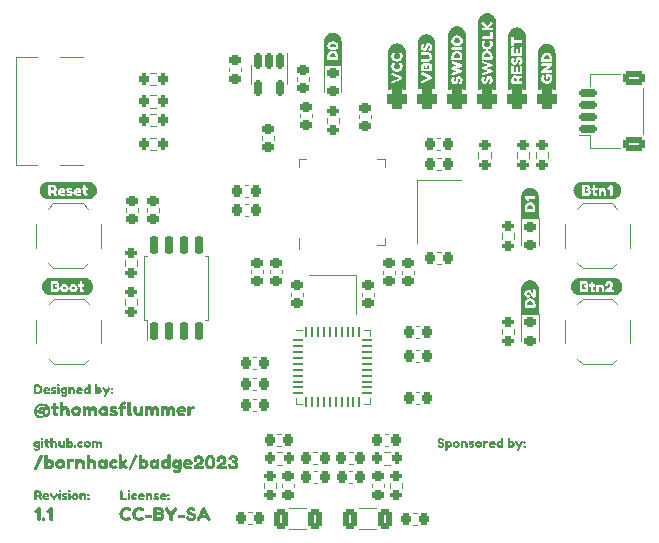
<source format=gto>
G04 #@! TF.GenerationSoftware,KiCad,Pcbnew,7.0.1-0*
G04 #@! TF.CreationDate,2023-06-22T23:02:25+02:00*
G04 #@! TF.ProjectId,nfc_reader,6e66635f-7265-4616-9465-722e6b696361,1.1*
G04 #@! TF.SameCoordinates,PX354a940PY3072580*
G04 #@! TF.FileFunction,Legend,Top*
G04 #@! TF.FilePolarity,Positive*
%FSLAX46Y46*%
G04 Gerber Fmt 4.6, Leading zero omitted, Abs format (unit mm)*
G04 Created by KiCad (PCBNEW 7.0.1-0) date 2023-06-22 23:02:25*
%MOMM*%
%LPD*%
G01*
G04 APERTURE LIST*
G04 Aperture macros list*
%AMRoundRect*
0 Rectangle with rounded corners*
0 $1 Rounding radius*
0 $2 $3 $4 $5 $6 $7 $8 $9 X,Y pos of 4 corners*
0 Add a 4 corners polygon primitive as box body*
4,1,4,$2,$3,$4,$5,$6,$7,$8,$9,$2,$3,0*
0 Add four circle primitives for the rounded corners*
1,1,$1+$1,$2,$3*
1,1,$1+$1,$4,$5*
1,1,$1+$1,$6,$7*
1,1,$1+$1,$8,$9*
0 Add four rect primitives between the rounded corners*
20,1,$1+$1,$2,$3,$4,$5,0*
20,1,$1+$1,$4,$5,$6,$7,0*
20,1,$1+$1,$6,$7,$8,$9,0*
20,1,$1+$1,$8,$9,$2,$3,0*%
G04 Aperture macros list end*
%ADD10C,0.120000*%
%ADD11C,0.650000*%
%ADD12R,1.150000X0.300000*%
%ADD13O,2.100000X1.000000*%
%ADD14O,1.600000X1.000000*%
%ADD15RoundRect,0.200000X0.275000X-0.200000X0.275000X0.200000X-0.275000X0.200000X-0.275000X-0.200000X0*%
%ADD16R,1.400000X1.200000*%
%ADD17RoundRect,0.218750X0.218750X0.256250X-0.218750X0.256250X-0.218750X-0.256250X0.218750X-0.256250X0*%
%ADD18RoundRect,0.225000X0.250000X-0.225000X0.250000X0.225000X-0.250000X0.225000X-0.250000X-0.225000X0*%
%ADD19R,1.700000X1.000000*%
%ADD20RoundRect,0.225000X0.225000X0.250000X-0.225000X0.250000X-0.225000X-0.250000X0.225000X-0.250000X0*%
%ADD21RoundRect,0.225000X-0.250000X0.225000X-0.250000X-0.225000X0.250000X-0.225000X0.250000X0.225000X0*%
%ADD22RoundRect,0.200000X0.200000X0.275000X-0.200000X0.275000X-0.200000X-0.275000X0.200000X-0.275000X0*%
%ADD23RoundRect,0.250000X0.312500X0.625000X-0.312500X0.625000X-0.312500X-0.625000X0.312500X-0.625000X0*%
%ADD24RoundRect,0.425000X0.425000X-0.425000X0.425000X0.425000X-0.425000X0.425000X-0.425000X-0.425000X0*%
%ADD25RoundRect,0.225000X-0.225000X-0.250000X0.225000X-0.250000X0.225000X0.250000X-0.225000X0.250000X0*%
%ADD26R,1.300000X1.600000*%
%ADD27RoundRect,0.150000X0.625000X-0.150000X0.625000X0.150000X-0.625000X0.150000X-0.625000X-0.150000X0*%
%ADD28RoundRect,0.250000X0.650000X-0.350000X0.650000X0.350000X-0.650000X0.350000X-0.650000X-0.350000X0*%
%ADD29RoundRect,0.200000X-0.200000X-0.275000X0.200000X-0.275000X0.200000X0.275000X-0.200000X0.275000X0*%
%ADD30RoundRect,0.200000X-0.275000X0.200000X-0.275000X-0.200000X0.275000X-0.200000X0.275000X0.200000X0*%
%ADD31RoundRect,0.218750X-0.256250X0.218750X-0.256250X-0.218750X0.256250X-0.218750X0.256250X0.218750X0*%
%ADD32O,0.200000X0.875000*%
%ADD33O,0.875000X0.200000*%
%ADD34R,0.800000X0.800000*%
%ADD35RoundRect,0.150000X-0.150000X0.512500X-0.150000X-0.512500X0.150000X-0.512500X0.150000X0.512500X0*%
%ADD36RoundRect,0.062500X-0.375000X-0.062500X0.375000X-0.062500X0.375000X0.062500X-0.375000X0.062500X0*%
%ADD37RoundRect,0.062500X-0.062500X-0.375000X0.062500X-0.375000X0.062500X0.375000X-0.062500X0.375000X0*%
%ADD38R,4.100000X4.100000*%
%ADD39RoundRect,0.150000X0.150000X-0.650000X0.150000X0.650000X-0.150000X0.650000X-0.150000X-0.650000X0*%
%ADD40RoundRect,0.218750X-0.218750X-0.256250X0.218750X-0.256250X0.218750X0.256250X-0.218750X0.256250X0*%
%ADD41RoundRect,0.250000X-0.312500X-0.625000X0.312500X-0.625000X0.312500X0.625000X-0.312500X0.625000X0*%
G04 APERTURE END LIST*
D10*
G04 #@! TO.C,J1*
X5837500Y-8295000D02*
X3917500Y-8295000D01*
X202500Y-8295000D02*
X1907500Y-8295000D01*
X3917500Y-17455000D02*
X5837500Y-17455000D01*
X1907500Y-17455000D02*
X202500Y-17455000D01*
X202500Y-17455000D02*
X202500Y-8295000D01*
G04 #@! TO.C,R2*
X44165000Y-16837258D02*
X44165000Y-16362742D01*
X45210000Y-16837258D02*
X45210000Y-16362742D01*
G04 #@! TO.C,Y2*
X28987500Y-30050000D02*
X28987500Y-26750000D01*
X28987500Y-26750000D02*
X24987500Y-26750000D01*
G04 #@! TO.C,L2*
X25675279Y-42810000D02*
X25349721Y-42810000D01*
X25675279Y-41790000D02*
X25349721Y-41790000D01*
G04 #@! TO.C,C10*
X29177500Y-13515580D02*
X29177500Y-13234420D01*
X30197500Y-13515580D02*
X30197500Y-13234420D01*
G04 #@! TO.C,kibuzzard-647C89AC*
G36*
X48565175Y-19370130D02*
G01*
X48586130Y-19414580D01*
X48582320Y-19460300D01*
X48521360Y-19486970D01*
X48443255Y-19504750D01*
X48419760Y-19577775D01*
X48442620Y-19650800D01*
X48511200Y-19668580D01*
X48582320Y-19678740D01*
X48605815Y-19704140D01*
X48612800Y-19752400D01*
X48592797Y-19817170D01*
X48532790Y-19838760D01*
X48324510Y-19838760D01*
X48324510Y-19357430D01*
X48502310Y-19357430D01*
X48565175Y-19370130D01*
G37*
G36*
X50046630Y-20331943D02*
G01*
X49274470Y-20331943D01*
X48545490Y-20331943D01*
X48099720Y-20331943D01*
X48099614Y-20331943D01*
X48027871Y-20328419D01*
X47956819Y-20317879D01*
X47887142Y-20300426D01*
X47819512Y-20276227D01*
X47754578Y-20245516D01*
X47692968Y-20208589D01*
X47635274Y-20165800D01*
X47582052Y-20117562D01*
X47533814Y-20064340D01*
X47491026Y-20006646D01*
X47456624Y-19949250D01*
X48099720Y-19949250D01*
X48107340Y-20015290D01*
X48140995Y-20051485D01*
X48211480Y-20063550D01*
X48545490Y-20063550D01*
X48621902Y-20054025D01*
X48690270Y-20025450D01*
X48750595Y-19977825D01*
X48797797Y-19916089D01*
X48826795Y-19845181D01*
X48837590Y-19765100D01*
X48829264Y-19693839D01*
X48804288Y-19627376D01*
X48762660Y-19565710D01*
X48783343Y-19523800D01*
X48888390Y-19523800D01*
X48906805Y-19597460D01*
X48953160Y-19619050D01*
X49005230Y-19615240D01*
X49005230Y-19803200D01*
X49012850Y-19888854D01*
X49035710Y-19956164D01*
X49073810Y-20005130D01*
X49126586Y-20038291D01*
X49193472Y-20058188D01*
X49274470Y-20064820D01*
X49317015Y-20062915D01*
X49350670Y-20052120D01*
X49377340Y-20018783D01*
X49386230Y-19954330D01*
X49385358Y-19951790D01*
X49490370Y-19951790D01*
X49492275Y-19995605D01*
X49503070Y-20029260D01*
X49536407Y-20054978D01*
X49600860Y-20063550D01*
X49665947Y-20054978D01*
X49698650Y-20029260D01*
X49710715Y-19996875D01*
X49712620Y-19953060D01*
X49712620Y-19728270D01*
X49743735Y-19648260D01*
X49825015Y-19617780D01*
X49905025Y-19646990D01*
X49934870Y-19728270D01*
X49934870Y-19951790D01*
X49942490Y-20016560D01*
X49975510Y-20051802D01*
X50046630Y-20063550D01*
X50112035Y-20054978D01*
X50145690Y-20029260D01*
X50156485Y-19996875D01*
X50158390Y-19953060D01*
X50158390Y-19729540D01*
X50149006Y-19641134D01*
X50120854Y-19562182D01*
X50073935Y-19492685D01*
X50012904Y-19438710D01*
X49996319Y-19431090D01*
X50228240Y-19431090D01*
X50268245Y-19509830D01*
X50345080Y-19554280D01*
X50433980Y-19514910D01*
X50450490Y-19499670D01*
X50450490Y-19953060D01*
X50452395Y-19999415D01*
X50464460Y-20034340D01*
X50498432Y-20059105D01*
X50562250Y-20067360D01*
X50627655Y-20058787D01*
X50661310Y-20033070D01*
X50673375Y-19999415D01*
X50675280Y-19955600D01*
X50675280Y-19248210D01*
X50668930Y-19180900D01*
X50651150Y-19153595D01*
X50618130Y-19138990D01*
X50557805Y-19132640D01*
X50486050Y-19165660D01*
X50482240Y-19168200D01*
X50273960Y-19356160D01*
X50228240Y-19431090D01*
X49996319Y-19431090D01*
X49942419Y-19406325D01*
X49862480Y-19395530D01*
X49767230Y-19424740D01*
X49732940Y-19451410D01*
X49710080Y-19476810D01*
X49697380Y-19424740D01*
X49664677Y-19402833D01*
X49602130Y-19395530D01*
X49537677Y-19403468D01*
X49504340Y-19427280D01*
X49492275Y-19459665D01*
X49490370Y-19502210D01*
X49490370Y-19951790D01*
X49385358Y-19951790D01*
X49357020Y-19869240D01*
X49323365Y-19857175D01*
X49277645Y-19855270D01*
X49237005Y-19840030D01*
X49226210Y-19790500D01*
X49226210Y-19615240D01*
X49308760Y-19620320D01*
X49352575Y-19618415D01*
X49386230Y-19607620D01*
X49411947Y-19574283D01*
X49420520Y-19509830D01*
X49412265Y-19444743D01*
X49387500Y-19412040D01*
X49353845Y-19399975D01*
X49310665Y-19398070D01*
X49226210Y-19403150D01*
X49226210Y-19278690D01*
X49219860Y-19213920D01*
X49185887Y-19178677D01*
X49116990Y-19166930D01*
X49051902Y-19174868D01*
X49019200Y-19198680D01*
X49007135Y-19229160D01*
X49005230Y-19272340D01*
X49005230Y-19403150D01*
X48963320Y-19398070D01*
X48912520Y-19414580D01*
X48894740Y-19448235D01*
X48888390Y-19523800D01*
X48783343Y-19523800D01*
X48798855Y-19492367D01*
X48810920Y-19412040D01*
X48801748Y-19338662D01*
X48774231Y-19272622D01*
X48728370Y-19213920D01*
X48671643Y-19168764D01*
X48606450Y-19141671D01*
X48532790Y-19132640D01*
X48212750Y-19132640D01*
X48147345Y-19141213D01*
X48113690Y-19166930D01*
X48101625Y-19199950D01*
X48099720Y-19244400D01*
X48099720Y-19949250D01*
X47456624Y-19949250D01*
X47454098Y-19945036D01*
X47423387Y-19880103D01*
X47399188Y-19812472D01*
X47381735Y-19742795D01*
X47371195Y-19671743D01*
X47367671Y-19600000D01*
X47371195Y-19528257D01*
X47381735Y-19457205D01*
X47399188Y-19387528D01*
X47423387Y-19319897D01*
X47454098Y-19254964D01*
X47491026Y-19193354D01*
X47533814Y-19135660D01*
X47582052Y-19082438D01*
X47635274Y-19034200D01*
X47692968Y-18991411D01*
X47754578Y-18954484D01*
X47819512Y-18923773D01*
X47887142Y-18899574D01*
X47956819Y-18882121D01*
X48027871Y-18871581D01*
X48099614Y-18868057D01*
X48099720Y-18868057D01*
X50675280Y-18868057D01*
X50675386Y-18868057D01*
X50747129Y-18871581D01*
X50818181Y-18882121D01*
X50887858Y-18899574D01*
X50955488Y-18923773D01*
X51020422Y-18954484D01*
X51082032Y-18991411D01*
X51139726Y-19034200D01*
X51192948Y-19082438D01*
X51241186Y-19135660D01*
X51283974Y-19193354D01*
X51320902Y-19254964D01*
X51351613Y-19319897D01*
X51375812Y-19387528D01*
X51393265Y-19457205D01*
X51403805Y-19528257D01*
X51407329Y-19600000D01*
X51403805Y-19671743D01*
X51393265Y-19742795D01*
X51375812Y-19812472D01*
X51351613Y-19880103D01*
X51320902Y-19945036D01*
X51283974Y-20006646D01*
X51241186Y-20064340D01*
X51192948Y-20117562D01*
X51139726Y-20165800D01*
X51082032Y-20208589D01*
X51020422Y-20245516D01*
X50955488Y-20276227D01*
X50887858Y-20300426D01*
X50818181Y-20317879D01*
X50747129Y-20328419D01*
X50675386Y-20331943D01*
X50675280Y-20331943D01*
X50562250Y-20331943D01*
X50046630Y-20331943D01*
G37*
G04 #@! TO.C,SW2*
X46637500Y-30550000D02*
X46637500Y-32550000D01*
X47687500Y-29250000D02*
X48137500Y-28800000D01*
X47687500Y-33850000D02*
X48137500Y-34300000D01*
X48137500Y-28800000D02*
X50637500Y-28800000D01*
X48137500Y-34300000D02*
X50637500Y-34300000D01*
X51087500Y-29250000D02*
X50637500Y-28800000D01*
X51087500Y-33850000D02*
X50637500Y-34300000D01*
X52137500Y-30550000D02*
X52137500Y-32550000D01*
G04 #@! TO.C,C27*
X28653080Y-44360000D02*
X28371920Y-44360000D01*
X28653080Y-43340000D02*
X28371920Y-43340000D01*
G04 #@! TO.C,C8*
X22697500Y-26359420D02*
X22697500Y-26640580D01*
X21677500Y-26359420D02*
X21677500Y-26640580D01*
G04 #@! TO.C,C12*
X20977500Y-15315580D02*
X20977500Y-15034420D01*
X21997500Y-15315580D02*
X21997500Y-15034420D01*
G04 #@! TO.C,C14*
X19828080Y-21785000D02*
X19546920Y-21785000D01*
X19828080Y-20765000D02*
X19546920Y-20765000D01*
G04 #@! TO.C,C23*
X23477500Y-28540580D02*
X23477500Y-28259420D01*
X24497500Y-28540580D02*
X24497500Y-28259420D01*
G04 #@! TO.C,R3*
X31799758Y-42822500D02*
X31325242Y-42822500D01*
X31799758Y-41777500D02*
X31325242Y-41777500D01*
G04 #@! TO.C,C11*
X33897500Y-26409420D02*
X33897500Y-26690580D01*
X32877500Y-26409420D02*
X32877500Y-26690580D01*
G04 #@! TO.C,kibuzzard-6457ABA7*
G36*
X4102995Y-19592380D02*
G01*
X4125220Y-19639370D01*
X4076960Y-19680010D01*
X3916940Y-19680010D01*
X3957580Y-19608255D01*
X4039495Y-19574600D01*
X4102995Y-19592380D01*
G37*
G36*
X5451735Y-19592380D02*
G01*
X5473960Y-19639370D01*
X5425700Y-19680010D01*
X5265680Y-19680010D01*
X5306320Y-19608255D01*
X5388235Y-19574600D01*
X5451735Y-19592380D01*
G37*
G36*
X3359410Y-19379655D02*
G01*
X3396240Y-19464110D01*
X3359410Y-19547930D01*
X3285750Y-19575870D01*
X3123190Y-19575870D01*
X3123190Y-19351080D01*
X3283210Y-19351080D01*
X3359410Y-19379655D01*
G37*
G36*
X5390140Y-20338293D02*
G01*
X4668145Y-20338293D01*
X4041400Y-20338293D01*
X3485775Y-20338293D01*
X2898400Y-20338293D01*
X2898294Y-20338293D01*
X2825929Y-20334738D01*
X2754260Y-20324107D01*
X2683979Y-20306503D01*
X2615762Y-20282094D01*
X2550265Y-20251117D01*
X2488120Y-20213868D01*
X2429926Y-20170708D01*
X2376242Y-20122052D01*
X2327586Y-20068368D01*
X2284426Y-20010174D01*
X2247178Y-19948029D01*
X2244752Y-19942900D01*
X2898400Y-19942900D01*
X2906020Y-20008940D01*
X2939675Y-20044182D01*
X3010160Y-20055930D01*
X3075565Y-20047357D01*
X3109220Y-20021640D01*
X3121285Y-19987985D01*
X3123190Y-19944170D01*
X3123190Y-19800660D01*
X3283210Y-19800660D01*
X3322580Y-19798120D01*
X3371969Y-19915101D01*
X3404989Y-19991724D01*
X3421640Y-20027990D01*
X3445135Y-20052755D01*
X3485775Y-20064820D01*
X3551180Y-20047040D01*
X3610235Y-20010210D01*
X3629920Y-19965760D01*
X3610870Y-19899720D01*
X3575310Y-19818863D01*
X3546523Y-19752400D01*
X3535248Y-19725730D01*
X3680720Y-19725730D01*
X3689610Y-19807716D01*
X3716280Y-19884339D01*
X3760730Y-19955600D01*
X3809466Y-20003701D01*
X3874395Y-20041325D01*
X3952659Y-20065614D01*
X4041400Y-20073710D01*
X4159748Y-20066646D01*
X4244282Y-20045452D01*
X4295003Y-20010131D01*
X4311910Y-19960680D01*
X4308680Y-19949250D01*
X4408430Y-19949250D01*
X4432560Y-19997510D01*
X4508972Y-20037021D01*
X4587500Y-20060728D01*
X4668145Y-20068630D01*
X4745262Y-20064256D01*
X4813207Y-20051132D01*
X4871980Y-20029260D01*
X4941195Y-19960045D01*
X4959769Y-19908769D01*
X4965960Y-19847650D01*
X4959769Y-19787166D01*
X4941195Y-19737795D01*
X4929130Y-19725730D01*
X5029460Y-19725730D01*
X5038350Y-19807716D01*
X5065020Y-19884339D01*
X5109470Y-19955600D01*
X5158206Y-20003701D01*
X5223135Y-20041325D01*
X5301399Y-20065614D01*
X5390140Y-20073710D01*
X5508488Y-20066646D01*
X5593022Y-20045452D01*
X5643743Y-20010131D01*
X5660650Y-19960680D01*
X5644140Y-19902260D01*
X5574290Y-19845110D01*
X5523490Y-19859080D01*
X5509520Y-19864160D01*
X5459672Y-19875590D01*
X5393950Y-19879400D01*
X5310130Y-19855270D01*
X5268220Y-19795580D01*
X5569210Y-19795580D01*
X5654935Y-19758115D01*
X5683986Y-19710490D01*
X5693670Y-19642545D01*
X5682875Y-19567456D01*
X5658828Y-19516180D01*
X5744470Y-19516180D01*
X5762885Y-19589840D01*
X5809240Y-19611430D01*
X5861310Y-19607620D01*
X5861310Y-19795580D01*
X5868930Y-19881234D01*
X5891790Y-19948544D01*
X5929890Y-19997510D01*
X5982666Y-20030671D01*
X6049552Y-20050568D01*
X6130550Y-20057200D01*
X6173095Y-20055295D01*
X6206750Y-20044500D01*
X6233420Y-20011162D01*
X6242310Y-19946710D01*
X6213100Y-19861620D01*
X6179445Y-19849555D01*
X6133725Y-19847650D01*
X6093085Y-19832410D01*
X6082290Y-19782880D01*
X6082290Y-19607620D01*
X6164840Y-19612700D01*
X6208655Y-19610795D01*
X6242310Y-19600000D01*
X6268027Y-19566662D01*
X6276600Y-19502210D01*
X6268345Y-19437122D01*
X6243580Y-19404420D01*
X6209925Y-19392355D01*
X6166745Y-19390450D01*
X6082290Y-19395530D01*
X6082290Y-19271070D01*
X6075940Y-19206300D01*
X6041967Y-19171057D01*
X5973070Y-19159310D01*
X5907982Y-19167247D01*
X5875280Y-19191060D01*
X5863215Y-19221540D01*
X5861310Y-19264720D01*
X5861310Y-19395530D01*
X5819400Y-19390450D01*
X5768600Y-19406960D01*
X5750820Y-19440615D01*
X5744470Y-19516180D01*
X5658828Y-19516180D01*
X5650490Y-19498400D01*
X5603341Y-19443949D01*
X5544445Y-19405055D01*
X5473801Y-19381719D01*
X5391410Y-19373940D01*
X5293832Y-19384594D01*
X5207683Y-19416556D01*
X5132965Y-19469825D01*
X5075462Y-19540874D01*
X5040961Y-19626176D01*
X5029460Y-19725730D01*
X4929130Y-19725730D01*
X4879600Y-19676200D01*
X4799590Y-19644450D01*
X4717040Y-19627940D01*
X4652270Y-19609842D01*
X4630680Y-19578410D01*
X4705610Y-19550470D01*
X4795145Y-19569520D01*
X4851660Y-19588570D01*
X4908810Y-19544120D01*
X4936750Y-19469190D01*
X4892300Y-19418390D01*
X4798320Y-19386005D01*
X4706880Y-19375210D01*
X4607668Y-19383236D01*
X4530502Y-19407316D01*
X4475384Y-19447448D01*
X4442314Y-19503632D01*
X4431290Y-19575870D01*
X4437322Y-19638576D01*
X4455420Y-19692075D01*
X4516380Y-19763830D01*
X4595437Y-19802882D01*
X4675130Y-19823520D01*
X4738947Y-19838125D01*
X4760220Y-19859080D01*
X4740852Y-19881940D01*
X4682750Y-19889560D01*
X4586230Y-19858445D01*
X4501775Y-19827330D01*
X4456690Y-19848920D01*
X4420495Y-19907657D01*
X4408430Y-19949250D01*
X4308680Y-19949250D01*
X4295400Y-19902260D01*
X4225550Y-19845110D01*
X4174750Y-19859080D01*
X4160780Y-19864160D01*
X4110932Y-19875590D01*
X4045210Y-19879400D01*
X3961390Y-19855270D01*
X3919480Y-19795580D01*
X4220470Y-19795580D01*
X4306195Y-19758115D01*
X4335246Y-19710490D01*
X4344930Y-19642545D01*
X4334135Y-19567456D01*
X4301750Y-19498400D01*
X4254601Y-19443949D01*
X4195705Y-19405055D01*
X4125061Y-19381719D01*
X4042670Y-19373940D01*
X3945092Y-19384594D01*
X3858943Y-19416556D01*
X3784225Y-19469825D01*
X3726722Y-19540874D01*
X3692221Y-19626176D01*
X3680720Y-19725730D01*
X3535248Y-19725730D01*
X3524510Y-19700330D01*
X3577427Y-19632879D01*
X3609177Y-19554139D01*
X3619760Y-19464110D01*
X3611505Y-19385370D01*
X3586740Y-19314250D01*
X3549275Y-19253925D01*
X3502920Y-19207570D01*
X3431941Y-19162414D01*
X3359551Y-19135321D01*
X3285750Y-19126290D01*
X3011430Y-19126290D01*
X2946025Y-19134862D01*
X2912370Y-19160580D01*
X2900305Y-19194235D01*
X2898400Y-19238050D01*
X2898400Y-19942900D01*
X2244752Y-19942900D01*
X2216200Y-19882533D01*
X2191792Y-19814315D01*
X2174187Y-19744034D01*
X2163556Y-19672365D01*
X2160001Y-19600000D01*
X2163556Y-19527635D01*
X2174187Y-19455966D01*
X2191792Y-19385685D01*
X2216200Y-19317467D01*
X2247178Y-19251971D01*
X2284426Y-19189826D01*
X2327586Y-19131632D01*
X2376242Y-19077948D01*
X2429926Y-19029292D01*
X2488120Y-18986132D01*
X2550265Y-18948883D01*
X2615762Y-18917906D01*
X2683979Y-18893497D01*
X2754260Y-18875893D01*
X2825929Y-18865262D01*
X2898294Y-18861707D01*
X2898400Y-18861707D01*
X6276600Y-18861707D01*
X6276706Y-18861707D01*
X6349071Y-18865262D01*
X6420740Y-18875893D01*
X6491021Y-18893497D01*
X6559238Y-18917906D01*
X6624735Y-18948883D01*
X6686880Y-18986132D01*
X6745074Y-19029292D01*
X6798758Y-19077948D01*
X6847414Y-19131632D01*
X6890574Y-19189826D01*
X6927822Y-19251971D01*
X6958800Y-19317467D01*
X6983208Y-19385685D01*
X7000813Y-19455966D01*
X7011444Y-19527635D01*
X7014999Y-19600000D01*
X7011444Y-19672365D01*
X7000813Y-19744034D01*
X6983208Y-19814315D01*
X6958800Y-19882533D01*
X6927822Y-19948029D01*
X6890574Y-20010174D01*
X6847414Y-20068368D01*
X6798758Y-20122052D01*
X6745074Y-20170708D01*
X6686880Y-20213868D01*
X6624735Y-20251117D01*
X6559238Y-20282094D01*
X6491021Y-20306503D01*
X6420740Y-20324107D01*
X6349071Y-20334738D01*
X6276706Y-20338293D01*
X6276600Y-20338293D01*
X6130550Y-20338293D01*
X5390140Y-20338293D01*
G37*
G04 #@! TO.C,R15*
X30677064Y-48310000D02*
X29222936Y-48310000D01*
X30677064Y-46490000D02*
X29222936Y-46490000D01*
G04 #@! TO.C,kibuzzard-647C8669*
G36*
X27080369Y-8015214D02*
G01*
X27157045Y-8070459D01*
X27208004Y-8148564D01*
X27224990Y-8235559D01*
X27224990Y-8358749D01*
X26744930Y-8358749D01*
X26744930Y-8236829D01*
X26762234Y-8146501D01*
X26814145Y-8068554D01*
X26891774Y-8014738D01*
X26986230Y-7996799D01*
X27080369Y-8015214D01*
G37*
G36*
X27102753Y-7232815D02*
G01*
X27180540Y-7257342D01*
X27227213Y-7298220D01*
X27242770Y-7355449D01*
X27226776Y-7411568D01*
X27178794Y-7451652D01*
X27098823Y-7475703D01*
X26986865Y-7483719D01*
X26874907Y-7475623D01*
X26794936Y-7451334D01*
X26746954Y-7410853D01*
X26730960Y-7354179D01*
X26746914Y-7297506D01*
X26794778Y-7257024D01*
X26874549Y-7232736D01*
X26986230Y-7224639D01*
X26993850Y-7224639D01*
X27102753Y-7232815D01*
G37*
G36*
X27733413Y-7352909D02*
G01*
X27733413Y-8239369D01*
X27733413Y-8583539D01*
X27733413Y-9096170D01*
X26241587Y-9096170D01*
X26241587Y-8583539D01*
X26241587Y-8470509D01*
X26518870Y-8470509D01*
X26527443Y-8535914D01*
X26553160Y-8569569D01*
X26586180Y-8581634D01*
X26630630Y-8583539D01*
X27336750Y-8583539D01*
X27418030Y-8568299D01*
X27441843Y-8534644D01*
X27449780Y-8471779D01*
X27449780Y-8239369D01*
X27441128Y-8145826D01*
X27415173Y-8059506D01*
X27371913Y-7980409D01*
X27311350Y-7908534D01*
X27238682Y-7848805D01*
X27159109Y-7806141D01*
X27072630Y-7780542D01*
X26979245Y-7772009D01*
X26886218Y-7780741D01*
X26800810Y-7806934D01*
X26723022Y-7850591D01*
X26652855Y-7911709D01*
X26594792Y-7984338D01*
X26553319Y-8062522D01*
X26528435Y-8146263D01*
X26520140Y-8235559D01*
X26518870Y-8470509D01*
X26241587Y-8470509D01*
X26241587Y-7354179D01*
X26506170Y-7354179D01*
X26514901Y-7436571D01*
X26541095Y-7508484D01*
X26580147Y-7567698D01*
X26627455Y-7611989D01*
X26688574Y-7647073D01*
X26769060Y-7678664D01*
X26833266Y-7695245D01*
X26905656Y-7705193D01*
X26986230Y-7708509D01*
X27075271Y-7704417D01*
X27157821Y-7692141D01*
X27233880Y-7671679D01*
X27297698Y-7644216D01*
X27351990Y-7610084D01*
X27397551Y-7565317D01*
X27435175Y-7505944D01*
X27460416Y-7434348D01*
X27468830Y-7352909D01*
X27460575Y-7271788D01*
X27435810Y-7201144D01*
X27398345Y-7142883D01*
X27351990Y-7098909D01*
X27278727Y-7055571D01*
X27193558Y-7024614D01*
X27096482Y-7006041D01*
X26987500Y-6999849D01*
X26903539Y-7004083D01*
X26822682Y-7016783D01*
X26744930Y-7037949D01*
X26680795Y-7064461D01*
X26625550Y-7098274D01*
X26578878Y-7142724D01*
X26540460Y-7201144D01*
X26514742Y-7272106D01*
X26506170Y-7354179D01*
X26241587Y-7354179D01*
X26241587Y-6999849D01*
X26241587Y-6999744D01*
X26245178Y-6926631D01*
X26255919Y-6854223D01*
X26273705Y-6783216D01*
X26298366Y-6714295D01*
X26329663Y-6648123D01*
X26367296Y-6585336D01*
X26410901Y-6526541D01*
X26460060Y-6472303D01*
X26514298Y-6423145D01*
X26573093Y-6379539D01*
X26635879Y-6341907D01*
X26702051Y-6310610D01*
X26770973Y-6285949D01*
X26841980Y-6268163D01*
X26914388Y-6257422D01*
X26987500Y-6253830D01*
X27060612Y-6257422D01*
X27133020Y-6268163D01*
X27204027Y-6285949D01*
X27272949Y-6310610D01*
X27339121Y-6341907D01*
X27401907Y-6379539D01*
X27460702Y-6423145D01*
X27514940Y-6472303D01*
X27564099Y-6526541D01*
X27607704Y-6585336D01*
X27645337Y-6648123D01*
X27676634Y-6714295D01*
X27701295Y-6783216D01*
X27719081Y-6854223D01*
X27729822Y-6926631D01*
X27733413Y-6999744D01*
X27733413Y-6999849D01*
X27733413Y-7352909D01*
G37*
G04 #@! TO.C,C3*
X23977500Y-10315580D02*
X23977500Y-10034420D01*
X24997500Y-10315580D02*
X24997500Y-10034420D01*
G04 #@! TO.C,C28*
X25653080Y-44360000D02*
X25371920Y-44360000D01*
X25653080Y-43340000D02*
X25371920Y-43340000D01*
G04 #@! TO.C,kibuzzard-64946152*
G36*
X43302409Y-40859414D02*
G01*
X43324078Y-40942758D01*
X43321300Y-40982207D01*
X43309632Y-41012767D01*
X43280323Y-41036937D01*
X43225733Y-41044993D01*
X43169892Y-41039576D01*
X43136833Y-41023324D01*
X43120580Y-40991514D01*
X43115163Y-40939424D01*
X43120997Y-40886640D01*
X43138499Y-40857192D01*
X43223510Y-40837189D01*
X43302409Y-40859414D01*
G37*
G36*
X43302409Y-41213348D02*
G01*
X43318661Y-41245157D01*
X43324078Y-41297247D01*
X43321300Y-41336696D01*
X43309632Y-41367256D01*
X43280323Y-41391425D01*
X43225733Y-41399482D01*
X43169892Y-41394065D01*
X43136833Y-41377813D01*
X43120580Y-41346003D01*
X43115163Y-41293913D01*
X43120997Y-41241129D01*
X43138499Y-41211681D01*
X43223510Y-41191678D01*
X43302409Y-41213348D01*
G37*
G36*
X40071449Y-40809964D02*
G01*
X40110343Y-40819409D01*
X40145348Y-40842190D01*
X40159238Y-40893863D01*
X40138124Y-40971651D01*
X40077006Y-41013878D01*
X40038668Y-41004988D01*
X39990328Y-40996098D01*
X39934210Y-41017212D01*
X39908096Y-41068329D01*
X39908096Y-41301692D01*
X39906429Y-41340030D01*
X39895872Y-41369478D01*
X39865868Y-41391148D01*
X39809194Y-41398371D01*
X39732518Y-41379479D01*
X39712516Y-41331696D01*
X39712516Y-41299469D01*
X39712516Y-40909421D01*
X39714183Y-40871082D01*
X39723628Y-40842746D01*
X39753076Y-40820243D01*
X39810306Y-40812742D01*
X39864479Y-40819132D01*
X39893649Y-40838301D01*
X39905873Y-40874972D01*
X39921986Y-40856081D01*
X39966992Y-40826077D01*
X40027555Y-40807186D01*
X40071449Y-40809964D01*
G37*
G36*
X42586208Y-40809408D02*
G01*
X42605655Y-40827744D01*
X42623991Y-40858303D01*
X42666774Y-40931090D01*
X42702889Y-40992270D01*
X42737894Y-41050611D01*
X42771787Y-41106112D01*
X42789567Y-41062912D01*
X42831794Y-40968872D01*
X42873605Y-40877333D01*
X42890135Y-40841634D01*
X42902914Y-40822743D01*
X42943475Y-40803852D01*
X43005149Y-40819409D01*
X43054322Y-40851358D01*
X43070713Y-40889418D01*
X43061823Y-40927201D01*
X43052933Y-40946092D01*
X42761786Y-41597284D01*
X42746784Y-41629511D01*
X42727337Y-41650624D01*
X42693999Y-41660626D01*
X42635103Y-41643957D01*
X42585930Y-41612286D01*
X42569539Y-41575059D01*
X42576207Y-41549153D01*
X42596209Y-41498105D01*
X42629547Y-41421915D01*
X42676219Y-41320583D01*
X42455081Y-40948314D01*
X42432856Y-40893863D01*
X42447858Y-40858303D01*
X42492863Y-40822743D01*
X42551759Y-40800518D01*
X42586208Y-40809408D01*
G37*
G36*
X37378891Y-41399343D02*
G01*
X37308882Y-41372256D01*
X37245402Y-41327528D01*
X37192756Y-41265576D01*
X37157335Y-41190428D01*
X37145528Y-41106112D01*
X37145735Y-41104445D01*
X37342219Y-41104445D01*
X37351109Y-41151673D01*
X37377779Y-41185566D01*
X37450011Y-41212792D01*
X37523353Y-41185011D01*
X37550857Y-41150562D01*
X37560024Y-41102778D01*
X37551412Y-41055272D01*
X37525576Y-41021657D01*
X37451122Y-40994987D01*
X37376668Y-41022768D01*
X37350832Y-41057078D01*
X37342219Y-41104445D01*
X37145735Y-41104445D01*
X37155900Y-41022398D01*
X37187015Y-40949055D01*
X37238873Y-40886084D01*
X37304066Y-40837930D01*
X37375186Y-40809038D01*
X37452233Y-40799407D01*
X37529156Y-40808976D01*
X37599906Y-40837683D01*
X37664482Y-40885529D01*
X37715723Y-40948191D01*
X37746467Y-41021348D01*
X37756716Y-41105001D01*
X37744770Y-41192095D01*
X37708932Y-41268910D01*
X37656009Y-41331140D01*
X37592806Y-41374479D01*
X37523214Y-41399899D01*
X37451122Y-41408372D01*
X37450011Y-41408233D01*
X37378891Y-41399343D01*
G37*
G36*
X38224490Y-40822187D02*
G01*
X38286165Y-40850524D01*
X38339566Y-40897752D01*
X38380621Y-40958563D01*
X38405253Y-41027645D01*
X38413464Y-41105001D01*
X38413464Y-41300581D01*
X38411798Y-41338919D01*
X38402352Y-41367256D01*
X38372904Y-41389758D01*
X38315674Y-41397259D01*
X38253444Y-41386980D01*
X38224552Y-41356143D01*
X38217884Y-41299469D01*
X38217884Y-41103889D01*
X38191770Y-41032769D01*
X38121761Y-41007211D01*
X38050641Y-41033881D01*
X38023416Y-41103889D01*
X38023416Y-41300581D01*
X38021749Y-41338919D01*
X38011192Y-41367256D01*
X37982577Y-41389758D01*
X37925626Y-41397259D01*
X37869230Y-41389758D01*
X37840059Y-41367256D01*
X37830614Y-41337807D01*
X37828947Y-41299469D01*
X37828947Y-40906087D01*
X37830614Y-40868860D01*
X37841171Y-40840523D01*
X37870341Y-40819687D01*
X37926737Y-40812742D01*
X37981466Y-40819132D01*
X38010081Y-40838301D01*
X38021193Y-40883862D01*
X38041196Y-40861637D01*
X38071199Y-40838301D01*
X38154543Y-40812742D01*
X38224490Y-40822187D01*
G37*
G36*
X39262459Y-41399343D02*
G01*
X39192451Y-41372256D01*
X39128970Y-41327528D01*
X39076325Y-41265576D01*
X39040904Y-41190428D01*
X39029097Y-41106112D01*
X39029304Y-41104445D01*
X39225788Y-41104445D01*
X39234678Y-41151673D01*
X39261348Y-41185566D01*
X39333579Y-41212792D01*
X39406922Y-41185011D01*
X39434425Y-41150562D01*
X39443593Y-41102778D01*
X39434981Y-41055272D01*
X39409144Y-41021657D01*
X39334691Y-40994987D01*
X39260237Y-41022768D01*
X39234400Y-41057078D01*
X39225788Y-41104445D01*
X39029304Y-41104445D01*
X39039469Y-41022398D01*
X39070584Y-40949055D01*
X39122442Y-40886084D01*
X39187635Y-40837930D01*
X39258755Y-40809038D01*
X39335802Y-40799407D01*
X39412725Y-40808976D01*
X39483475Y-40837683D01*
X39548051Y-40885529D01*
X39599292Y-40948191D01*
X39630036Y-41021348D01*
X39640284Y-41105001D01*
X39628338Y-41192095D01*
X39592501Y-41268910D01*
X39539577Y-41331140D01*
X39476375Y-41374479D01*
X39406783Y-41399899D01*
X39334691Y-41408372D01*
X39333579Y-41408233D01*
X39262459Y-41399343D01*
G37*
G36*
X36759091Y-41370034D02*
G01*
X36705473Y-41331696D01*
X36705473Y-41556168D01*
X36703806Y-41593951D01*
X36693805Y-41622287D01*
X36665468Y-41645068D01*
X36611017Y-41651736D01*
X36556010Y-41645068D01*
X36527117Y-41622843D01*
X36517116Y-41595062D01*
X36515449Y-41557279D01*
X36515449Y-41099444D01*
X36709918Y-41099444D01*
X36736032Y-41164452D01*
X36802708Y-41193901D01*
X36871605Y-41165008D01*
X36899942Y-41099444D01*
X36873272Y-41033325D01*
X36803819Y-41003877D01*
X36735477Y-41033881D01*
X36709918Y-41099444D01*
X36515449Y-41099444D01*
X36515449Y-40908309D01*
X36517116Y-40870527D01*
X36526562Y-40842746D01*
X36552954Y-40820243D01*
X36601016Y-40812742D01*
X36680470Y-40827744D01*
X36704362Y-40871638D01*
X36758674Y-40828299D01*
X36837156Y-40813853D01*
X36896485Y-40823360D01*
X36953714Y-40851883D01*
X37008844Y-40899419D01*
X37053912Y-40959550D01*
X37080952Y-41025855D01*
X37089966Y-41098333D01*
X37081014Y-41170811D01*
X37054159Y-41237116D01*
X37009400Y-41297247D01*
X36954517Y-41344784D01*
X36897287Y-41373306D01*
X36837712Y-41382813D01*
X36802708Y-41377123D01*
X36759091Y-41370034D01*
G37*
G36*
X41110468Y-41396148D02*
G01*
X41045769Y-41386456D01*
X40985020Y-41357378D01*
X40928223Y-41308915D01*
X40882538Y-41247549D01*
X40855128Y-41179763D01*
X40846059Y-41106112D01*
X41040459Y-41106112D01*
X41069352Y-41172787D01*
X41139361Y-41202791D01*
X41207703Y-41172787D01*
X41234928Y-41106667D01*
X41208814Y-41039437D01*
X41138249Y-41008322D01*
X41067129Y-41038881D01*
X41040459Y-41106112D01*
X40846059Y-41106112D01*
X40845991Y-41105556D01*
X40855189Y-41031288D01*
X40882785Y-40963316D01*
X40928779Y-40901642D01*
X40985761Y-40852870D01*
X41046324Y-40823607D01*
X41110468Y-40813853D01*
X41183533Y-40827744D01*
X41238262Y-40869416D01*
X41238262Y-40636053D01*
X41239929Y-40597715D01*
X41249930Y-40568822D01*
X41279378Y-40546042D01*
X41335496Y-40539374D01*
X41391614Y-40546042D01*
X41421063Y-40569378D01*
X41431064Y-40598826D01*
X41432731Y-40637164D01*
X41432731Y-41300581D01*
X41431064Y-41338919D01*
X41420507Y-41367256D01*
X41388697Y-41389758D01*
X41326606Y-41397259D01*
X41266460Y-41383647D01*
X41240484Y-41342808D01*
X41184644Y-41382813D01*
X41139361Y-41390954D01*
X41110468Y-41396148D01*
G37*
G36*
X42048641Y-41382813D02*
G01*
X41995023Y-41342808D01*
X41966686Y-41383647D01*
X41899456Y-41397259D01*
X41843060Y-41389758D01*
X41813889Y-41367256D01*
X41804444Y-41337807D01*
X41802777Y-41299469D01*
X41802777Y-41106667D01*
X41999468Y-41106667D01*
X42026694Y-41172787D01*
X42095036Y-41202791D01*
X42165044Y-41172787D01*
X42193937Y-41106112D01*
X42167267Y-41038881D01*
X42096147Y-41008322D01*
X42025582Y-41039437D01*
X41999468Y-41106667D01*
X41802777Y-41106667D01*
X41802777Y-40636053D01*
X41804444Y-40597715D01*
X41813889Y-40569378D01*
X41843337Y-40546875D01*
X41900567Y-40539374D01*
X41956685Y-40546875D01*
X41985022Y-40569378D01*
X41995579Y-40598826D01*
X41997246Y-40637164D01*
X41997246Y-40868304D01*
X42051141Y-40827466D01*
X42123928Y-40813853D01*
X42188072Y-40823607D01*
X42248635Y-40852870D01*
X42305617Y-40901642D01*
X42351611Y-40963316D01*
X42379207Y-41031288D01*
X42388406Y-41105556D01*
X42379269Y-41179763D01*
X42351858Y-41247549D01*
X42306173Y-41308915D01*
X42249993Y-41357378D01*
X42191097Y-41386456D01*
X42129484Y-41396148D01*
X42095036Y-41390466D01*
X42048641Y-41382813D01*
G37*
G36*
X38826849Y-40811075D02*
G01*
X38909082Y-40839412D01*
X38947976Y-40883862D01*
X38923528Y-40949426D01*
X38873522Y-40988319D01*
X38824071Y-40971651D01*
X38745728Y-40954982D01*
X38680164Y-40979429D01*
X38699056Y-41006933D01*
X38755729Y-41022768D01*
X38827961Y-41037214D01*
X38897969Y-41064996D01*
X38951865Y-41118891D01*
X38968117Y-41162091D01*
X38973534Y-41215014D01*
X38968117Y-41268493D01*
X38951865Y-41313360D01*
X38891302Y-41373923D01*
X38839876Y-41393061D01*
X38780424Y-41404544D01*
X38712946Y-41408372D01*
X38642382Y-41401457D01*
X38573670Y-41380714D01*
X38506809Y-41346142D01*
X38485696Y-41303914D01*
X38496252Y-41267521D01*
X38527923Y-41216126D01*
X38567372Y-41197234D01*
X38641271Y-41224460D01*
X38725726Y-41251686D01*
X38776565Y-41245018D01*
X38793512Y-41225016D01*
X38774898Y-41206680D01*
X38719058Y-41193901D01*
X38649327Y-41175843D01*
X38580152Y-41141672D01*
X38526812Y-41078886D01*
X38510977Y-41032075D01*
X38505698Y-40977207D01*
X38515344Y-40913999D01*
X38544281Y-40864837D01*
X38592509Y-40829722D01*
X38660029Y-40808652D01*
X38746839Y-40801629D01*
X38826849Y-40811075D01*
G37*
G36*
X40412603Y-41169453D02*
G01*
X40449274Y-41221682D01*
X40522617Y-41242796D01*
X40580124Y-41239462D01*
X40623741Y-41229461D01*
X40635964Y-41225016D01*
X40680414Y-41212792D01*
X40741533Y-41262798D01*
X40755979Y-41313916D01*
X40741186Y-41357185D01*
X40696805Y-41388092D01*
X40622838Y-41406636D01*
X40519283Y-41412817D01*
X40441635Y-41405733D01*
X40373154Y-41384480D01*
X40316341Y-41351559D01*
X40273697Y-41309471D01*
X40234803Y-41247117D01*
X40211467Y-41180072D01*
X40203688Y-41108334D01*
X40208309Y-41068329D01*
X40410381Y-41068329D01*
X40550398Y-41068329D01*
X40592626Y-41032769D01*
X40573179Y-40991653D01*
X40517616Y-40976096D01*
X40445941Y-41005544D01*
X40410381Y-41068329D01*
X40208309Y-41068329D01*
X40213751Y-41021225D01*
X40243940Y-40946586D01*
X40294255Y-40884417D01*
X40359634Y-40837807D01*
X40435013Y-40809840D01*
X40520394Y-40800518D01*
X40592487Y-40807325D01*
X40654300Y-40827744D01*
X40705834Y-40861776D01*
X40747089Y-40909421D01*
X40775426Y-40969845D01*
X40784872Y-41035548D01*
X40776399Y-41094999D01*
X40750979Y-41136671D01*
X40675969Y-41169453D01*
X40550398Y-41169453D01*
X40412603Y-41169453D01*
G37*
G36*
X36200271Y-40574795D02*
G01*
X36258195Y-40587714D01*
X36334316Y-40622718D01*
X36362097Y-40643832D01*
X36396546Y-40698283D01*
X36369876Y-40759402D01*
X36331537Y-40801074D01*
X36292088Y-40814964D01*
X36234303Y-40792739D01*
X36221524Y-40781627D01*
X36204299Y-40767181D01*
X36144847Y-40752734D01*
X36084840Y-40769959D01*
X36060948Y-40817742D01*
X36089285Y-40867193D01*
X36159849Y-40892752D01*
X36204022Y-40901225D01*
X36252083Y-40913310D01*
X36300145Y-40928729D01*
X36344317Y-40947203D01*
X36383072Y-40974568D01*
X36414881Y-41016656D01*
X36436134Y-41071802D01*
X36443218Y-41138338D01*
X36435995Y-41206263D01*
X36414326Y-41265576D01*
X36380988Y-41314332D01*
X36338761Y-41350587D01*
X36277395Y-41383307D01*
X36213313Y-41402939D01*
X36146514Y-41409483D01*
X36095675Y-41406288D01*
X36047613Y-41396704D01*
X35972048Y-41365033D01*
X35922042Y-41330029D01*
X35889816Y-41296136D01*
X35879814Y-41283912D01*
X35850922Y-41220015D01*
X35862868Y-41187094D01*
X35898706Y-41145006D01*
X35957602Y-41118336D01*
X35994829Y-41132226D01*
X36044279Y-41173898D01*
X36088729Y-41210014D01*
X36142069Y-41227238D01*
X36199484Y-41217854D01*
X36233933Y-41189703D01*
X36245416Y-41142783D01*
X36217079Y-41100000D01*
X36146514Y-41074997D01*
X36102620Y-41064857D01*
X36055392Y-41049994D01*
X36008164Y-41031241D01*
X35964269Y-41009433D01*
X35925515Y-40979290D01*
X35893705Y-40935535D01*
X35872452Y-40879834D01*
X35865368Y-40813853D01*
X35873456Y-40751438D01*
X35897718Y-40694579D01*
X35938155Y-40643276D01*
X35992545Y-40602839D01*
X36058664Y-40578577D01*
X36136513Y-40570489D01*
X36200271Y-40574795D01*
G37*
G04 #@! TO.C,C29*
X33796920Y-46890000D02*
X34078080Y-46890000D01*
X33796920Y-47910000D02*
X34078080Y-47910000D01*
G04 #@! TO.C,C5*
X32297500Y-26409420D02*
X32297500Y-26690580D01*
X31277500Y-26409420D02*
X31277500Y-26690580D01*
G04 #@! TO.C,R1*
X42565000Y-16837258D02*
X42565000Y-16362742D01*
X43610000Y-16837258D02*
X43610000Y-16362742D01*
G04 #@! TO.C,Y1*
X37837500Y-18725000D02*
X34137500Y-18725000D01*
X34137500Y-18725000D02*
X34137500Y-24025000D01*
G04 #@! TO.C,kibuzzard-647C89B2*
G36*
X48371030Y-27526480D02*
G01*
X48391985Y-27570930D01*
X48388175Y-27616650D01*
X48327215Y-27643320D01*
X48249110Y-27661100D01*
X48225615Y-27734125D01*
X48248475Y-27807150D01*
X48317055Y-27824930D01*
X48388175Y-27835090D01*
X48411670Y-27860490D01*
X48418655Y-27908750D01*
X48398652Y-27973520D01*
X48338645Y-27995110D01*
X48130365Y-27995110D01*
X48130365Y-27513780D01*
X48308165Y-27513780D01*
X48371030Y-27526480D01*
G37*
G36*
X49852485Y-28488293D02*
G01*
X49080325Y-28488293D01*
X48351345Y-28488293D01*
X47905575Y-28488293D01*
X47905469Y-28488293D01*
X47833104Y-28484738D01*
X47761435Y-28474107D01*
X47691154Y-28456503D01*
X47622937Y-28432094D01*
X47557440Y-28401117D01*
X47495295Y-28363868D01*
X47437101Y-28320708D01*
X47383417Y-28272052D01*
X47334761Y-28218368D01*
X47291601Y-28160174D01*
X47258891Y-28105600D01*
X47905575Y-28105600D01*
X47913195Y-28171640D01*
X47946850Y-28207835D01*
X48017335Y-28219900D01*
X48351345Y-28219900D01*
X48427757Y-28210375D01*
X48496125Y-28181800D01*
X48556450Y-28134175D01*
X48603652Y-28072439D01*
X48632650Y-28001531D01*
X48643445Y-27921450D01*
X48635119Y-27850189D01*
X48610143Y-27783726D01*
X48568515Y-27722060D01*
X48589198Y-27680150D01*
X48694245Y-27680150D01*
X48712660Y-27753810D01*
X48759015Y-27775400D01*
X48811085Y-27771590D01*
X48811085Y-27959550D01*
X48818705Y-28045204D01*
X48841565Y-28112514D01*
X48879665Y-28161480D01*
X48932441Y-28194641D01*
X48999327Y-28214538D01*
X49080325Y-28221170D01*
X49122870Y-28219265D01*
X49156525Y-28208470D01*
X49183195Y-28175132D01*
X49192085Y-28110680D01*
X49191213Y-28108140D01*
X49296225Y-28108140D01*
X49298130Y-28151955D01*
X49308925Y-28185610D01*
X49342262Y-28211328D01*
X49406715Y-28219900D01*
X49471802Y-28211328D01*
X49504505Y-28185610D01*
X49516570Y-28153225D01*
X49518475Y-28109410D01*
X49518475Y-27884620D01*
X49549590Y-27804610D01*
X49630870Y-27774130D01*
X49710880Y-27803340D01*
X49740725Y-27884620D01*
X49740725Y-28108140D01*
X49748345Y-28172910D01*
X49781365Y-28208152D01*
X49852485Y-28219900D01*
X49917890Y-28211328D01*
X49951545Y-28185610D01*
X49962340Y-28153225D01*
X49964245Y-28109410D01*
X50046795Y-28109410D01*
X50079815Y-28189420D01*
X50158555Y-28223710D01*
X50655125Y-28223710D01*
X50733865Y-28208470D01*
X50761170Y-28175450D01*
X50769425Y-28111315D01*
X50761805Y-28046545D01*
X50731960Y-28009715D01*
X50657665Y-27997650D01*
X50425255Y-27997650D01*
X50425255Y-27991300D01*
X50457005Y-27978600D01*
X50535745Y-27935738D01*
X50624645Y-27865570D01*
X50665920Y-27819850D01*
X50700845Y-27761430D01*
X50724657Y-27694755D01*
X50732595Y-27624270D01*
X50722012Y-27536993D01*
X50690262Y-27456348D01*
X50637345Y-27382335D01*
X50567424Y-27323421D01*
X50484663Y-27288073D01*
X50389060Y-27276290D01*
X50293528Y-27287932D01*
X50210978Y-27322857D01*
X50141410Y-27381065D01*
X50088846Y-27453949D01*
X50057308Y-27532901D01*
X50046795Y-27617920D01*
X50053145Y-27682690D01*
X50087752Y-27718885D01*
X50158555Y-27730950D01*
X50223325Y-27723330D01*
X50257615Y-27700470D01*
X50269680Y-27668720D01*
X50271585Y-27626810D01*
X50271585Y-27619190D01*
X50276665Y-27589980D01*
X50310320Y-27530925D01*
X50380805Y-27501080D01*
X50444305Y-27512510D01*
X50477960Y-27537275D01*
X50497645Y-27571565D01*
X50506535Y-27603950D01*
X50494629Y-27659513D01*
X50458910Y-27711900D01*
X50406364Y-27760001D01*
X50343975Y-27802705D01*
X50276665Y-27843027D01*
X50209355Y-27883985D01*
X50146966Y-27929388D01*
X50094420Y-27983045D01*
X50058701Y-28043529D01*
X50046795Y-28109410D01*
X49964245Y-28109410D01*
X49964245Y-27885890D01*
X49954861Y-27797484D01*
X49926709Y-27718532D01*
X49879790Y-27649035D01*
X49818759Y-27595060D01*
X49748274Y-27562675D01*
X49668335Y-27551880D01*
X49573085Y-27581090D01*
X49538795Y-27607760D01*
X49515935Y-27633160D01*
X49503235Y-27581090D01*
X49470532Y-27559182D01*
X49407985Y-27551880D01*
X49343532Y-27559818D01*
X49310195Y-27583630D01*
X49298130Y-27616015D01*
X49296225Y-27658560D01*
X49296225Y-28108140D01*
X49191213Y-28108140D01*
X49162875Y-28025590D01*
X49129220Y-28013525D01*
X49083500Y-28011620D01*
X49042860Y-27996380D01*
X49032065Y-27946850D01*
X49032065Y-27771590D01*
X49114615Y-27776670D01*
X49158430Y-27774765D01*
X49192085Y-27763970D01*
X49217802Y-27730633D01*
X49226375Y-27666180D01*
X49218120Y-27601092D01*
X49193355Y-27568390D01*
X49159700Y-27556325D01*
X49116520Y-27554420D01*
X49032065Y-27559500D01*
X49032065Y-27435040D01*
X49025715Y-27370270D01*
X48991742Y-27335027D01*
X48922845Y-27323280D01*
X48857757Y-27331217D01*
X48825055Y-27355030D01*
X48812990Y-27385510D01*
X48811085Y-27428690D01*
X48811085Y-27559500D01*
X48769175Y-27554420D01*
X48718375Y-27570930D01*
X48700595Y-27604585D01*
X48694245Y-27680150D01*
X48589198Y-27680150D01*
X48604710Y-27648717D01*
X48616775Y-27568390D01*
X48607603Y-27495012D01*
X48580086Y-27428972D01*
X48534225Y-27370270D01*
X48477498Y-27325114D01*
X48412305Y-27298021D01*
X48338645Y-27288990D01*
X48018605Y-27288990D01*
X47953200Y-27297562D01*
X47919545Y-27323280D01*
X47907480Y-27356300D01*
X47905575Y-27400750D01*
X47905575Y-28105600D01*
X47258891Y-28105600D01*
X47254353Y-28098029D01*
X47223375Y-28032533D01*
X47198967Y-27964315D01*
X47181362Y-27894034D01*
X47170731Y-27822365D01*
X47167176Y-27750000D01*
X47170731Y-27677635D01*
X47181362Y-27605966D01*
X47198967Y-27535685D01*
X47223375Y-27467467D01*
X47254353Y-27401971D01*
X47291601Y-27339826D01*
X47334761Y-27281632D01*
X47383417Y-27227948D01*
X47437101Y-27179292D01*
X47495295Y-27136132D01*
X47557440Y-27098883D01*
X47622937Y-27067906D01*
X47691154Y-27043497D01*
X47761435Y-27025893D01*
X47833104Y-27015262D01*
X47905469Y-27011707D01*
X47905575Y-27011707D01*
X50769425Y-27011707D01*
X50769531Y-27011707D01*
X50841896Y-27015262D01*
X50913565Y-27025893D01*
X50983846Y-27043497D01*
X51052063Y-27067906D01*
X51117560Y-27098883D01*
X51179705Y-27136132D01*
X51237899Y-27179292D01*
X51291583Y-27227948D01*
X51340239Y-27281632D01*
X51383399Y-27339826D01*
X51420647Y-27401971D01*
X51451625Y-27467467D01*
X51476033Y-27535685D01*
X51493638Y-27605966D01*
X51504269Y-27677635D01*
X51507824Y-27750000D01*
X51504269Y-27822365D01*
X51493638Y-27894034D01*
X51476033Y-27964315D01*
X51451625Y-28032533D01*
X51420647Y-28098029D01*
X51383399Y-28160174D01*
X51340239Y-28218368D01*
X51291583Y-28272052D01*
X51237899Y-28320708D01*
X51179705Y-28363868D01*
X51117560Y-28401117D01*
X51052063Y-28432094D01*
X50983846Y-28456503D01*
X50913565Y-28474107D01*
X50841896Y-28484738D01*
X50769531Y-28488293D01*
X50769425Y-28488293D01*
X50655125Y-28488293D01*
X49852485Y-28488293D01*
G37*
G04 #@! TO.C,C9*
X21097500Y-26359420D02*
X21097500Y-26640580D01*
X20077500Y-26359420D02*
X20077500Y-26640580D01*
G04 #@! TO.C,kibuzzard-647C8670*
G36*
X43781639Y-20846069D02*
G01*
X43858315Y-20901314D01*
X43909274Y-20979419D01*
X43926260Y-21066414D01*
X43926260Y-21189604D01*
X43446200Y-21189604D01*
X43446200Y-21067684D01*
X43463504Y-20977356D01*
X43515415Y-20899409D01*
X43593044Y-20845593D01*
X43687500Y-20827654D01*
X43781639Y-20846069D01*
G37*
G36*
X44419443Y-20218054D02*
G01*
X44419443Y-21070224D01*
X44419443Y-21414394D01*
X44419443Y-21927025D01*
X42955557Y-21927025D01*
X42955557Y-21414394D01*
X42955557Y-21301364D01*
X43220140Y-21301364D01*
X43228713Y-21366769D01*
X43254430Y-21400424D01*
X43287450Y-21412489D01*
X43331900Y-21414394D01*
X44038020Y-21414394D01*
X44119300Y-21399154D01*
X44143113Y-21365499D01*
X44151050Y-21302634D01*
X44151050Y-21070224D01*
X44142398Y-20976681D01*
X44116443Y-20890361D01*
X44073183Y-20811264D01*
X44012620Y-20739389D01*
X43939952Y-20679660D01*
X43860379Y-20636996D01*
X43773900Y-20611397D01*
X43680515Y-20602864D01*
X43587488Y-20611596D01*
X43502080Y-20637789D01*
X43424292Y-20681446D01*
X43354125Y-20742564D01*
X43296062Y-20815193D01*
X43254589Y-20893377D01*
X43229705Y-20977118D01*
X43221410Y-21066414D01*
X43220140Y-21301364D01*
X42955557Y-21301364D01*
X42955557Y-20222499D01*
X43220140Y-20222499D01*
X43253160Y-20294254D01*
X43255700Y-20298064D01*
X43443660Y-20506344D01*
X43518590Y-20552064D01*
X43597330Y-20512059D01*
X43641780Y-20435224D01*
X43602410Y-20346324D01*
X43587170Y-20329814D01*
X44040560Y-20329814D01*
X44086915Y-20327909D01*
X44121840Y-20315844D01*
X44146605Y-20281872D01*
X44154860Y-20218054D01*
X44146287Y-20152649D01*
X44120570Y-20118994D01*
X44086915Y-20106929D01*
X44043100Y-20105024D01*
X43335710Y-20105024D01*
X43268400Y-20111374D01*
X43241095Y-20129154D01*
X43226490Y-20162174D01*
X43220140Y-20222499D01*
X42955557Y-20222499D01*
X42955557Y-20105024D01*
X42955557Y-20104919D01*
X42959081Y-20033176D01*
X42969621Y-19962124D01*
X42987074Y-19892447D01*
X43011273Y-19824816D01*
X43041984Y-19759883D01*
X43078911Y-19698273D01*
X43121700Y-19640579D01*
X43169938Y-19587357D01*
X43223160Y-19539119D01*
X43280854Y-19496330D01*
X43342464Y-19459402D01*
X43407397Y-19428691D01*
X43475028Y-19404493D01*
X43544705Y-19387039D01*
X43615757Y-19376500D01*
X43687500Y-19372975D01*
X43759243Y-19376500D01*
X43830295Y-19387039D01*
X43899972Y-19404493D01*
X43967603Y-19428691D01*
X44032536Y-19459402D01*
X44094146Y-19496330D01*
X44151840Y-19539119D01*
X44205062Y-19587357D01*
X44253300Y-19640579D01*
X44296089Y-19698273D01*
X44333016Y-19759883D01*
X44363727Y-19824816D01*
X44387926Y-19892447D01*
X44405379Y-19962124D01*
X44415919Y-20033176D01*
X44419443Y-20104919D01*
X44419443Y-20105024D01*
X44419443Y-20218054D01*
G37*
G04 #@! TO.C,J2*
X48802500Y-15985000D02*
X48802500Y-14935000D01*
X51302500Y-15985000D02*
X48802500Y-15985000D01*
X48802500Y-14935000D02*
X47812500Y-14935000D01*
X53272500Y-14815000D02*
X53272500Y-10935000D01*
X48802500Y-9765000D02*
X48802500Y-10815000D01*
X51302500Y-9765000D02*
X48802500Y-9765000D01*
G04 #@! TO.C,C19*
X20528080Y-36510000D02*
X20246920Y-36510000D01*
X20528080Y-35490000D02*
X20246920Y-35490000D01*
G04 #@! TO.C,C17*
X9477500Y-21415580D02*
X9477500Y-21134420D01*
X10497500Y-21415580D02*
X10497500Y-21134420D01*
G04 #@! TO.C,R7*
X12024758Y-10697500D02*
X11550242Y-10697500D01*
X12024758Y-9652500D02*
X11550242Y-9652500D01*
G04 #@! TO.C,R8*
X12024758Y-16197500D02*
X11550242Y-16197500D01*
X12024758Y-15152500D02*
X11550242Y-15152500D01*
G04 #@! TO.C,C2*
X20528080Y-38260000D02*
X20246920Y-38260000D01*
X20528080Y-37240000D02*
X20246920Y-37240000D01*
G04 #@! TO.C,C31*
X31322500Y-44459420D02*
X31322500Y-44740580D01*
X30302500Y-44459420D02*
X30302500Y-44740580D01*
G04 #@! TO.C,kibuzzard-645C107E*
G36*
X8352359Y-36309414D02*
G01*
X8374028Y-36392758D01*
X8371250Y-36432207D01*
X8359582Y-36462767D01*
X8330273Y-36486937D01*
X8275683Y-36494993D01*
X8219842Y-36489576D01*
X8186783Y-36473324D01*
X8170530Y-36441514D01*
X8165113Y-36389424D01*
X8170947Y-36336640D01*
X8188449Y-36307192D01*
X8273460Y-36287189D01*
X8352359Y-36309414D01*
G37*
G36*
X8352359Y-36663348D02*
G01*
X8368611Y-36695157D01*
X8374028Y-36747247D01*
X8371250Y-36786696D01*
X8359582Y-36817256D01*
X8330273Y-36841425D01*
X8275683Y-36849482D01*
X8219842Y-36844065D01*
X8186783Y-36827813D01*
X8170530Y-36796003D01*
X8165113Y-36743913D01*
X8170947Y-36691129D01*
X8188449Y-36661681D01*
X8273460Y-36641678D01*
X8352359Y-36663348D01*
G37*
G36*
X3817348Y-35996875D02*
G01*
X3845684Y-36019378D01*
X3856241Y-36048826D01*
X3857908Y-36087164D01*
X3856241Y-36125502D01*
X3846240Y-36154395D01*
X3816792Y-36177176D01*
X3760674Y-36183843D01*
X3704556Y-36177176D01*
X3675108Y-36153839D01*
X3665106Y-36124391D01*
X3663439Y-36086053D01*
X3665106Y-36047715D01*
X3674552Y-36019378D01*
X3704000Y-35996875D01*
X3761229Y-35989374D01*
X3817348Y-35996875D01*
G37*
G36*
X3836794Y-36282744D02*
G01*
X3856797Y-36330528D01*
X3857908Y-36362754D01*
X3857908Y-36751692D01*
X3856241Y-36790030D01*
X3845684Y-36819478D01*
X3817070Y-36841148D01*
X3760118Y-36848371D01*
X3703722Y-36840870D01*
X3674552Y-36818367D01*
X3665106Y-36789474D01*
X3663439Y-36750581D01*
X3663439Y-36360532D01*
X3665106Y-36322194D01*
X3674552Y-36292746D01*
X3704000Y-36271076D01*
X3761229Y-36263853D01*
X3836794Y-36282744D01*
G37*
G36*
X7636158Y-36259408D02*
G01*
X7655605Y-36277744D01*
X7673941Y-36308303D01*
X7716724Y-36381090D01*
X7752839Y-36442270D01*
X7787844Y-36500611D01*
X7821737Y-36556112D01*
X7839517Y-36512912D01*
X7881744Y-36418872D01*
X7923555Y-36327333D01*
X7940085Y-36291634D01*
X7952864Y-36272743D01*
X7993425Y-36253852D01*
X8055099Y-36269409D01*
X8104272Y-36301358D01*
X8120663Y-36339418D01*
X8111773Y-36377201D01*
X8102883Y-36396092D01*
X7811736Y-37047284D01*
X7796734Y-37079511D01*
X7777287Y-37100624D01*
X7743949Y-37110626D01*
X7685053Y-37093957D01*
X7635880Y-37062286D01*
X7619489Y-37025059D01*
X7626157Y-36999153D01*
X7646159Y-36948105D01*
X7679497Y-36871915D01*
X7726169Y-36770583D01*
X7505031Y-36398314D01*
X7482806Y-36343863D01*
X7497808Y-36308303D01*
X7542813Y-36272743D01*
X7601709Y-36250518D01*
X7636158Y-36259408D01*
G37*
G36*
X4992433Y-36272187D02*
G01*
X5054107Y-36300524D01*
X5107509Y-36347752D01*
X5148563Y-36408563D01*
X5173196Y-36477645D01*
X5181407Y-36555001D01*
X5181407Y-36750581D01*
X5179740Y-36788919D01*
X5170294Y-36817256D01*
X5140846Y-36839758D01*
X5083617Y-36847259D01*
X5021387Y-36836980D01*
X4992494Y-36806143D01*
X4985827Y-36749469D01*
X4985827Y-36553889D01*
X4959713Y-36482769D01*
X4889704Y-36457211D01*
X4818584Y-36483881D01*
X4791358Y-36553889D01*
X4791358Y-36750581D01*
X4789691Y-36788919D01*
X4779134Y-36817256D01*
X4750520Y-36839758D01*
X4693568Y-36847259D01*
X4637172Y-36839758D01*
X4608002Y-36817256D01*
X4598556Y-36787807D01*
X4596889Y-36749469D01*
X4596889Y-36356087D01*
X4598556Y-36318860D01*
X4609113Y-36290523D01*
X4638283Y-36269687D01*
X4694679Y-36262742D01*
X4749408Y-36269132D01*
X4778023Y-36288301D01*
X4789136Y-36333862D01*
X4809138Y-36311637D01*
X4839142Y-36288301D01*
X4922486Y-36262742D01*
X4992433Y-36272187D01*
G37*
G36*
X1798762Y-36847259D02*
G01*
X1743755Y-36840314D01*
X1714307Y-36819478D01*
X1700972Y-36748358D01*
X1700972Y-36230516D01*
X1897663Y-36230516D01*
X1897663Y-36650568D01*
X2005454Y-36650568D01*
X2081575Y-36635705D01*
X2149917Y-36591116D01*
X2198256Y-36524025D01*
X2214369Y-36441653D01*
X2198673Y-36359004D01*
X2151584Y-36291079D01*
X2083381Y-36245656D01*
X2004343Y-36230516D01*
X1897663Y-36230516D01*
X1700972Y-36230516D01*
X1700972Y-36130503D01*
X1702639Y-36091609D01*
X1713196Y-36062717D01*
X1742644Y-36040214D01*
X1799873Y-36032713D01*
X2005454Y-36033824D01*
X2083589Y-36041082D01*
X2156862Y-36062856D01*
X2225274Y-36099145D01*
X2288823Y-36149950D01*
X2342302Y-36211347D01*
X2380501Y-36279411D01*
X2403421Y-36354142D01*
X2411061Y-36435541D01*
X2403594Y-36517253D01*
X2381196Y-36592922D01*
X2343865Y-36662549D01*
X2291601Y-36726133D01*
X2228711Y-36779126D01*
X2159501Y-36816978D01*
X2083971Y-36839689D01*
X2002121Y-36847259D01*
X1897663Y-36847259D01*
X1798762Y-36847259D01*
G37*
G36*
X6160418Y-36846148D02*
G01*
X6095719Y-36836456D01*
X6034970Y-36807378D01*
X5978173Y-36758915D01*
X5932488Y-36697549D01*
X5905078Y-36629763D01*
X5896009Y-36556112D01*
X6090409Y-36556112D01*
X6119302Y-36622787D01*
X6189311Y-36652791D01*
X6257653Y-36622787D01*
X6284878Y-36556667D01*
X6258764Y-36489437D01*
X6188199Y-36458322D01*
X6117079Y-36488881D01*
X6090409Y-36556112D01*
X5896009Y-36556112D01*
X5895941Y-36555556D01*
X5905139Y-36481288D01*
X5932735Y-36413316D01*
X5978729Y-36351642D01*
X6035711Y-36302870D01*
X6096274Y-36273607D01*
X6160418Y-36263853D01*
X6233483Y-36277744D01*
X6288212Y-36319416D01*
X6288212Y-36086053D01*
X6289879Y-36047715D01*
X6299880Y-36018822D01*
X6329328Y-35996042D01*
X6385446Y-35989374D01*
X6441564Y-35996042D01*
X6471013Y-36019378D01*
X6481014Y-36048826D01*
X6482681Y-36087164D01*
X6482681Y-36750581D01*
X6481014Y-36788919D01*
X6470457Y-36817256D01*
X6438647Y-36839758D01*
X6376556Y-36847259D01*
X6316410Y-36833647D01*
X6290434Y-36792808D01*
X6234594Y-36832813D01*
X6189311Y-36840954D01*
X6160418Y-36846148D01*
G37*
G36*
X7098591Y-36832813D02*
G01*
X7044973Y-36792808D01*
X7016636Y-36833647D01*
X6949406Y-36847259D01*
X6893010Y-36839758D01*
X6863839Y-36817256D01*
X6854394Y-36787807D01*
X6852727Y-36749469D01*
X6852727Y-36556667D01*
X7049418Y-36556667D01*
X7076644Y-36622787D01*
X7144986Y-36652791D01*
X7214994Y-36622787D01*
X7243887Y-36556112D01*
X7217217Y-36488881D01*
X7146097Y-36458322D01*
X7075533Y-36489437D01*
X7049418Y-36556667D01*
X6852727Y-36556667D01*
X6852727Y-36086053D01*
X6854394Y-36047715D01*
X6863839Y-36019378D01*
X6893288Y-35996875D01*
X6950517Y-35989374D01*
X7006635Y-35996875D01*
X7034972Y-36019378D01*
X7045529Y-36048826D01*
X7047196Y-36087164D01*
X7047196Y-36318304D01*
X7101091Y-36277466D01*
X7173878Y-36263853D01*
X7238022Y-36273607D01*
X7298585Y-36302870D01*
X7355568Y-36351642D01*
X7401561Y-36413316D01*
X7429157Y-36481288D01*
X7438356Y-36555556D01*
X7429219Y-36629763D01*
X7401808Y-36697549D01*
X7356123Y-36758915D01*
X7299943Y-36807378D01*
X7241047Y-36836456D01*
X7179434Y-36846148D01*
X7144986Y-36840466D01*
X7098591Y-36832813D01*
G37*
G36*
X2675538Y-36619453D02*
G01*
X2712209Y-36671682D01*
X2785552Y-36692796D01*
X2843059Y-36689462D01*
X2886676Y-36679461D01*
X2898899Y-36675016D01*
X2943349Y-36662792D01*
X3004468Y-36712798D01*
X3018914Y-36763916D01*
X3004121Y-36807185D01*
X2959740Y-36838092D01*
X2885773Y-36856636D01*
X2782218Y-36862817D01*
X2704570Y-36855733D01*
X2636089Y-36834480D01*
X2579276Y-36801559D01*
X2536632Y-36759471D01*
X2497738Y-36697117D01*
X2474402Y-36630072D01*
X2466623Y-36558334D01*
X2471244Y-36518329D01*
X2673316Y-36518329D01*
X2813333Y-36518329D01*
X2855561Y-36482769D01*
X2836114Y-36441653D01*
X2780551Y-36426096D01*
X2708876Y-36455544D01*
X2673316Y-36518329D01*
X2471244Y-36518329D01*
X2476686Y-36471225D01*
X2506875Y-36396586D01*
X2557190Y-36334417D01*
X2622569Y-36287807D01*
X2697948Y-36259840D01*
X2783329Y-36250518D01*
X2855422Y-36257325D01*
X2917235Y-36277744D01*
X2968769Y-36311776D01*
X3010024Y-36359421D01*
X3038361Y-36419845D01*
X3047807Y-36485548D01*
X3039334Y-36544999D01*
X3013914Y-36586671D01*
X2938904Y-36619453D01*
X2813333Y-36619453D01*
X2675538Y-36619453D01*
G37*
G36*
X3444523Y-36261075D02*
G01*
X3526756Y-36289412D01*
X3565649Y-36333862D01*
X3541202Y-36399426D01*
X3491196Y-36438319D01*
X3441745Y-36421651D01*
X3363402Y-36404982D01*
X3297838Y-36429429D01*
X3316729Y-36456933D01*
X3373403Y-36472768D01*
X3445634Y-36487214D01*
X3515643Y-36514996D01*
X3569539Y-36568891D01*
X3585791Y-36612091D01*
X3591208Y-36665014D01*
X3585791Y-36718493D01*
X3569539Y-36763360D01*
X3508976Y-36823923D01*
X3457549Y-36843061D01*
X3398098Y-36854544D01*
X3330620Y-36858372D01*
X3260056Y-36851457D01*
X3191343Y-36830714D01*
X3124483Y-36796142D01*
X3103369Y-36753914D01*
X3113926Y-36717521D01*
X3145597Y-36666126D01*
X3185046Y-36647234D01*
X3258944Y-36674460D01*
X3343399Y-36701686D01*
X3394239Y-36695018D01*
X3411186Y-36675016D01*
X3392572Y-36656680D01*
X3336732Y-36643901D01*
X3267001Y-36625843D01*
X3197826Y-36591672D01*
X3144486Y-36528886D01*
X3128650Y-36482075D01*
X3123372Y-36427207D01*
X3133018Y-36363999D01*
X3161954Y-36314837D01*
X3210183Y-36279722D01*
X3277702Y-36258652D01*
X3364513Y-36251629D01*
X3444523Y-36261075D01*
G37*
G36*
X5462553Y-36619453D02*
G01*
X5499224Y-36671682D01*
X5572567Y-36692796D01*
X5630074Y-36689462D01*
X5673691Y-36679461D01*
X5685914Y-36675016D01*
X5730364Y-36662792D01*
X5791483Y-36712798D01*
X5805929Y-36763916D01*
X5791136Y-36807185D01*
X5746755Y-36838092D01*
X5672788Y-36856636D01*
X5569233Y-36862817D01*
X5491585Y-36855733D01*
X5423104Y-36834480D01*
X5366291Y-36801559D01*
X5323647Y-36759471D01*
X5284753Y-36697117D01*
X5261417Y-36630072D01*
X5253638Y-36558334D01*
X5258259Y-36518329D01*
X5460331Y-36518329D01*
X5600348Y-36518329D01*
X5642576Y-36482769D01*
X5623129Y-36441653D01*
X5567566Y-36426096D01*
X5495891Y-36455544D01*
X5460331Y-36518329D01*
X5258259Y-36518329D01*
X5263701Y-36471225D01*
X5293890Y-36396586D01*
X5344205Y-36334417D01*
X5409584Y-36287807D01*
X5484963Y-36259840D01*
X5570344Y-36250518D01*
X5642437Y-36257325D01*
X5704250Y-36277744D01*
X5755784Y-36311776D01*
X5797039Y-36359421D01*
X5825376Y-36419845D01*
X5834822Y-36485548D01*
X5826349Y-36544999D01*
X5800929Y-36586671D01*
X5725919Y-36619453D01*
X5600348Y-36619453D01*
X5462553Y-36619453D01*
G37*
G36*
X4183504Y-36830591D02*
G01*
X4123312Y-36821145D01*
X4065712Y-36792808D01*
X4010705Y-36745580D01*
X3965946Y-36685758D01*
X3939091Y-36619638D01*
X3930208Y-36547777D01*
X4120163Y-36547777D01*
X4148500Y-36612786D01*
X4217398Y-36641678D01*
X4284628Y-36612230D01*
X4311298Y-36547777D01*
X4285739Y-36482214D01*
X4216842Y-36451654D01*
X4146833Y-36481658D01*
X4120163Y-36547777D01*
X3930208Y-36547777D01*
X3930139Y-36547222D01*
X3939153Y-36474744D01*
X3966193Y-36408439D01*
X4011261Y-36348308D01*
X4067070Y-36300771D01*
X4126337Y-36272249D01*
X4189061Y-36262742D01*
X4257958Y-36276632D01*
X4300741Y-36302191D01*
X4319077Y-36323861D01*
X4341858Y-36276632D01*
X4404643Y-36260519D01*
X4467984Y-36267187D01*
X4496321Y-36289967D01*
X4506323Y-36318304D01*
X4507989Y-36356087D01*
X4507989Y-36816144D01*
X4498112Y-36895846D01*
X4468478Y-36964558D01*
X4419089Y-37022281D01*
X4357353Y-37065805D01*
X4290678Y-37091920D01*
X4219064Y-37100624D01*
X4136554Y-37090345D01*
X4057933Y-37059508D01*
X4000426Y-37020337D01*
X3981257Y-36985054D01*
X4014594Y-36908378D01*
X4047376Y-36876152D01*
X4074602Y-36867262D01*
X4106828Y-36880597D01*
X4162391Y-36911434D01*
X4222398Y-36921713D01*
X4291296Y-36888376D01*
X4317966Y-36808366D01*
X4317966Y-36775028D01*
X4263237Y-36816700D01*
X4217398Y-36824686D01*
X4183504Y-36830591D01*
G37*
G04 #@! TO.C,C25*
X22578080Y-41260000D02*
X22296920Y-41260000D01*
X22578080Y-40240000D02*
X22296920Y-40240000D01*
G04 #@! TO.C,kibuzzard-6457AB78*
G36*
X4350810Y-27779845D02*
G01*
X4380337Y-27818262D01*
X4390180Y-27872555D01*
X4379702Y-27927165D01*
X4348270Y-27966535D01*
X4264450Y-27998285D01*
X4181900Y-27967170D01*
X4151420Y-27928435D01*
X4141260Y-27874460D01*
X4151102Y-27820326D01*
X4180630Y-27781115D01*
X4265720Y-27749365D01*
X4350810Y-27779845D01*
G37*
G36*
X5112810Y-27779845D02*
G01*
X5142338Y-27818262D01*
X5152180Y-27872555D01*
X5141703Y-27927165D01*
X5110270Y-27966535D01*
X5026450Y-27998285D01*
X4943900Y-27967170D01*
X4913420Y-27928435D01*
X4903260Y-27874460D01*
X4913102Y-27820326D01*
X4942630Y-27781115D01*
X5027720Y-27749365D01*
X5112810Y-27779845D01*
G37*
G36*
X3580555Y-27515685D02*
G01*
X3601510Y-27560135D01*
X3597700Y-27605855D01*
X3536740Y-27632525D01*
X3458635Y-27650305D01*
X3435140Y-27723330D01*
X3458000Y-27796355D01*
X3526580Y-27814135D01*
X3597700Y-27824295D01*
X3621195Y-27849695D01*
X3628180Y-27897955D01*
X3608177Y-27962725D01*
X3548170Y-27984315D01*
X3339890Y-27984315D01*
X3339890Y-27502985D01*
X3517690Y-27502985D01*
X3580555Y-27515685D01*
G37*
G36*
X5027720Y-28486388D02*
G01*
X4265720Y-28486388D01*
X3560870Y-28486388D01*
X3115100Y-28486388D01*
X3114994Y-28486388D01*
X3042815Y-28482842D01*
X2971332Y-28472239D01*
X2901232Y-28454680D01*
X2833191Y-28430334D01*
X2767863Y-28399437D01*
X2705879Y-28362285D01*
X2647834Y-28319236D01*
X2594289Y-28270705D01*
X2545758Y-28217160D01*
X2502710Y-28159115D01*
X2465558Y-28097131D01*
X2464458Y-28094805D01*
X3115100Y-28094805D01*
X3122720Y-28160845D01*
X3156375Y-28197040D01*
X3226860Y-28209105D01*
X3560870Y-28209105D01*
X3637282Y-28199580D01*
X3705650Y-28171005D01*
X3765975Y-28123380D01*
X3813177Y-28061644D01*
X3842175Y-27990736D01*
X3852970Y-27910655D01*
X3848964Y-27876365D01*
X3916470Y-27876365D01*
X3929964Y-27972726D01*
X3970445Y-28058610D01*
X4030611Y-28129412D01*
X4103160Y-28180530D01*
X4183170Y-28211486D01*
X4265720Y-28221805D01*
X4348111Y-28212121D01*
X4427645Y-28183070D01*
X4499876Y-28133540D01*
X4560360Y-28062420D01*
X4601317Y-27974631D01*
X4614796Y-27876365D01*
X4678470Y-27876365D01*
X4691964Y-27972726D01*
X4732445Y-28058610D01*
X4792611Y-28129412D01*
X4865160Y-28180530D01*
X4945170Y-28211486D01*
X5027720Y-28221805D01*
X5110111Y-28212121D01*
X5189645Y-28183070D01*
X5261876Y-28133540D01*
X5322360Y-28062420D01*
X5363317Y-27974631D01*
X5376970Y-27875095D01*
X5365258Y-27779492D01*
X5330121Y-27695884D01*
X5308427Y-27669355D01*
X5427770Y-27669355D01*
X5446185Y-27743015D01*
X5492540Y-27764605D01*
X5544610Y-27760795D01*
X5544610Y-27948755D01*
X5552230Y-28034409D01*
X5575090Y-28101719D01*
X5613190Y-28150685D01*
X5665966Y-28183846D01*
X5732852Y-28203743D01*
X5813850Y-28210375D01*
X5856395Y-28208470D01*
X5890050Y-28197675D01*
X5916720Y-28164337D01*
X5925610Y-28099885D01*
X5896400Y-28014795D01*
X5862745Y-28002730D01*
X5817025Y-28000825D01*
X5776385Y-27985585D01*
X5765590Y-27936055D01*
X5765590Y-27760795D01*
X5848140Y-27765875D01*
X5891955Y-27763970D01*
X5925610Y-27753175D01*
X5951327Y-27719837D01*
X5959900Y-27655385D01*
X5951645Y-27590297D01*
X5926880Y-27557595D01*
X5893225Y-27545530D01*
X5850045Y-27543625D01*
X5765590Y-27548705D01*
X5765590Y-27424245D01*
X5759240Y-27359475D01*
X5725267Y-27324232D01*
X5656370Y-27312485D01*
X5591283Y-27320422D01*
X5558580Y-27344235D01*
X5546515Y-27374715D01*
X5544610Y-27417895D01*
X5544610Y-27548705D01*
X5502700Y-27543625D01*
X5451900Y-27560135D01*
X5434120Y-27593790D01*
X5427770Y-27669355D01*
X5308427Y-27669355D01*
X5271560Y-27624270D01*
X5197759Y-27569589D01*
X5116902Y-27536781D01*
X5028990Y-27525845D01*
X4940937Y-27536852D01*
X4859657Y-27569872D01*
X4785150Y-27624905D01*
X4725883Y-27696872D01*
X4690323Y-27780692D01*
X4678470Y-27876365D01*
X4614796Y-27876365D01*
X4614970Y-27875095D01*
X4603258Y-27779492D01*
X4568121Y-27695884D01*
X4509560Y-27624270D01*
X4435759Y-27569589D01*
X4354902Y-27536781D01*
X4266990Y-27525845D01*
X4178937Y-27536852D01*
X4097657Y-27569872D01*
X4023150Y-27624905D01*
X3963883Y-27696872D01*
X3928323Y-27780692D01*
X3916470Y-27876365D01*
X3848964Y-27876365D01*
X3844644Y-27839394D01*
X3819668Y-27772931D01*
X3778040Y-27711265D01*
X3814235Y-27637922D01*
X3826300Y-27557595D01*
X3817128Y-27484217D01*
X3789611Y-27418177D01*
X3743750Y-27359475D01*
X3687023Y-27314319D01*
X3621830Y-27287226D01*
X3548170Y-27278195D01*
X3228130Y-27278195D01*
X3162725Y-27286767D01*
X3129070Y-27312485D01*
X3117005Y-27345505D01*
X3115100Y-27389955D01*
X3115100Y-28094805D01*
X2464458Y-28094805D01*
X2434660Y-28031804D01*
X2410314Y-27963762D01*
X2392755Y-27893662D01*
X2382152Y-27822179D01*
X2378606Y-27750000D01*
X2382152Y-27677821D01*
X2392755Y-27606338D01*
X2410314Y-27536238D01*
X2434660Y-27468196D01*
X2465558Y-27402869D01*
X2502710Y-27340885D01*
X2545758Y-27282840D01*
X2594289Y-27229295D01*
X2647834Y-27180764D01*
X2705879Y-27137715D01*
X2767863Y-27100563D01*
X2833191Y-27069666D01*
X2901232Y-27045320D01*
X2971332Y-27027761D01*
X3042815Y-27017158D01*
X3114994Y-27013612D01*
X3115100Y-27013612D01*
X5959900Y-27013612D01*
X5960006Y-27013612D01*
X6032185Y-27017158D01*
X6103668Y-27027761D01*
X6173768Y-27045320D01*
X6241809Y-27069666D01*
X6307137Y-27100563D01*
X6369121Y-27137715D01*
X6427166Y-27180764D01*
X6480711Y-27229295D01*
X6529242Y-27282840D01*
X6572290Y-27340885D01*
X6609442Y-27402869D01*
X6640340Y-27468196D01*
X6664686Y-27536238D01*
X6682245Y-27606338D01*
X6692848Y-27677821D01*
X6696394Y-27750000D01*
X6692848Y-27822179D01*
X6682245Y-27893662D01*
X6664686Y-27963762D01*
X6640340Y-28031804D01*
X6609442Y-28097131D01*
X6572290Y-28159115D01*
X6529242Y-28217160D01*
X6480711Y-28270705D01*
X6427166Y-28319236D01*
X6369121Y-28362285D01*
X6307137Y-28399437D01*
X6241809Y-28430334D01*
X6173768Y-28454680D01*
X6103668Y-28472239D01*
X6032185Y-28482842D01*
X5960006Y-28486388D01*
X5959900Y-28486388D01*
X5813850Y-28486388D01*
X5027720Y-28486388D01*
G37*
G04 #@! TO.C,R14*
X11550242Y-13152500D02*
X12024758Y-13152500D01*
X11550242Y-14197500D02*
X12024758Y-14197500D01*
G04 #@! TO.C,C13*
X35821921Y-15165000D02*
X36103081Y-15165000D01*
X35821921Y-16185000D02*
X36103081Y-16185000D01*
G04 #@! TO.C,kibuzzard-6457ABE9*
G36*
X35145305Y-9035369D02*
G01*
X35166895Y-9095377D01*
X35166895Y-9303657D01*
X34685565Y-9303657D01*
X34685565Y-9125857D01*
X34698265Y-9062992D01*
X34742715Y-9042037D01*
X34788435Y-9045847D01*
X34815105Y-9106807D01*
X34832885Y-9184912D01*
X34905910Y-9208407D01*
X34978935Y-9185547D01*
X34996715Y-9116967D01*
X35006875Y-9045847D01*
X35032275Y-9022352D01*
X35080535Y-9015367D01*
X35145305Y-9035369D01*
G37*
G36*
X35672778Y-7467237D02*
G01*
X35672778Y-8299722D01*
X35672778Y-9082677D01*
X35672778Y-10069467D01*
X35672778Y-10554607D01*
X35672778Y-11067237D01*
X34182222Y-11067237D01*
X34182222Y-10554607D01*
X34182222Y-10415542D01*
X34454425Y-10415542D01*
X34476015Y-10479677D01*
X34514750Y-10535874D01*
X34557295Y-10554607D01*
X34618255Y-10535557D01*
X35329455Y-10185037D01*
X35374540Y-10142492D01*
X35391685Y-10082167D01*
X35391685Y-10069467D01*
X35374540Y-10010412D01*
X35329455Y-9967867D01*
X34618255Y-9617347D01*
X34557295Y-9598297D01*
X34514750Y-9617029D01*
X34476015Y-9673227D01*
X34454425Y-9748157D01*
X34488715Y-9804037D01*
X34526815Y-9821817D01*
X35083075Y-10075817D01*
X35053706Y-10089628D01*
X34985920Y-10120902D01*
X34896226Y-10162177D01*
X34801135Y-10205992D01*
X34706044Y-10249648D01*
X34616350Y-10290447D01*
X34546500Y-10322356D01*
X34510940Y-10339342D01*
X34477285Y-10360297D01*
X34459505Y-10381887D01*
X34454425Y-10415542D01*
X34182222Y-10415542D01*
X34182222Y-9415417D01*
X34460775Y-9415417D01*
X34469347Y-9480822D01*
X34495065Y-9514477D01*
X34528085Y-9526542D01*
X34572535Y-9528447D01*
X35277385Y-9528447D01*
X35343425Y-9520827D01*
X35379620Y-9487172D01*
X35391685Y-9416687D01*
X35391685Y-9082677D01*
X35382160Y-9006265D01*
X35353585Y-8937897D01*
X35305960Y-8877572D01*
X35244224Y-8830370D01*
X35173316Y-8801372D01*
X35093235Y-8790577D01*
X35021974Y-8798903D01*
X34955511Y-8823879D01*
X34893845Y-8865507D01*
X34820502Y-8829312D01*
X34740175Y-8817247D01*
X34666797Y-8826419D01*
X34600757Y-8853936D01*
X34542055Y-8899797D01*
X34496899Y-8956524D01*
X34469806Y-9021717D01*
X34460775Y-9095377D01*
X34460775Y-9415417D01*
X34182222Y-9415417D01*
X34182222Y-8594997D01*
X34460775Y-8594997D01*
X34468395Y-8659767D01*
X34495065Y-8694057D01*
X34528720Y-8706122D01*
X34573805Y-8708027D01*
X34956075Y-8708027D01*
X35038943Y-8701598D01*
X35117365Y-8682309D01*
X35191343Y-8650163D01*
X35260875Y-8605157D01*
X35320565Y-8548166D01*
X35367555Y-8476252D01*
X35398035Y-8392432D01*
X35408195Y-8299722D01*
X35398194Y-8206853D01*
X35368190Y-8122557D01*
X35321994Y-8049849D01*
X35263415Y-7991747D01*
X35192930Y-7946186D01*
X35118635Y-7913642D01*
X35040530Y-7894116D01*
X34958615Y-7887607D01*
X34575075Y-7887607D01*
X34509035Y-7895227D01*
X34482365Y-7911737D01*
X34467125Y-7944757D01*
X34460775Y-8002542D01*
X34468395Y-8062867D01*
X34496335Y-8099697D01*
X34566185Y-8112397D01*
X34954805Y-8112397D01*
X35039577Y-8123827D01*
X35113555Y-8158117D01*
X35164990Y-8215584D01*
X35182135Y-8296547D01*
X35160545Y-8386717D01*
X35103395Y-8443867D01*
X35031640Y-8472442D01*
X34956075Y-8481967D01*
X34575075Y-8481967D01*
X34495065Y-8497207D01*
X34468395Y-8530227D01*
X34460775Y-8594997D01*
X34182222Y-8594997D01*
X34182222Y-7478667D01*
X34446805Y-7478667D01*
X34456048Y-7567638D01*
X34483776Y-7643203D01*
X34529990Y-7705362D01*
X34588622Y-7751576D01*
X34653603Y-7779304D01*
X34724935Y-7788547D01*
X34800341Y-7780451D01*
X34864000Y-7756162D01*
X34914006Y-7719808D01*
X34948455Y-7675517D01*
X34973379Y-7625352D01*
X34994810Y-7571377D01*
X35011796Y-7517402D01*
X35023385Y-7467237D01*
X35051960Y-7386592D01*
X35100855Y-7354207D01*
X35154477Y-7367330D01*
X35186651Y-7406700D01*
X35197375Y-7472317D01*
X35177690Y-7533277D01*
X35136415Y-7584077D01*
X35088790Y-7640592D01*
X35072915Y-7683137D01*
X35103395Y-7750447D01*
X35151496Y-7791404D01*
X35189120Y-7805057D01*
X35262145Y-7772037D01*
X35276115Y-7760607D01*
X35314850Y-7723777D01*
X35354855Y-7666627D01*
X35391050Y-7580267D01*
X35402004Y-7525339D01*
X35405655Y-7467237D01*
X35398176Y-7390896D01*
X35375739Y-7317659D01*
X35338345Y-7247527D01*
X35296911Y-7199267D01*
X35241190Y-7161167D01*
X35173404Y-7136402D01*
X35095775Y-7128147D01*
X35019734Y-7136243D01*
X34956710Y-7160532D01*
X34908609Y-7196886D01*
X34877335Y-7241177D01*
X34856221Y-7291659D01*
X34838600Y-7346587D01*
X34824789Y-7401514D01*
X34815105Y-7451997D01*
X34785895Y-7532642D01*
X34729380Y-7565027D01*
X34674770Y-7537722D01*
X34655085Y-7469142D01*
X34671595Y-7401197D01*
X34688105Y-7381512D01*
X34700805Y-7366907D01*
X34726205Y-7300867D01*
X34710330Y-7255782D01*
X34662705Y-7211967D01*
X34592855Y-7181487D01*
X34530625Y-7220857D01*
X34506495Y-7252607D01*
X34466490Y-7339602D01*
X34451726Y-7405801D01*
X34446805Y-7478667D01*
X34182222Y-7478667D01*
X34182222Y-7128147D01*
X34182222Y-7128041D01*
X34185810Y-7054991D01*
X34196542Y-6982645D01*
X34214313Y-6911698D01*
X34238953Y-6842835D01*
X34270223Y-6776719D01*
X34307824Y-6713987D01*
X34351392Y-6655242D01*
X34400509Y-6601050D01*
X34454700Y-6551933D01*
X34513446Y-6508365D01*
X34576178Y-6470764D01*
X34642294Y-6439494D01*
X34711157Y-6414854D01*
X34782103Y-6397083D01*
X34854450Y-6386352D01*
X34927500Y-6382763D01*
X35000550Y-6386352D01*
X35072897Y-6397083D01*
X35143843Y-6414854D01*
X35212706Y-6439494D01*
X35278822Y-6470764D01*
X35341554Y-6508365D01*
X35400300Y-6551933D01*
X35454491Y-6601050D01*
X35503608Y-6655242D01*
X35547176Y-6713987D01*
X35584777Y-6776719D01*
X35616047Y-6842835D01*
X35640687Y-6911698D01*
X35658458Y-6982645D01*
X35669190Y-7054991D01*
X35672778Y-7128041D01*
X35672778Y-7128147D01*
X35672778Y-7467237D01*
G37*
G04 #@! TO.C,kibuzzard-64945DF1*
G36*
X2388094Y-41974506D02*
G01*
X2452387Y-42017766D01*
X2473819Y-42064994D01*
X2451594Y-42144369D01*
X1942006Y-43203231D01*
X1922162Y-43242919D01*
X1898350Y-43267525D01*
X1854694Y-43279431D01*
X1775319Y-43255619D01*
X1704675Y-43213550D01*
X1686419Y-43173069D01*
X1705469Y-43093694D01*
X2216644Y-42025306D01*
X2270619Y-41955456D01*
X2307925Y-41949106D01*
X2388094Y-41974506D01*
G37*
G36*
X10381156Y-41974506D02*
G01*
X10445450Y-42017766D01*
X10466881Y-42064994D01*
X10444656Y-42144369D01*
X9935069Y-43203231D01*
X9915225Y-43242919D01*
X9891412Y-43267525D01*
X9847756Y-43279431D01*
X9768381Y-43255619D01*
X9697737Y-43213550D01*
X9679481Y-43173069D01*
X9698531Y-43093694D01*
X10209706Y-42025306D01*
X10263681Y-41955456D01*
X10300987Y-41949106D01*
X10381156Y-41974506D01*
G37*
G36*
X4966194Y-42349950D02*
G01*
X5021756Y-42363444D01*
X5071762Y-42395987D01*
X5091606Y-42469806D01*
X5061444Y-42580931D01*
X4974131Y-42641256D01*
X4919362Y-42628556D01*
X4850306Y-42615856D01*
X4770137Y-42646019D01*
X4732831Y-42719044D01*
X4732831Y-43052419D01*
X4730450Y-43107187D01*
X4715369Y-43149256D01*
X4672506Y-43180213D01*
X4591544Y-43190531D01*
X4482006Y-43163544D01*
X4453431Y-43095281D01*
X4453431Y-43049244D01*
X4453431Y-42492031D01*
X4455812Y-42437262D01*
X4469306Y-42396781D01*
X4511375Y-42364634D01*
X4593131Y-42353919D01*
X4670522Y-42363047D01*
X4712194Y-42390431D01*
X4729656Y-42442819D01*
X4752675Y-42415831D01*
X4816969Y-42372969D01*
X4903487Y-42345981D01*
X4966194Y-42349950D01*
G37*
G36*
X8569819Y-42361062D02*
G01*
X8653956Y-42393606D01*
X8679356Y-42409481D01*
X8723806Y-42439644D01*
X8765081Y-42511875D01*
X8731744Y-42603156D01*
X8675784Y-42668641D01*
X8622206Y-42690469D01*
X8536481Y-42655544D01*
X8454725Y-42628556D01*
X8355506Y-42666656D01*
X8309469Y-42772225D01*
X8353919Y-42877000D01*
X8448375Y-42914306D01*
X8542037Y-42884937D01*
X8612681Y-42855569D01*
X8665466Y-42876603D01*
X8728569Y-42939706D01*
X8765081Y-43022256D01*
X8743253Y-43080597D01*
X8677769Y-43134969D01*
X8576962Y-43182594D01*
X8455519Y-43198469D01*
X8358328Y-43186651D01*
X8263608Y-43151197D01*
X8171356Y-43092106D01*
X8112222Y-43032773D01*
X8064994Y-42956375D01*
X8034037Y-42867078D01*
X8023719Y-42769050D01*
X8034037Y-42671419D01*
X8064994Y-42583313D01*
X8112222Y-42508105D01*
X8171356Y-42449169D01*
X8261138Y-42390960D01*
X8354801Y-42356035D01*
X8452344Y-42344394D01*
X8569819Y-42361062D01*
G37*
G36*
X9115919Y-41987206D02*
G01*
X9144494Y-42057056D01*
X9146081Y-42101506D01*
X9146081Y-42604744D01*
X9232600Y-42523781D01*
X9319119Y-42442819D01*
X9338169Y-42430119D01*
X9433419Y-42387256D01*
X9524700Y-42451550D01*
X9576294Y-42552356D01*
X9517556Y-42638081D01*
X9360394Y-42771431D01*
X9571531Y-42946056D01*
X9621537Y-42996856D01*
X9631856Y-43030194D01*
X9582644Y-43133381D01*
X9487394Y-43200056D01*
X9390556Y-43154019D01*
X9374681Y-43142906D01*
X9328247Y-43101433D01*
X9261969Y-43037338D01*
X9194897Y-42972845D01*
X9146081Y-42930181D01*
X9146081Y-43052419D01*
X9143700Y-43107187D01*
X9128619Y-43149256D01*
X9087741Y-43180213D01*
X9006381Y-43190531D01*
X8925816Y-43179816D01*
X8884144Y-43147669D01*
X8870650Y-43105600D01*
X8868269Y-43050831D01*
X8868269Y-42099919D01*
X8870650Y-42045150D01*
X8884144Y-42003081D01*
X8926212Y-41970934D01*
X9007969Y-41960219D01*
X9115919Y-41987206D01*
G37*
G36*
X3810494Y-43191920D02*
G01*
X3710481Y-43153225D01*
X3619795Y-43089328D01*
X3544587Y-43000825D01*
X3493986Y-42893470D01*
X3477119Y-42773019D01*
X3477414Y-42770638D01*
X3758106Y-42770638D01*
X3770806Y-42838106D01*
X3808906Y-42886525D01*
X3912094Y-42925419D01*
X4016869Y-42885731D01*
X4056159Y-42836519D01*
X4069256Y-42768256D01*
X4056953Y-42700391D01*
X4020044Y-42652369D01*
X3913681Y-42614269D01*
X3807319Y-42653956D01*
X3770409Y-42702970D01*
X3758106Y-42770638D01*
X3477414Y-42770638D01*
X3491935Y-42653427D01*
X3536385Y-42548652D01*
X3610469Y-42458694D01*
X3703602Y-42389902D01*
X3805202Y-42348627D01*
X3915269Y-42334869D01*
X4025159Y-42348539D01*
X4126230Y-42389549D01*
X4218481Y-42457900D01*
X4291683Y-42547417D01*
X4335603Y-42651928D01*
X4350244Y-42771431D01*
X4333178Y-42895852D01*
X4281981Y-43005588D01*
X4206377Y-43094488D01*
X4116087Y-43156400D01*
X4016670Y-43192714D01*
X3913681Y-43204819D01*
X3912094Y-43204620D01*
X3810494Y-43191920D01*
G37*
G36*
X5743981Y-42367413D02*
G01*
X5832087Y-42407894D01*
X5908375Y-42475362D01*
X5967024Y-42562234D01*
X6002214Y-42660924D01*
X6013944Y-42771431D01*
X6013944Y-43050831D01*
X6011562Y-43105600D01*
X5998069Y-43146081D01*
X5956000Y-43178228D01*
X5874244Y-43188944D01*
X5785344Y-43174259D01*
X5744069Y-43130206D01*
X5734544Y-43049244D01*
X5734544Y-42769844D01*
X5697237Y-42668244D01*
X5597225Y-42631731D01*
X5495625Y-42669831D01*
X5456731Y-42769844D01*
X5456731Y-43050831D01*
X5454350Y-43105600D01*
X5439269Y-43146081D01*
X5398391Y-43178228D01*
X5317031Y-43188944D01*
X5236466Y-43178228D01*
X5194794Y-43146081D01*
X5181300Y-43104013D01*
X5178919Y-43049244D01*
X5178919Y-42487269D01*
X5181300Y-42434087D01*
X5196381Y-42393606D01*
X5238053Y-42363841D01*
X5318619Y-42353919D01*
X5396803Y-42363047D01*
X5437681Y-42390431D01*
X5453556Y-42455519D01*
X5482131Y-42423769D01*
X5524994Y-42390431D01*
X5644056Y-42353919D01*
X5743981Y-42367413D01*
G37*
G36*
X6360812Y-41974109D02*
G01*
X6401294Y-42006256D01*
X6416375Y-42048325D01*
X6418756Y-42103094D01*
X6418756Y-42453931D01*
X6504878Y-42381303D01*
X6604494Y-42357094D01*
X6704418Y-42370499D01*
X6792524Y-42410716D01*
X6868812Y-42477744D01*
X6927462Y-42564174D01*
X6962651Y-42662599D01*
X6974381Y-42773019D01*
X6974381Y-43052419D01*
X6972000Y-43107187D01*
X6956919Y-43149256D01*
X6916041Y-43180213D01*
X6834681Y-43190531D01*
X6756100Y-43180213D01*
X6714031Y-43149256D01*
X6698950Y-43106394D01*
X6696569Y-43049244D01*
X6696569Y-42771431D01*
X6660056Y-42669831D01*
X6567187Y-42633319D01*
X6467969Y-42667450D01*
X6418756Y-42744444D01*
X6418756Y-43052419D01*
X6416375Y-43107187D01*
X6401294Y-43149256D01*
X6360416Y-43180213D01*
X6279056Y-43190531D01*
X6198491Y-43179816D01*
X6156819Y-43147669D01*
X6143325Y-43106394D01*
X6140944Y-43050831D01*
X6140944Y-42101506D01*
X6143325Y-42046737D01*
X6156819Y-42006256D01*
X6198887Y-41974109D01*
X6280644Y-41963394D01*
X6360812Y-41974109D01*
G37*
G36*
X7449837Y-43187356D02*
G01*
X7360497Y-43173422D01*
X7275565Y-43131617D01*
X7195044Y-43061944D01*
X7129780Y-42973838D01*
X7090622Y-42876735D01*
X7077862Y-42773019D01*
X7355381Y-42773019D01*
X7396656Y-42867475D01*
X7496669Y-42909544D01*
X7594300Y-42866681D01*
X7633194Y-42772225D01*
X7595887Y-42676181D01*
X7495875Y-42631731D01*
X7394275Y-42676181D01*
X7355381Y-42773019D01*
X7077862Y-42773019D01*
X7077569Y-42770638D01*
X7090710Y-42664628D01*
X7130133Y-42567790D01*
X7195837Y-42480125D01*
X7277241Y-42410892D01*
X7363760Y-42369353D01*
X7455394Y-42355506D01*
X7553819Y-42374556D01*
X7615731Y-42410275D01*
X7644306Y-42442819D01*
X7680422Y-42376144D01*
X7769719Y-42353919D01*
X7861794Y-42363444D01*
X7903862Y-42396781D01*
X7918150Y-42438850D01*
X7920531Y-42493619D01*
X7920531Y-43049244D01*
X7918150Y-43104013D01*
X7904656Y-43146081D01*
X7866358Y-43177037D01*
X7795912Y-43187356D01*
X7680025Y-43165925D01*
X7645894Y-43103219D01*
X7567511Y-43166322D01*
X7496669Y-43178985D01*
X7449837Y-43187356D01*
G37*
G36*
X11842450Y-43187356D02*
G01*
X11753109Y-43173422D01*
X11668178Y-43131617D01*
X11587656Y-43061944D01*
X11522392Y-42973838D01*
X11483234Y-42876735D01*
X11470474Y-42773019D01*
X11747994Y-42773019D01*
X11789269Y-42867475D01*
X11889281Y-42909544D01*
X11986912Y-42866681D01*
X12025806Y-42772225D01*
X11988500Y-42676181D01*
X11888487Y-42631731D01*
X11786887Y-42676181D01*
X11747994Y-42773019D01*
X11470474Y-42773019D01*
X11470181Y-42770638D01*
X11483322Y-42664628D01*
X11522745Y-42567790D01*
X11588450Y-42480125D01*
X11669853Y-42410892D01*
X11756372Y-42369353D01*
X11848006Y-42355506D01*
X11946431Y-42374556D01*
X12008344Y-42410275D01*
X12036919Y-42442819D01*
X12073034Y-42376144D01*
X12162331Y-42353919D01*
X12254406Y-42363444D01*
X12296475Y-42396781D01*
X12310762Y-42438850D01*
X12313144Y-42493619D01*
X12313144Y-43049244D01*
X12310762Y-43104013D01*
X12297269Y-43146081D01*
X12258970Y-43177037D01*
X12188525Y-43187356D01*
X12072637Y-43165925D01*
X12038506Y-43103219D01*
X11960123Y-43166322D01*
X11889281Y-43178985D01*
X11842450Y-43187356D01*
G37*
G36*
X2912366Y-43168306D02*
G01*
X2835769Y-43111156D01*
X2795287Y-43169497D01*
X2699244Y-43188944D01*
X2618678Y-43178228D01*
X2577006Y-43146081D01*
X2563512Y-43104013D01*
X2561131Y-43049244D01*
X2561131Y-42773812D01*
X2842119Y-42773812D01*
X2881012Y-42868269D01*
X2978644Y-42911131D01*
X3078656Y-42868269D01*
X3119931Y-42773019D01*
X3081831Y-42676975D01*
X2980231Y-42633319D01*
X2879425Y-42677769D01*
X2842119Y-42773812D01*
X2561131Y-42773812D01*
X2561131Y-42101506D01*
X2563512Y-42046737D01*
X2577006Y-42006256D01*
X2619075Y-41974109D01*
X2700831Y-41963394D01*
X2781000Y-41974109D01*
X2821481Y-42006256D01*
X2836562Y-42048325D01*
X2838944Y-42103094D01*
X2838944Y-42433294D01*
X2915937Y-42374953D01*
X3019919Y-42355506D01*
X3111553Y-42369441D01*
X3198072Y-42411245D01*
X3279475Y-42480919D01*
X3345180Y-42569025D01*
X3384603Y-42666127D01*
X3397744Y-42772225D01*
X3384691Y-42878235D01*
X3345533Y-42975072D01*
X3280269Y-43062738D01*
X3200012Y-43131970D01*
X3115874Y-43173510D01*
X3027856Y-43187356D01*
X2978644Y-43179239D01*
X2912366Y-43168306D01*
G37*
G36*
X10905428Y-43168306D02*
G01*
X10828831Y-43111156D01*
X10788350Y-43169497D01*
X10692306Y-43188944D01*
X10611741Y-43178228D01*
X10570069Y-43146081D01*
X10556575Y-43104013D01*
X10554194Y-43049244D01*
X10554194Y-42773812D01*
X10835181Y-42773812D01*
X10874075Y-42868269D01*
X10971706Y-42911131D01*
X11071719Y-42868269D01*
X11112994Y-42773019D01*
X11074894Y-42676975D01*
X10973294Y-42633319D01*
X10872487Y-42677769D01*
X10835181Y-42773812D01*
X10554194Y-42773812D01*
X10554194Y-42101506D01*
X10556575Y-42046737D01*
X10570069Y-42006256D01*
X10612137Y-41974109D01*
X10693894Y-41963394D01*
X10774062Y-41974109D01*
X10814544Y-42006256D01*
X10829625Y-42048325D01*
X10832006Y-42103094D01*
X10832006Y-42433294D01*
X10909000Y-42374953D01*
X11012981Y-42355506D01*
X11104615Y-42369441D01*
X11191134Y-42411245D01*
X11272537Y-42480919D01*
X11338242Y-42569025D01*
X11377665Y-42666127D01*
X11390806Y-42772225D01*
X11377753Y-42878235D01*
X11338595Y-42975072D01*
X11273331Y-43062738D01*
X11193074Y-43131970D01*
X11108937Y-43173510D01*
X11020919Y-43187356D01*
X10971706Y-43179239D01*
X10905428Y-43168306D01*
G37*
G36*
X12802094Y-43187356D02*
G01*
X12709666Y-43173510D01*
X12622883Y-43131970D01*
X12541744Y-43062738D01*
X12476480Y-42975072D01*
X12437322Y-42878235D01*
X12424367Y-42773019D01*
X12702081Y-42773019D01*
X12743356Y-42868269D01*
X12843369Y-42911131D01*
X12941000Y-42868269D01*
X12979894Y-42773812D01*
X12942587Y-42677769D01*
X12841781Y-42633319D01*
X12740181Y-42676975D01*
X12702081Y-42773019D01*
X12424367Y-42773019D01*
X12424269Y-42772225D01*
X12437410Y-42666127D01*
X12476833Y-42569025D01*
X12542537Y-42480919D01*
X12623941Y-42411245D01*
X12710460Y-42369441D01*
X12802094Y-42355506D01*
X12906472Y-42375350D01*
X12984656Y-42434881D01*
X12984656Y-42101506D01*
X12987037Y-42046737D01*
X13001325Y-42005462D01*
X13043394Y-41972919D01*
X13123562Y-41963394D01*
X13203731Y-41972919D01*
X13245800Y-42006256D01*
X13260087Y-42048325D01*
X13262469Y-42103094D01*
X13262469Y-43050831D01*
X13260087Y-43105600D01*
X13245006Y-43146081D01*
X13199564Y-43178228D01*
X13110862Y-43188944D01*
X13024939Y-43169497D01*
X12987831Y-43111156D01*
X12908059Y-43168306D01*
X12843369Y-43179936D01*
X12802094Y-43187356D01*
G37*
G36*
X14592794Y-42863506D02*
G01*
X14645181Y-42938119D01*
X14749956Y-42968281D01*
X14832109Y-42963519D01*
X14894419Y-42949231D01*
X14911881Y-42942881D01*
X14975381Y-42925419D01*
X15062694Y-42996856D01*
X15083331Y-43069881D01*
X15062198Y-43131695D01*
X14998797Y-43175847D01*
X14893129Y-43202338D01*
X14745194Y-43211169D01*
X14634267Y-43201048D01*
X14536437Y-43170688D01*
X14455277Y-43123658D01*
X14394356Y-43063531D01*
X14338794Y-42974455D01*
X14305456Y-42878676D01*
X14294344Y-42776194D01*
X14300946Y-42719044D01*
X14589619Y-42719044D01*
X14789644Y-42719044D01*
X14849969Y-42668244D01*
X14822187Y-42609506D01*
X14742812Y-42587281D01*
X14640419Y-42629350D01*
X14589619Y-42719044D01*
X14300946Y-42719044D01*
X14308719Y-42651751D01*
X14351847Y-42545124D01*
X14423725Y-42456312D01*
X14517123Y-42389726D01*
X14624808Y-42349774D01*
X14746781Y-42336456D01*
X14849770Y-42346180D01*
X14938075Y-42375350D01*
X15011695Y-42423967D01*
X15070631Y-42492031D01*
X15111112Y-42578352D01*
X15124606Y-42672213D01*
X15112502Y-42757144D01*
X15076187Y-42816675D01*
X14969031Y-42863506D01*
X14789644Y-42863506D01*
X14592794Y-42863506D01*
G37*
G36*
X13727606Y-43165131D02*
G01*
X13641617Y-43151637D01*
X13559331Y-43111156D01*
X13480750Y-43043688D01*
X13416809Y-42958227D01*
X13378444Y-42863771D01*
X13365754Y-42761112D01*
X13637119Y-42761112D01*
X13677600Y-42853981D01*
X13776025Y-42895256D01*
X13872069Y-42853187D01*
X13910169Y-42761112D01*
X13873656Y-42667450D01*
X13775231Y-42623794D01*
X13675219Y-42666656D01*
X13637119Y-42761112D01*
X13365754Y-42761112D01*
X13365656Y-42760319D01*
X13378533Y-42656778D01*
X13417162Y-42562058D01*
X13481544Y-42476156D01*
X13561272Y-42408247D01*
X13645938Y-42367501D01*
X13735544Y-42353919D01*
X13833969Y-42373762D01*
X13895087Y-42410275D01*
X13921281Y-42441231D01*
X13953825Y-42373762D01*
X14043519Y-42350744D01*
X14134006Y-42360269D01*
X14174487Y-42392812D01*
X14188775Y-42433294D01*
X14191156Y-42487269D01*
X14191156Y-43144494D01*
X14177045Y-43258353D01*
X14134712Y-43356513D01*
X14064156Y-43438975D01*
X13975962Y-43501152D01*
X13880712Y-43538458D01*
X13778406Y-43550894D01*
X13660534Y-43536209D01*
X13548219Y-43492156D01*
X13466066Y-43436197D01*
X13438681Y-43385794D01*
X13486306Y-43276256D01*
X13533137Y-43230219D01*
X13572031Y-43217519D01*
X13618069Y-43236569D01*
X13697444Y-43280622D01*
X13783169Y-43295306D01*
X13881594Y-43247681D01*
X13919694Y-43133381D01*
X13919694Y-43085756D01*
X13841509Y-43145287D01*
X13776025Y-43156696D01*
X13727606Y-43165131D01*
G37*
G36*
X15751316Y-42024160D02*
G01*
X15854768Y-42068345D01*
X15942169Y-42141987D01*
X16008315Y-42234503D01*
X16048002Y-42335310D01*
X16061231Y-42444406D01*
X16051309Y-42532512D01*
X16021544Y-42615856D01*
X15977887Y-42688881D01*
X15926294Y-42746031D01*
X15815169Y-42833741D01*
X15716744Y-42887319D01*
X15677056Y-42903194D01*
X15677056Y-42911131D01*
X15967569Y-42911131D01*
X16060437Y-42926213D01*
X16097744Y-42972250D01*
X16107269Y-43053213D01*
X16096950Y-43133381D01*
X16062819Y-43174656D01*
X15964394Y-43193706D01*
X15343681Y-43193706D01*
X15245256Y-43150844D01*
X15203981Y-43050831D01*
X15218864Y-42968480D01*
X15263512Y-42892875D01*
X15329195Y-42825803D01*
X15407181Y-42769050D01*
X15491319Y-42717853D01*
X15575456Y-42667450D01*
X15653442Y-42614070D01*
X15719125Y-42553944D01*
X15763773Y-42488459D01*
X15778656Y-42419006D01*
X15767544Y-42378525D01*
X15742937Y-42335663D01*
X15700869Y-42304706D01*
X15621494Y-42290419D01*
X15533388Y-42327725D01*
X15491319Y-42401544D01*
X15484969Y-42438056D01*
X15484969Y-42447581D01*
X15482588Y-42499969D01*
X15467506Y-42539656D01*
X15424644Y-42568231D01*
X15343681Y-42577756D01*
X15255178Y-42562675D01*
X15211919Y-42517431D01*
X15203981Y-42436469D01*
X15217122Y-42330194D01*
X15256545Y-42231505D01*
X15322250Y-42140400D01*
X15409210Y-42067640D01*
X15512397Y-42023983D01*
X15631812Y-42009431D01*
X15751316Y-42024160D01*
G37*
G36*
X16513470Y-43202239D02*
G01*
X16423975Y-43170688D01*
X16349759Y-43123658D01*
X16293800Y-43066706D01*
X16251136Y-42998841D01*
X16216806Y-42919069D01*
X16191230Y-42823995D01*
X16175884Y-42720808D01*
X16170805Y-42610300D01*
X16451756Y-42610300D01*
X16461777Y-42750248D01*
X16491841Y-42850211D01*
X16541946Y-42910189D01*
X16612094Y-42930181D01*
X16683630Y-42910734D01*
X16734728Y-42852394D01*
X16765387Y-42755159D01*
X16775606Y-42619031D01*
X16775606Y-42609506D01*
X16765486Y-42469905D01*
X16735125Y-42370191D01*
X16684523Y-42310362D01*
X16613681Y-42290419D01*
X16542839Y-42310411D01*
X16492237Y-42370389D01*
X16461877Y-42470352D01*
X16451756Y-42610300D01*
X16170805Y-42610300D01*
X16170769Y-42609506D01*
X16174914Y-42508788D01*
X16187349Y-42418301D01*
X16208075Y-42338044D01*
X16247564Y-42237436D01*
X16291419Y-42161037D01*
X16346783Y-42101903D01*
X16420800Y-42053087D01*
X16510692Y-42020345D01*
X16613681Y-42009431D01*
X16716273Y-42020147D01*
X16804975Y-42052294D01*
X16878000Y-42100316D01*
X16933562Y-42158656D01*
X16975830Y-42227712D01*
X17008969Y-42307881D01*
X17035427Y-42405072D01*
X17051302Y-42506142D01*
X17056594Y-42611094D01*
X17048855Y-42747321D01*
X17025637Y-42868666D01*
X16986942Y-42975127D01*
X16932769Y-43066706D01*
X16877802Y-43124650D01*
X16804975Y-43171481D01*
X16716670Y-43202438D01*
X16615269Y-43212756D01*
X16612094Y-43212428D01*
X16513470Y-43202239D01*
G37*
G36*
X17683303Y-42024160D02*
G01*
X17786756Y-42068345D01*
X17874156Y-42141987D01*
X17940302Y-42234503D01*
X17979990Y-42335310D01*
X17993219Y-42444406D01*
X17983297Y-42532512D01*
X17953531Y-42615856D01*
X17909875Y-42688881D01*
X17858281Y-42746031D01*
X17747156Y-42833741D01*
X17648731Y-42887319D01*
X17609044Y-42903194D01*
X17609044Y-42911131D01*
X17899556Y-42911131D01*
X17992425Y-42926213D01*
X18029731Y-42972250D01*
X18039256Y-43053213D01*
X18028937Y-43133381D01*
X17994806Y-43174656D01*
X17896381Y-43193706D01*
X17275669Y-43193706D01*
X17177244Y-43150844D01*
X17135969Y-43050831D01*
X17150852Y-42968480D01*
X17195500Y-42892875D01*
X17261183Y-42825803D01*
X17339169Y-42769050D01*
X17423306Y-42717853D01*
X17507444Y-42667450D01*
X17585430Y-42614070D01*
X17651112Y-42553944D01*
X17695761Y-42488459D01*
X17710644Y-42419006D01*
X17699531Y-42378525D01*
X17674925Y-42335663D01*
X17632856Y-42304706D01*
X17553481Y-42290419D01*
X17465375Y-42327725D01*
X17423306Y-42401544D01*
X17416956Y-42438056D01*
X17416956Y-42447581D01*
X17414575Y-42499969D01*
X17399494Y-42539656D01*
X17356631Y-42568231D01*
X17275669Y-42577756D01*
X17187166Y-42562675D01*
X17143906Y-42517431D01*
X17135969Y-42436469D01*
X17149110Y-42330194D01*
X17188533Y-42231505D01*
X17254237Y-42140400D01*
X17341197Y-42067640D01*
X17444385Y-42023983D01*
X17563800Y-42009431D01*
X17683303Y-42024160D01*
G37*
G36*
X18663497Y-42021778D02*
G01*
X18766155Y-42058820D01*
X18850469Y-42120556D01*
X18913087Y-42197726D01*
X18950658Y-42281070D01*
X18963181Y-42370587D01*
X18949423Y-42454637D01*
X18908148Y-42521576D01*
X18839356Y-42571406D01*
X18839356Y-42582519D01*
X18886188Y-42616650D01*
X18936194Y-42668244D01*
X18975484Y-42739681D01*
X18988581Y-42820644D01*
X18974470Y-42927271D01*
X18932137Y-43020669D01*
X18861581Y-43100837D01*
X18769683Y-43162133D01*
X18663320Y-43198910D01*
X18542494Y-43211169D01*
X18422549Y-43198822D01*
X18316716Y-43161780D01*
X18224994Y-43100044D01*
X18180147Y-43050434D01*
X18140856Y-42987331D01*
X18123394Y-42946056D01*
X18120219Y-42930181D01*
X18102756Y-42844456D01*
X18141650Y-42775400D01*
X18258331Y-42752381D01*
X18342469Y-42768256D01*
X18390094Y-42850806D01*
X18477406Y-42927006D01*
X18544081Y-42936531D01*
X18617106Y-42927998D01*
X18667906Y-42902400D01*
X18707594Y-42825406D01*
X18668700Y-42750000D01*
X18576625Y-42717456D01*
X18504394Y-42714281D01*
X18463119Y-42698406D01*
X18430972Y-42657528D01*
X18420256Y-42576169D01*
X18434941Y-42487666D01*
X18478994Y-42444406D01*
X18561544Y-42436469D01*
X18652031Y-42420991D01*
X18682194Y-42374556D01*
X18650444Y-42311056D01*
X18562338Y-42280894D01*
X18472644Y-42299944D01*
X18431369Y-42338044D01*
X18421844Y-42357094D01*
X18377394Y-42416625D01*
X18317069Y-42436469D01*
X18229756Y-42407894D01*
X18170225Y-42358284D01*
X18150381Y-42301531D01*
X18186894Y-42193581D01*
X18221819Y-42143575D01*
X18287700Y-42080869D01*
X18392475Y-42031656D01*
X18463714Y-42014987D01*
X18542494Y-42009431D01*
X18663497Y-42021778D01*
G37*
G04 #@! TO.C,SW7*
X7387500Y-32550000D02*
X7387500Y-30550000D01*
X6337500Y-33850000D02*
X5887500Y-34300000D01*
X6337500Y-29250000D02*
X5887500Y-28800000D01*
X5887500Y-34300000D02*
X3387500Y-34300000D01*
X5887500Y-28800000D02*
X3387500Y-28800000D01*
X2937500Y-33850000D02*
X3387500Y-34300000D01*
X2937500Y-29250000D02*
X3387500Y-28800000D01*
X1887500Y-32550000D02*
X1887500Y-30550000D01*
G04 #@! TO.C,kibuzzard-647C7A14*
G36*
X2577392Y-47294084D02*
G01*
X2628788Y-47319087D01*
X2655775Y-47430213D01*
X2655775Y-47436562D01*
X2653394Y-47492919D01*
X2636725Y-47536575D01*
X2594855Y-47571103D01*
X2516869Y-47582613D01*
X2437097Y-47575072D01*
X2389869Y-47552450D01*
X2358913Y-47438150D01*
X2358913Y-47431800D01*
X2361294Y-47376238D01*
X2376375Y-47333375D01*
X2418245Y-47297656D01*
X2496231Y-47285750D01*
X2577392Y-47294084D01*
G37*
G36*
X2184287Y-46423738D02*
G01*
X2225563Y-46441994D01*
X2247788Y-46476125D01*
X2255725Y-46560262D01*
X2255725Y-47444500D01*
X2253344Y-47499269D01*
X2238263Y-47541337D01*
X2196194Y-47573484D01*
X2114438Y-47584200D01*
X2034666Y-47573881D01*
X1992200Y-47542925D01*
X1977119Y-47499269D01*
X1974738Y-47441325D01*
X1974738Y-46874588D01*
X1954100Y-46893638D01*
X1842975Y-46942850D01*
X1746931Y-46887288D01*
X1696925Y-46788862D01*
X1754075Y-46695200D01*
X2014425Y-46460250D01*
X2019188Y-46457075D01*
X2108881Y-46415800D01*
X2184287Y-46423738D01*
G37*
G36*
X3206637Y-46423738D02*
G01*
X3247913Y-46441994D01*
X3270138Y-46476125D01*
X3278075Y-46560262D01*
X3278075Y-47444500D01*
X3275694Y-47499269D01*
X3260613Y-47541337D01*
X3218544Y-47573484D01*
X3136788Y-47584200D01*
X3057016Y-47573881D01*
X3014550Y-47542925D01*
X2999469Y-47499269D01*
X2997088Y-47441325D01*
X2997088Y-46874588D01*
X2976450Y-46893638D01*
X2865325Y-46942850D01*
X2769281Y-46887288D01*
X2719275Y-46788862D01*
X2776425Y-46695200D01*
X3036775Y-46460250D01*
X3041538Y-46457075D01*
X3131231Y-46415800D01*
X3206637Y-46423738D01*
G37*
G04 #@! TO.C,kibuzzard-6457AC15*
G36*
X40148544Y-7992412D02*
G01*
X40225220Y-8047657D01*
X40276179Y-8125762D01*
X40293165Y-8212757D01*
X40293165Y-8335947D01*
X39813105Y-8335947D01*
X39813105Y-8214027D01*
X39830409Y-8123698D01*
X39882320Y-8045752D01*
X39959949Y-7991936D01*
X40054405Y-7973997D01*
X40148544Y-7992412D01*
G37*
G36*
X40796508Y-5476542D02*
G01*
X40796508Y-6235367D01*
X40796508Y-7199932D01*
X40796508Y-8216567D01*
X40796508Y-8996982D01*
X40796508Y-10251107D01*
X40796508Y-10588927D01*
X40796508Y-11101557D01*
X39308492Y-11101557D01*
X39308492Y-10588927D01*
X39308492Y-10262537D01*
X39573075Y-10262537D01*
X39582318Y-10351508D01*
X39610046Y-10427073D01*
X39656260Y-10489232D01*
X39714892Y-10535446D01*
X39779873Y-10563174D01*
X39851205Y-10572417D01*
X39926611Y-10564321D01*
X39990270Y-10540032D01*
X40040276Y-10503678D01*
X40074725Y-10459387D01*
X40099649Y-10409222D01*
X40121080Y-10355247D01*
X40138066Y-10301272D01*
X40149655Y-10251107D01*
X40178230Y-10170462D01*
X40227125Y-10138077D01*
X40280747Y-10151200D01*
X40312921Y-10190570D01*
X40323645Y-10256187D01*
X40303960Y-10317147D01*
X40262685Y-10367947D01*
X40215060Y-10424462D01*
X40199185Y-10467007D01*
X40229665Y-10534317D01*
X40277766Y-10575274D01*
X40315390Y-10588927D01*
X40388415Y-10555907D01*
X40402385Y-10544477D01*
X40441120Y-10507647D01*
X40481125Y-10450497D01*
X40517320Y-10364137D01*
X40528274Y-10309209D01*
X40531925Y-10251107D01*
X40524446Y-10174766D01*
X40502009Y-10101529D01*
X40464615Y-10031397D01*
X40423181Y-9983137D01*
X40367460Y-9945037D01*
X40299674Y-9920272D01*
X40222045Y-9912017D01*
X40146004Y-9920113D01*
X40082980Y-9944402D01*
X40034879Y-9980756D01*
X40003605Y-10025047D01*
X39982491Y-10075529D01*
X39964870Y-10130457D01*
X39951059Y-10185384D01*
X39941375Y-10235867D01*
X39912165Y-10316512D01*
X39855650Y-10348897D01*
X39801040Y-10321592D01*
X39781355Y-10253012D01*
X39797865Y-10185067D01*
X39814375Y-10165382D01*
X39827075Y-10150777D01*
X39852475Y-10084737D01*
X39836600Y-10039652D01*
X39788975Y-9995837D01*
X39719125Y-9965357D01*
X39656895Y-10004727D01*
X39632765Y-10036477D01*
X39592760Y-10123472D01*
X39577996Y-10189671D01*
X39573075Y-10262537D01*
X39308492Y-10262537D01*
X39308492Y-8775367D01*
X39580695Y-8775367D01*
X39594030Y-8817912D01*
X39621335Y-8841407D01*
X39664515Y-8857917D01*
X40091235Y-8997617D01*
X39650545Y-9143667D01*
X39609270Y-9179227D01*
X39588315Y-9239552D01*
X39597205Y-9292257D01*
X39625780Y-9331944D01*
X39670865Y-9357027D01*
X40088695Y-9495457D01*
X39664515Y-9635157D01*
X39602285Y-9663732D01*
X39581965Y-9709452D01*
X39594665Y-9776127D01*
X39629272Y-9839944D01*
X39674675Y-9861217D01*
X39736905Y-9847247D01*
X40441755Y-9602137D01*
X40460805Y-9593247D01*
X40498905Y-9558322D01*
X40517955Y-9491647D01*
X40488745Y-9421797D01*
X40463345Y-9401477D01*
X40441755Y-9390047D01*
X40422349Y-9383494D01*
X40370229Y-9365866D01*
X40285393Y-9337164D01*
X40167841Y-9297388D01*
X40017575Y-9246537D01*
X40455725Y-9097947D01*
X40497000Y-9061752D01*
X40517955Y-8996982D01*
X40497000Y-8932212D01*
X40463345Y-8898557D01*
X40441755Y-8889667D01*
X39736905Y-8645827D01*
X39674675Y-8630587D01*
X39628955Y-8651859D01*
X39593395Y-8715677D01*
X39580695Y-8775367D01*
X39308492Y-8775367D01*
X39308492Y-8447707D01*
X39587045Y-8447707D01*
X39595617Y-8513112D01*
X39621335Y-8546767D01*
X39654355Y-8558832D01*
X39698805Y-8560737D01*
X40404925Y-8560737D01*
X40486205Y-8545497D01*
X40510018Y-8511842D01*
X40517955Y-8448977D01*
X40517955Y-8216567D01*
X40509303Y-8123024D01*
X40483348Y-8036703D01*
X40440088Y-7957606D01*
X40379525Y-7885732D01*
X40306857Y-7826002D01*
X40227284Y-7783338D01*
X40140805Y-7757740D01*
X40047420Y-7749207D01*
X39954393Y-7757938D01*
X39868985Y-7784132D01*
X39791197Y-7827788D01*
X39721030Y-7888907D01*
X39662967Y-7961535D01*
X39621494Y-8039719D01*
X39596610Y-8123460D01*
X39588315Y-8212757D01*
X39587045Y-8447707D01*
X39308492Y-8447707D01*
X39308492Y-7200567D01*
X39579425Y-7200567D01*
X39587045Y-7284246D01*
X39609905Y-7367643D01*
X39648005Y-7450757D01*
X39687851Y-7513146D01*
X39736270Y-7568232D01*
X39795960Y-7615063D01*
X39869620Y-7652687D01*
X39954869Y-7677452D01*
X40049325Y-7685707D01*
X40144734Y-7677293D01*
X40232840Y-7652052D01*
X40309675Y-7613793D01*
X40371270Y-7566327D01*
X40421118Y-7510923D01*
X40462710Y-7448852D01*
X40494778Y-7384399D01*
X40516050Y-7321852D01*
X40527956Y-7260574D01*
X40531925Y-7199932D01*
X40526845Y-7138496D01*
X40511605Y-7074837D01*
X40478585Y-6989112D01*
X40451915Y-6945297D01*
X40420165Y-6905292D01*
X40375715Y-6888147D01*
X40304595Y-6916087D01*
X40251255Y-6960219D01*
X40233475Y-7001177D01*
X40258875Y-7062137D01*
X40275385Y-7084997D01*
X40295705Y-7135162D01*
X40305865Y-7209457D01*
X40291895Y-7291689D01*
X40249985Y-7370747D01*
X40169975Y-7435517D01*
X40115841Y-7454567D01*
X40055040Y-7460917D01*
X39994239Y-7454567D01*
X39940105Y-7435517D01*
X39861365Y-7372017D01*
X39818502Y-7291372D01*
X39804215Y-7209457D01*
X39815010Y-7129447D01*
X39847395Y-7067217D01*
X39875335Y-7002447D01*
X39858190Y-6960537D01*
X39806755Y-6913547D01*
X39736270Y-6886877D01*
X39675945Y-6919897D01*
X39653085Y-6955457D01*
X39635305Y-6985937D01*
X39597840Y-7079282D01*
X39584029Y-7140401D01*
X39579425Y-7200567D01*
X39308492Y-7200567D01*
X39308492Y-6691297D01*
X39588315Y-6691297D01*
X39596887Y-6756702D01*
X39622605Y-6790357D01*
X39656260Y-6802422D01*
X39700075Y-6804327D01*
X40406195Y-6804327D01*
X40470965Y-6796707D01*
X40507160Y-6763052D01*
X40519225Y-6692567D01*
X40519225Y-6235367D01*
X40506525Y-6169327D01*
X40478585Y-6147737D01*
X40424610Y-6141387D01*
X40370635Y-6147737D01*
X40340790Y-6173137D01*
X40331265Y-6234097D01*
X40331265Y-6579537D01*
X39701345Y-6579537D01*
X39635305Y-6585887D01*
X39600063Y-6620494D01*
X39588315Y-6691297D01*
X39308492Y-6691297D01*
X39308492Y-5477177D01*
X39573075Y-5477177D01*
X39625145Y-5554647D01*
X39677723Y-5599961D01*
X39735889Y-5650557D01*
X39799643Y-5706437D01*
X39868985Y-5767601D01*
X39943915Y-5834047D01*
X39701345Y-5834047D01*
X39635305Y-5840397D01*
X39600063Y-5875004D01*
X39588315Y-5945807D01*
X39596887Y-6011212D01*
X39622605Y-6044867D01*
X39656260Y-6056932D01*
X39700075Y-6058837D01*
X40406195Y-6058837D01*
X40470965Y-6051217D01*
X40507160Y-6017562D01*
X40519225Y-5947077D01*
X40510653Y-5881672D01*
X40484935Y-5848017D01*
X40451915Y-5835952D01*
X40407465Y-5834047D01*
X40159815Y-5834047D01*
X40478585Y-5554647D01*
X40531925Y-5476542D01*
X40488110Y-5393357D01*
X40411910Y-5342557D01*
X40332535Y-5384467D01*
X40279751Y-5432171D01*
X40215377Y-5494004D01*
X40139416Y-5569966D01*
X40051865Y-5660057D01*
X40003605Y-5609257D01*
X39933279Y-5536867D01*
X39870890Y-5474637D01*
X39816439Y-5422567D01*
X39769925Y-5380657D01*
X39693090Y-5342557D01*
X39616890Y-5393357D01*
X39573075Y-5477177D01*
X39308492Y-5477177D01*
X39308492Y-5342557D01*
X39308492Y-5342451D01*
X39312074Y-5269526D01*
X39322788Y-5197302D01*
X39340528Y-5126477D01*
X39365126Y-5057731D01*
X39396343Y-4991728D01*
X39433880Y-4929102D01*
X39477374Y-4870457D01*
X39526407Y-4816358D01*
X39580506Y-4767325D01*
X39639151Y-4723831D01*
X39701777Y-4686294D01*
X39767780Y-4655077D01*
X39836526Y-4630480D01*
X39907351Y-4612739D01*
X39979574Y-4602025D01*
X40052500Y-4598443D01*
X40125426Y-4602025D01*
X40197649Y-4612739D01*
X40268474Y-4630480D01*
X40337220Y-4655077D01*
X40403223Y-4686294D01*
X40465849Y-4723831D01*
X40524494Y-4767325D01*
X40578593Y-4816358D01*
X40627626Y-4870457D01*
X40671120Y-4929102D01*
X40708657Y-4991728D01*
X40739874Y-5057731D01*
X40764472Y-5126477D01*
X40782212Y-5197302D01*
X40792926Y-5269526D01*
X40796508Y-5342451D01*
X40796508Y-5342557D01*
X40796508Y-5476542D01*
G37*
G04 #@! TO.C,R6*
X32885000Y-44362742D02*
X32885000Y-44837258D01*
X31840000Y-44362742D02*
X31840000Y-44837258D01*
G04 #@! TO.C,R11*
X10410000Y-25537742D02*
X10410000Y-26012258D01*
X9365000Y-25537742D02*
X9365000Y-26012258D01*
G04 #@! TO.C,D0*
X27722500Y-8965000D02*
X26252500Y-8965000D01*
X26252500Y-8965000D02*
X26252500Y-11250000D01*
X27722500Y-11250000D02*
X27722500Y-8965000D01*
G04 #@! TO.C,R13*
X11550242Y-11552500D02*
X12024758Y-11552500D01*
X11550242Y-12597500D02*
X12024758Y-12597500D01*
G04 #@! TO.C,kibuzzard-6457AC2E*
G36*
X45199179Y-8183384D02*
G01*
X45275855Y-8238629D01*
X45326814Y-8316734D01*
X45343800Y-8403729D01*
X45343800Y-8526919D01*
X44863740Y-8526919D01*
X44863740Y-8404999D01*
X44881044Y-8314671D01*
X44932955Y-8236724D01*
X45010584Y-8182908D01*
X45105040Y-8164969D01*
X45199179Y-8183384D01*
G37*
G36*
X45847143Y-8407539D02*
G01*
X45847143Y-8966339D01*
X45847143Y-10123309D01*
X45847143Y-10591939D01*
X45847143Y-11104570D01*
X44357857Y-11104570D01*
X44357857Y-10591939D01*
X44357857Y-10114419D01*
X44622440Y-10114419D01*
X44630893Y-10207764D01*
X44656254Y-10294759D01*
X44698521Y-10375404D01*
X44757695Y-10449699D01*
X44829490Y-10511929D01*
X44909619Y-10556379D01*
X44998082Y-10583049D01*
X45094880Y-10591939D01*
X45192154Y-10583208D01*
X45282046Y-10557014D01*
X45364557Y-10513358D01*
X45439685Y-10452239D01*
X45502193Y-10379294D01*
X45546841Y-10300157D01*
X45573630Y-10214829D01*
X45582560Y-10123309D01*
X45575654Y-10023297D01*
X45554937Y-9936619D01*
X45520409Y-9863277D01*
X45472070Y-9803269D01*
X45394600Y-9767709D01*
X45115200Y-9767709D01*
X45044080Y-9780409D01*
X45008520Y-9864229D01*
X45008520Y-10087749D01*
X45019950Y-10148709D01*
X45047890Y-10169664D01*
X45101865Y-10175379D01*
X45155205Y-10170299D01*
X45185050Y-10148709D01*
X45195210Y-10092829D01*
X45195210Y-9992499D01*
X45333640Y-9992499D01*
X45350785Y-10051872D01*
X45356500Y-10118229D01*
X45337291Y-10209669D01*
X45279665Y-10290949D01*
X45224773Y-10333283D01*
X45162543Y-10358683D01*
X45092975Y-10367149D01*
X44993597Y-10348417D01*
X44915175Y-10292219D01*
X44864216Y-10211892D01*
X44847230Y-10120769D01*
X44855961Y-10052189D01*
X44882155Y-9993769D01*
X44917080Y-9916299D01*
X44900253Y-9873437D01*
X44849770Y-9826129D01*
X44778015Y-9796919D01*
X44721500Y-9831209D01*
X44666467Y-9921944D01*
X44633447Y-10016347D01*
X44622440Y-10114419D01*
X44357857Y-10114419D01*
X44357857Y-9555619D01*
X44640220Y-9555619D01*
X44647840Y-9617849D01*
X44677685Y-9654044D01*
X44748170Y-9666109D01*
X45456830Y-9666109D01*
X45501280Y-9664204D01*
X45535570Y-9652139D01*
X45561288Y-9619119D01*
X45569860Y-9555619D01*
X45561288Y-9490214D01*
X45535570Y-9456559D01*
X45502550Y-9444494D01*
X45458100Y-9442589D01*
X45040270Y-9442589D01*
X45086554Y-9407100D01*
X45147514Y-9360745D01*
X45223150Y-9303524D01*
X45313461Y-9235438D01*
X45418448Y-9156487D01*
X45538110Y-9066669D01*
X45562240Y-9034919D01*
X45569860Y-8966339D01*
X45561288Y-8900934D01*
X45535570Y-8867279D01*
X45502550Y-8855214D01*
X45458100Y-8853309D01*
X44753250Y-8853309D01*
X44688480Y-8860929D01*
X44661810Y-8876804D01*
X44646570Y-8909824D01*
X44640220Y-8968244D01*
X44647840Y-9028569D01*
X44677685Y-9064764D01*
X44748170Y-9076829D01*
X45177430Y-9076829D01*
X45131604Y-9111825D01*
X45072020Y-9156698D01*
X44998678Y-9211449D01*
X44911577Y-9276078D01*
X44810718Y-9350585D01*
X44696100Y-9434969D01*
X44663080Y-9464179D01*
X44647205Y-9495294D01*
X44640220Y-9555619D01*
X44357857Y-9555619D01*
X44357857Y-8638679D01*
X44637680Y-8638679D01*
X44646252Y-8704084D01*
X44671970Y-8737739D01*
X44704990Y-8749804D01*
X44749440Y-8751709D01*
X45455560Y-8751709D01*
X45536840Y-8736469D01*
X45560653Y-8702814D01*
X45568590Y-8639949D01*
X45568590Y-8407539D01*
X45559938Y-8313996D01*
X45533983Y-8227676D01*
X45490723Y-8148579D01*
X45430160Y-8076704D01*
X45357492Y-8016975D01*
X45277919Y-7974311D01*
X45191440Y-7948712D01*
X45098055Y-7940179D01*
X45005028Y-7948911D01*
X44919620Y-7975104D01*
X44841832Y-8018761D01*
X44771665Y-8079879D01*
X44713602Y-8152508D01*
X44672129Y-8230692D01*
X44647245Y-8314433D01*
X44638950Y-8403729D01*
X44637680Y-8638679D01*
X44357857Y-8638679D01*
X44357857Y-7940179D01*
X44357857Y-7940074D01*
X44361442Y-7867086D01*
X44372165Y-7794801D01*
X44389921Y-7723915D01*
X44414539Y-7655111D01*
X44445783Y-7589051D01*
X44483352Y-7526372D01*
X44526883Y-7467677D01*
X44575958Y-7413531D01*
X44630103Y-7364457D01*
X44688798Y-7320925D01*
X44751478Y-7283357D01*
X44817537Y-7252113D01*
X44886341Y-7227494D01*
X44957227Y-7209738D01*
X45029512Y-7199016D01*
X45102500Y-7195430D01*
X45175488Y-7199016D01*
X45247773Y-7209738D01*
X45318659Y-7227494D01*
X45387463Y-7252113D01*
X45453522Y-7283357D01*
X45516202Y-7320925D01*
X45574897Y-7364457D01*
X45629042Y-7413531D01*
X45678117Y-7467677D01*
X45721648Y-7526372D01*
X45759217Y-7589051D01*
X45790461Y-7655111D01*
X45815079Y-7723915D01*
X45832835Y-7794801D01*
X45843558Y-7867086D01*
X45847143Y-7940074D01*
X45847143Y-7940179D01*
X45847143Y-8407539D01*
G37*
G04 #@! TO.C,kibuzzard-645C1150*
G36*
X6385568Y-45283319D02*
G01*
X6407238Y-45366662D01*
X6404459Y-45406112D01*
X6392791Y-45436671D01*
X6363482Y-45460841D01*
X6308892Y-45468897D01*
X6253052Y-45463480D01*
X6219992Y-45447228D01*
X6203740Y-45415419D01*
X6198322Y-45363329D01*
X6204157Y-45310544D01*
X6221659Y-45281096D01*
X6306669Y-45261094D01*
X6385568Y-45283319D01*
G37*
G36*
X6385568Y-45637252D02*
G01*
X6401820Y-45669061D01*
X6407238Y-45721151D01*
X6404459Y-45760601D01*
X6392791Y-45791160D01*
X6363482Y-45815330D01*
X6308892Y-45823386D01*
X6253052Y-45817969D01*
X6219992Y-45801717D01*
X6203740Y-45769907D01*
X6198322Y-45717818D01*
X6204157Y-45665033D01*
X6221659Y-45635585D01*
X6306669Y-45615583D01*
X6385568Y-45637252D01*
G37*
G36*
X3918593Y-44970780D02*
G01*
X3946930Y-44993282D01*
X3957487Y-45022731D01*
X3959154Y-45061069D01*
X3957487Y-45099407D01*
X3947486Y-45128299D01*
X3918037Y-45151080D01*
X3861919Y-45157747D01*
X3805801Y-45151080D01*
X3776353Y-45127744D01*
X3766352Y-45098296D01*
X3764685Y-45059958D01*
X3766352Y-45021619D01*
X3775797Y-44993282D01*
X3805246Y-44970780D01*
X3862475Y-44963279D01*
X3918593Y-44970780D01*
G37*
G36*
X4745363Y-44970780D02*
G01*
X4773700Y-44993282D01*
X4784257Y-45022731D01*
X4785924Y-45061069D01*
X4784257Y-45099407D01*
X4774256Y-45128299D01*
X4744807Y-45151080D01*
X4688689Y-45157747D01*
X4632571Y-45151080D01*
X4603123Y-45127744D01*
X4593122Y-45098296D01*
X4591455Y-45059958D01*
X4593122Y-45021619D01*
X4602567Y-44993282D01*
X4632016Y-44970780D01*
X4689245Y-44963279D01*
X4745363Y-44970780D01*
G37*
G36*
X3938040Y-45256649D02*
G01*
X3958042Y-45304432D01*
X3959154Y-45336659D01*
X3959154Y-45725596D01*
X3957487Y-45763934D01*
X3946930Y-45793383D01*
X3918315Y-45815052D01*
X3861364Y-45822275D01*
X3804968Y-45814774D01*
X3775797Y-45792271D01*
X3766352Y-45763379D01*
X3764685Y-45724485D01*
X3764685Y-45334436D01*
X3766352Y-45296098D01*
X3775797Y-45266650D01*
X3805246Y-45244981D01*
X3862475Y-45237757D01*
X3938040Y-45256649D01*
G37*
G36*
X4764810Y-45256649D02*
G01*
X4784812Y-45304432D01*
X4785924Y-45336659D01*
X4785924Y-45725596D01*
X4784257Y-45763934D01*
X4773700Y-45793383D01*
X4745085Y-45815052D01*
X4688134Y-45822275D01*
X4631738Y-45814774D01*
X4602567Y-45792271D01*
X4593122Y-45763379D01*
X4591455Y-45724485D01*
X4591455Y-45334436D01*
X4593122Y-45296098D01*
X4602567Y-45266650D01*
X4632016Y-45244981D01*
X4689245Y-45237757D01*
X4764810Y-45256649D01*
G37*
G36*
X3190724Y-45240536D02*
G01*
X3220172Y-45285541D01*
X3365746Y-45565576D01*
X3511320Y-45285541D01*
X3529656Y-45254982D01*
X3549102Y-45236091D01*
X3584662Y-45226645D01*
X3645781Y-45249981D01*
X3689120Y-45285541D01*
X3703566Y-45323324D01*
X3681341Y-45384442D01*
X3451312Y-45778936D01*
X3415753Y-45812829D01*
X3367413Y-45827831D01*
X3321852Y-45816163D01*
X3291293Y-45792271D01*
X3281291Y-45780048D01*
X3050151Y-45384442D01*
X3027926Y-45324435D01*
X3042372Y-45285819D01*
X3085711Y-45249981D01*
X3152386Y-45225534D01*
X3190724Y-45240536D01*
G37*
G36*
X5091517Y-45823247D02*
G01*
X5021509Y-45796161D01*
X4958029Y-45751433D01*
X4905383Y-45689481D01*
X4869962Y-45614332D01*
X4858155Y-45530016D01*
X4858362Y-45528349D01*
X5054846Y-45528349D01*
X5063736Y-45575578D01*
X5090406Y-45609471D01*
X5162638Y-45636696D01*
X5235980Y-45608915D01*
X5263483Y-45574466D01*
X5272651Y-45526682D01*
X5264039Y-45479177D01*
X5238202Y-45445561D01*
X5163749Y-45418891D01*
X5089295Y-45446672D01*
X5063458Y-45480982D01*
X5054846Y-45528349D01*
X4858362Y-45528349D01*
X4868527Y-45446302D01*
X4899642Y-45372960D01*
X4951500Y-45309989D01*
X5016693Y-45261835D01*
X5087813Y-45232942D01*
X5164860Y-45223311D01*
X5241783Y-45232880D01*
X5312533Y-45261588D01*
X5377109Y-45309433D01*
X5428350Y-45372095D01*
X5459094Y-45445253D01*
X5469342Y-45528905D01*
X5457397Y-45615999D01*
X5421559Y-45692814D01*
X5368635Y-45755044D01*
X5305433Y-45798383D01*
X5235841Y-45823803D01*
X5163749Y-45832276D01*
X5162638Y-45832137D01*
X5091517Y-45823247D01*
G37*
G36*
X5937117Y-45246092D02*
G01*
X5998791Y-45274429D01*
X6052193Y-45321657D01*
X6093248Y-45382467D01*
X6117880Y-45451550D01*
X6126091Y-45528905D01*
X6126091Y-45724485D01*
X6124424Y-45762823D01*
X6114979Y-45791160D01*
X6085531Y-45813663D01*
X6028301Y-45821164D01*
X5966071Y-45810885D01*
X5937179Y-45780048D01*
X5930511Y-45723374D01*
X5930511Y-45527794D01*
X5904397Y-45456674D01*
X5834388Y-45431115D01*
X5763268Y-45457785D01*
X5736043Y-45527794D01*
X5736043Y-45724485D01*
X5734376Y-45762823D01*
X5723819Y-45791160D01*
X5695204Y-45813663D01*
X5638253Y-45821164D01*
X5581857Y-45813663D01*
X5552686Y-45791160D01*
X5543241Y-45761712D01*
X5541574Y-45723374D01*
X5541574Y-45329991D01*
X5543241Y-45292764D01*
X5553798Y-45264427D01*
X5582968Y-45243592D01*
X5639364Y-45236646D01*
X5694093Y-45243036D01*
X5722708Y-45262205D01*
X5733820Y-45307766D01*
X5753823Y-45285541D01*
X5783826Y-45262205D01*
X5867170Y-45236646D01*
X5937117Y-45246092D01*
G37*
G36*
X2611207Y-45593358D02*
G01*
X2647879Y-45645586D01*
X2721221Y-45666700D01*
X2778728Y-45663366D01*
X2822345Y-45653365D01*
X2834569Y-45648920D01*
X2879019Y-45636696D01*
X2940137Y-45686702D01*
X2954584Y-45737820D01*
X2939790Y-45781089D01*
X2895410Y-45811996D01*
X2821442Y-45830540D01*
X2717887Y-45836721D01*
X2640239Y-45829637D01*
X2571758Y-45808384D01*
X2514945Y-45775464D01*
X2472301Y-45733375D01*
X2433408Y-45671022D01*
X2410071Y-45603976D01*
X2402292Y-45532239D01*
X2406913Y-45492234D01*
X2608985Y-45492234D01*
X2749002Y-45492234D01*
X2791230Y-45456674D01*
X2771783Y-45415557D01*
X2716221Y-45400000D01*
X2644545Y-45429448D01*
X2608985Y-45492234D01*
X2406913Y-45492234D01*
X2412355Y-45445129D01*
X2442544Y-45370490D01*
X2492859Y-45308322D01*
X2558238Y-45261711D01*
X2633618Y-45233745D01*
X2718999Y-45224422D01*
X2791091Y-45231229D01*
X2852904Y-45251648D01*
X2904439Y-45285680D01*
X2945694Y-45333325D01*
X2974031Y-45393749D01*
X2983476Y-45459452D01*
X2975003Y-45518904D01*
X2949583Y-45560576D01*
X2874574Y-45593358D01*
X2749002Y-45593358D01*
X2611207Y-45593358D01*
G37*
G36*
X4372539Y-45234979D02*
G01*
X4454771Y-45263316D01*
X4493665Y-45307766D01*
X4469217Y-45373330D01*
X4419211Y-45412224D01*
X4369761Y-45395555D01*
X4291417Y-45378886D01*
X4225854Y-45403334D01*
X4244745Y-45430837D01*
X4301419Y-45446672D01*
X4373650Y-45461119D01*
X4443659Y-45488900D01*
X4497554Y-45542796D01*
X4513806Y-45585995D01*
X4519224Y-45638919D01*
X4513806Y-45692398D01*
X4497554Y-45737264D01*
X4436991Y-45797828D01*
X4385565Y-45816966D01*
X4326113Y-45828449D01*
X4258636Y-45832276D01*
X4188071Y-45825362D01*
X4119359Y-45804618D01*
X4052499Y-45770046D01*
X4031385Y-45727819D01*
X4041942Y-45691425D01*
X4073612Y-45640030D01*
X4113062Y-45621139D01*
X4186960Y-45648364D01*
X4271415Y-45675590D01*
X4322255Y-45668923D01*
X4339201Y-45648920D01*
X4320588Y-45630584D01*
X4264747Y-45617805D01*
X4195017Y-45599747D01*
X4125841Y-45565576D01*
X4072501Y-45502791D01*
X4056666Y-45455979D01*
X4051387Y-45401111D01*
X4061033Y-45337903D01*
X4089970Y-45288742D01*
X4138198Y-45253626D01*
X4205718Y-45232557D01*
X4292529Y-45225534D01*
X4372539Y-45234979D01*
G37*
G36*
X1914454Y-45723374D02*
G01*
X1912787Y-45761712D01*
X1902230Y-45791160D01*
X1872782Y-45813663D01*
X1815552Y-45821164D01*
X1753878Y-45810885D01*
X1724430Y-45780048D01*
X1717762Y-45722262D01*
X1717762Y-45204420D01*
X1914454Y-45204420D01*
X1914454Y-45401111D01*
X2056694Y-45401111D01*
X2121146Y-45376664D01*
X2153372Y-45303321D01*
X2121146Y-45229423D01*
X2054471Y-45204420D01*
X1914454Y-45204420D01*
X1717762Y-45204420D01*
X1717762Y-45105519D01*
X1719429Y-45067181D01*
X1729986Y-45037732D01*
X1759434Y-45015230D01*
X1816664Y-45007729D01*
X2056694Y-45007729D01*
X2121270Y-45015631D01*
X2184611Y-45039338D01*
X2246717Y-45078849D01*
X2287278Y-45119409D01*
X2320060Y-45172194D01*
X2341729Y-45234424D01*
X2348952Y-45303321D01*
X2339692Y-45382097D01*
X2311911Y-45450994D01*
X2265609Y-45510014D01*
X2284870Y-45555575D01*
X2310059Y-45613730D01*
X2341174Y-45684480D01*
X2357842Y-45742265D01*
X2340618Y-45781159D01*
X2288945Y-45813385D01*
X2231716Y-45828942D01*
X2196156Y-45818386D01*
X2175597Y-45796716D01*
X2161028Y-45764984D01*
X2132135Y-45697938D01*
X2088920Y-45595580D01*
X2054471Y-45597803D01*
X1914454Y-45597803D01*
X1914454Y-45723374D01*
G37*
G04 #@! TO.C,kibuzzard-645C104C*
G36*
X9804725Y-37492372D02*
G01*
X9846794Y-37524519D01*
X9861875Y-37567381D01*
X9864256Y-37622944D01*
X9864256Y-38357956D01*
X9873781Y-38430188D01*
X9915850Y-38445269D01*
X9959506Y-38447650D01*
X9986494Y-38461144D01*
X10018244Y-38573856D01*
X10010306Y-38654422D01*
X9986494Y-38696094D01*
X9916644Y-38712763D01*
X9789644Y-38705619D01*
X9688837Y-38677441D01*
X9630894Y-38624656D01*
X9597556Y-38523850D01*
X9586444Y-38377006D01*
X9586444Y-37621356D01*
X9588825Y-37566588D01*
X9602319Y-37524519D01*
X9644387Y-37492372D01*
X9726144Y-37481656D01*
X9804725Y-37492372D01*
G37*
G36*
X15191906Y-37871388D02*
G01*
X15247469Y-37884881D01*
X15297475Y-37917425D01*
X15317319Y-37991244D01*
X15287156Y-38102369D01*
X15199844Y-38162694D01*
X15145075Y-38149994D01*
X15076019Y-38137294D01*
X14995850Y-38167456D01*
X14958544Y-38240481D01*
X14958544Y-38573856D01*
X14956163Y-38628625D01*
X14941081Y-38670694D01*
X14898219Y-38701650D01*
X14817256Y-38711969D01*
X14707719Y-38684981D01*
X14679144Y-38616719D01*
X14679144Y-38570681D01*
X14679144Y-38013469D01*
X14681525Y-37958700D01*
X14695019Y-37918219D01*
X14737088Y-37886072D01*
X14818844Y-37875356D01*
X14896234Y-37884484D01*
X14937906Y-37911869D01*
X14955369Y-37964256D01*
X14978388Y-37937269D01*
X15042681Y-37894406D01*
X15129200Y-37867419D01*
X15191906Y-37871388D01*
G37*
G36*
X9372925Y-37484038D02*
G01*
X9414994Y-37499119D01*
X9447141Y-37539997D01*
X9457856Y-37621356D01*
X9430869Y-37730894D01*
X9361019Y-37759469D01*
X9316569Y-37759469D01*
X9257831Y-37799156D01*
X9257831Y-37886469D01*
X9361019Y-37876944D01*
X9447934Y-37892025D01*
X9489606Y-37937269D01*
X9499131Y-38016644D01*
X9488812Y-38095225D01*
X9456269Y-38137294D01*
X9359431Y-38156344D01*
X9257831Y-38149994D01*
X9257831Y-38575444D01*
X9242750Y-38665138D01*
X9196712Y-38704031D01*
X9116544Y-38713556D01*
X9037962Y-38703238D01*
X8995894Y-38669900D01*
X8980812Y-38627831D01*
X8978431Y-38572269D01*
X8978431Y-38151581D01*
X8921281Y-38151581D01*
X8862544Y-38132531D01*
X8832381Y-38016644D01*
X8855797Y-37919013D01*
X8926044Y-37886469D01*
X8978431Y-37886469D01*
X8978431Y-37802331D01*
X9000259Y-37685848D01*
X9065744Y-37580875D01*
X9132595Y-37525753D01*
X9216733Y-37492681D01*
X9318156Y-37481656D01*
X9372925Y-37484038D01*
G37*
G36*
X5155731Y-38713358D02*
G01*
X5055719Y-38674663D01*
X4965033Y-38610766D01*
X4889825Y-38522263D01*
X4839223Y-38414908D01*
X4822356Y-38294456D01*
X4822651Y-38292075D01*
X5103344Y-38292075D01*
X5116044Y-38359544D01*
X5154144Y-38407963D01*
X5257331Y-38446856D01*
X5362106Y-38407169D01*
X5401397Y-38357956D01*
X5414494Y-38289694D01*
X5402191Y-38221828D01*
X5365281Y-38173806D01*
X5258919Y-38135706D01*
X5152556Y-38175394D01*
X5115647Y-38224408D01*
X5103344Y-38292075D01*
X4822651Y-38292075D01*
X4837173Y-38174865D01*
X4881623Y-38070090D01*
X4955706Y-37980131D01*
X5048840Y-37911340D01*
X5150440Y-37870065D01*
X5260506Y-37856306D01*
X5370397Y-37869976D01*
X5471467Y-37910987D01*
X5563719Y-37979338D01*
X5636920Y-38068855D01*
X5680841Y-38173365D01*
X5695481Y-38292869D01*
X5678416Y-38417289D01*
X5627219Y-38527025D01*
X5551614Y-38615925D01*
X5461325Y-38677838D01*
X5361908Y-38714152D01*
X5258919Y-38726256D01*
X5257331Y-38726058D01*
X5155731Y-38713358D01*
G37*
G36*
X10883034Y-37884484D02*
G01*
X10924706Y-37916631D01*
X10938200Y-37958700D01*
X10940581Y-38013469D01*
X10940581Y-38575444D01*
X10938200Y-38628625D01*
X10923119Y-38669106D01*
X10880653Y-38700063D01*
X10800881Y-38710381D01*
X10722697Y-38700856D01*
X10681819Y-38672281D01*
X10665944Y-38607194D01*
X10637369Y-38638944D01*
X10594506Y-38673869D01*
X10477031Y-38708794D01*
X10376225Y-38695300D01*
X10287590Y-38654819D01*
X10211125Y-38587350D01*
X10152476Y-38500478D01*
X10117286Y-38401789D01*
X10105556Y-38291281D01*
X10105556Y-38013469D01*
X10107937Y-37957906D01*
X10121431Y-37916631D01*
X10163500Y-37884484D01*
X10245256Y-37873769D01*
X10333362Y-37888850D01*
X10375431Y-37934094D01*
X10384956Y-38015056D01*
X10384956Y-38292869D01*
X10422262Y-38394469D01*
X10522275Y-38430981D01*
X10623875Y-38392881D01*
X10662769Y-38292869D01*
X10662769Y-38011881D01*
X10665150Y-37957113D01*
X10680231Y-37915044D01*
X10721109Y-37884088D01*
X10802469Y-37873769D01*
X10883034Y-37884484D01*
G37*
G36*
X4105600Y-37495547D02*
G01*
X4146081Y-37527694D01*
X4161162Y-37569763D01*
X4163544Y-37624531D01*
X4163544Y-37975369D01*
X4249666Y-37902741D01*
X4349281Y-37878531D01*
X4449206Y-37891937D01*
X4537312Y-37932153D01*
X4613600Y-37999181D01*
X4672249Y-38085612D01*
X4707439Y-38184037D01*
X4719169Y-38294456D01*
X4719169Y-38573856D01*
X4716787Y-38628625D01*
X4701706Y-38670694D01*
X4660828Y-38701650D01*
X4579469Y-38711969D01*
X4500887Y-38701650D01*
X4458819Y-38670694D01*
X4443737Y-38627831D01*
X4441356Y-38570681D01*
X4441356Y-38292869D01*
X4404844Y-38191269D01*
X4311975Y-38154756D01*
X4212756Y-38188888D01*
X4163544Y-38265881D01*
X4163544Y-38573856D01*
X4161162Y-38628625D01*
X4146081Y-38670694D01*
X4105203Y-38701650D01*
X4023844Y-38711969D01*
X3943278Y-38701253D01*
X3901606Y-38669106D01*
X3888112Y-38627831D01*
X3885731Y-38572269D01*
X3885731Y-37622944D01*
X3888112Y-37568175D01*
X3901606Y-37527694D01*
X3943675Y-37495547D01*
X4025431Y-37484831D01*
X4105600Y-37495547D01*
G37*
G36*
X7498087Y-38708794D02*
G01*
X7408747Y-38694859D01*
X7323815Y-38653055D01*
X7243294Y-38583381D01*
X7178030Y-38495275D01*
X7138872Y-38398173D01*
X7126112Y-38294456D01*
X7403631Y-38294456D01*
X7444906Y-38388913D01*
X7544919Y-38430981D01*
X7642550Y-38388119D01*
X7681444Y-38293663D01*
X7644137Y-38197619D01*
X7544125Y-38153169D01*
X7442525Y-38197619D01*
X7403631Y-38294456D01*
X7126112Y-38294456D01*
X7125819Y-38292075D01*
X7138960Y-38186065D01*
X7178383Y-38089228D01*
X7244087Y-38001563D01*
X7325491Y-37932330D01*
X7412010Y-37890790D01*
X7503644Y-37876944D01*
X7602069Y-37895994D01*
X7663981Y-37931713D01*
X7692556Y-37964256D01*
X7728672Y-37897581D01*
X7817969Y-37875356D01*
X7910044Y-37884881D01*
X7952112Y-37918219D01*
X7966400Y-37960288D01*
X7968781Y-38015056D01*
X7968781Y-38570681D01*
X7966400Y-38625450D01*
X7952906Y-38667519D01*
X7914608Y-38698475D01*
X7844162Y-38708794D01*
X7728275Y-38687363D01*
X7694144Y-38624656D01*
X7615761Y-38687759D01*
X7544919Y-38700423D01*
X7498087Y-38708794D01*
G37*
G36*
X3505128Y-37604291D02*
G01*
X3547594Y-37648344D01*
X3555531Y-37729306D01*
X3555531Y-37884881D01*
X3661100Y-37878531D01*
X3715075Y-37880913D01*
X3757144Y-37895994D01*
X3788100Y-37936872D01*
X3798419Y-38018231D01*
X3787703Y-38098797D01*
X3755556Y-38140469D01*
X3713487Y-38153963D01*
X3658719Y-38156344D01*
X3555531Y-38149994D01*
X3555531Y-38369069D01*
X3569025Y-38430981D01*
X3619825Y-38450031D01*
X3676975Y-38452413D01*
X3719044Y-38467494D01*
X3755556Y-38573856D01*
X3744444Y-38654422D01*
X3711106Y-38696094D01*
X3669037Y-38709588D01*
X3615856Y-38711969D01*
X3514609Y-38703678D01*
X3431001Y-38678808D01*
X3365031Y-38637356D01*
X3317406Y-38576149D01*
X3288831Y-38492012D01*
X3279306Y-38384944D01*
X3279306Y-38149994D01*
X3214219Y-38154756D01*
X3156275Y-38127769D01*
X3133256Y-38035694D01*
X3141194Y-37941238D01*
X3163419Y-37899169D01*
X3226919Y-37878531D01*
X3279306Y-37884881D01*
X3279306Y-37721369D01*
X3281687Y-37667394D01*
X3296769Y-37629294D01*
X3337647Y-37599528D01*
X3419006Y-37589606D01*
X3505128Y-37604291D01*
G37*
G36*
X8559331Y-37872975D02*
G01*
X8676806Y-37913456D01*
X8732369Y-37976956D01*
X8697444Y-38070619D01*
X8626006Y-38126181D01*
X8555362Y-38102369D01*
X8443444Y-38078556D01*
X8349781Y-38113481D01*
X8376769Y-38152772D01*
X8457731Y-38175394D01*
X8560919Y-38196031D01*
X8660931Y-38235719D01*
X8737925Y-38312713D01*
X8761142Y-38374427D01*
X8768881Y-38450031D01*
X8761142Y-38526430D01*
X8737925Y-38590525D01*
X8651406Y-38677044D01*
X8577940Y-38704384D01*
X8493009Y-38720788D01*
X8396612Y-38726256D01*
X8295806Y-38716378D01*
X8197646Y-38686745D01*
X8102131Y-38637356D01*
X8071969Y-38577031D01*
X8087050Y-38525041D01*
X8132294Y-38451619D01*
X8188650Y-38424631D01*
X8294219Y-38463525D01*
X8414869Y-38502419D01*
X8487497Y-38492894D01*
X8511706Y-38464319D01*
X8485116Y-38438125D01*
X8405344Y-38419869D01*
X8305728Y-38394072D01*
X8206906Y-38345256D01*
X8130706Y-38255563D01*
X8108084Y-38188689D01*
X8100544Y-38110306D01*
X8114323Y-38020009D01*
X8155662Y-37949778D01*
X8224559Y-37899613D01*
X8321016Y-37869514D01*
X8445031Y-37859481D01*
X8559331Y-37872975D01*
G37*
G36*
X14044144Y-38384944D02*
G01*
X14096531Y-38459556D01*
X14201306Y-38489719D01*
X14283459Y-38484956D01*
X14345769Y-38470669D01*
X14363231Y-38464319D01*
X14426731Y-38446856D01*
X14514044Y-38518294D01*
X14534681Y-38591319D01*
X14513548Y-38653132D01*
X14450147Y-38697284D01*
X14344479Y-38723776D01*
X14196544Y-38732606D01*
X14085617Y-38722486D01*
X13987787Y-38692125D01*
X13906627Y-38645095D01*
X13845706Y-38584969D01*
X13790144Y-38495892D01*
X13756806Y-38400113D01*
X13745694Y-38297631D01*
X13752296Y-38240481D01*
X14040969Y-38240481D01*
X14240994Y-38240481D01*
X14301319Y-38189681D01*
X14273538Y-38130944D01*
X14194163Y-38108719D01*
X14091769Y-38150788D01*
X14040969Y-38240481D01*
X13752296Y-38240481D01*
X13760069Y-38173189D01*
X13803197Y-38066562D01*
X13875075Y-37977750D01*
X13968473Y-37911163D01*
X14076158Y-37871211D01*
X14198131Y-37857894D01*
X14301120Y-37867617D01*
X14389425Y-37896787D01*
X14463045Y-37945405D01*
X14521981Y-38013469D01*
X14562462Y-38099789D01*
X14575956Y-38193650D01*
X14563852Y-38278581D01*
X14527538Y-38338113D01*
X14420381Y-38384944D01*
X14240994Y-38384944D01*
X14044144Y-38384944D01*
G37*
G36*
X6840862Y-37898177D02*
G01*
X6936906Y-37971400D01*
X6984531Y-38050687D01*
X7013106Y-38158372D01*
X7022631Y-38294456D01*
X7022631Y-38572269D01*
X7020250Y-38627038D01*
X7005169Y-38669106D01*
X6964291Y-38701253D01*
X6882931Y-38711969D01*
X6802366Y-38700856D01*
X6760694Y-38667519D01*
X6747200Y-38625450D01*
X6744819Y-38570681D01*
X6744819Y-38292869D01*
X6720212Y-38189284D01*
X6646394Y-38154756D01*
X6570987Y-38191269D01*
X6551144Y-38294456D01*
X6551144Y-38572269D01*
X6548762Y-38627831D01*
X6533681Y-38669106D01*
X6491612Y-38701253D01*
X6409856Y-38711969D01*
X6329291Y-38700856D01*
X6287619Y-38667519D01*
X6274125Y-38625450D01*
X6271744Y-38570681D01*
X6271744Y-38292869D01*
X6247137Y-38189284D01*
X6173319Y-38154756D01*
X6101881Y-38189284D01*
X6078069Y-38292869D01*
X6078069Y-38573856D01*
X6075687Y-38628625D01*
X6060606Y-38670694D01*
X6017744Y-38701650D01*
X5936781Y-38711969D01*
X5856216Y-38701253D01*
X5814544Y-38669106D01*
X5801050Y-38627831D01*
X5798669Y-38572269D01*
X5798669Y-38013469D01*
X5801050Y-37958700D01*
X5816131Y-37918219D01*
X5856216Y-37886072D01*
X5928844Y-37875356D01*
X6044731Y-37903931D01*
X6071719Y-37986481D01*
X6153872Y-37901947D01*
X6251106Y-37873769D01*
X6349884Y-37889115D01*
X6430317Y-37935152D01*
X6492406Y-38011881D01*
X6534475Y-37961875D01*
X6613056Y-37904725D01*
X6724181Y-37873769D01*
X6840862Y-37898177D01*
G37*
G36*
X12109775Y-37898177D02*
G01*
X12205819Y-37971400D01*
X12253444Y-38050687D01*
X12282019Y-38158372D01*
X12291544Y-38294456D01*
X12291544Y-38572269D01*
X12289162Y-38627038D01*
X12274081Y-38669106D01*
X12233203Y-38701253D01*
X12151844Y-38711969D01*
X12071278Y-38700856D01*
X12029606Y-38667519D01*
X12016113Y-38625450D01*
X12013731Y-38570681D01*
X12013731Y-38292869D01*
X11989125Y-38189284D01*
X11915306Y-38154756D01*
X11839900Y-38191269D01*
X11820056Y-38294456D01*
X11820056Y-38572269D01*
X11817675Y-38627831D01*
X11802594Y-38669106D01*
X11760525Y-38701253D01*
X11678769Y-38711969D01*
X11598203Y-38700856D01*
X11556531Y-38667519D01*
X11543037Y-38625450D01*
X11540656Y-38570681D01*
X11540656Y-38292869D01*
X11516050Y-38189284D01*
X11442231Y-38154756D01*
X11370794Y-38189284D01*
X11346981Y-38292869D01*
X11346981Y-38573856D01*
X11344600Y-38628625D01*
X11329519Y-38670694D01*
X11286656Y-38701650D01*
X11205694Y-38711969D01*
X11125128Y-38701253D01*
X11083456Y-38669106D01*
X11069963Y-38627831D01*
X11067581Y-38572269D01*
X11067581Y-38013469D01*
X11069963Y-37958700D01*
X11085044Y-37918219D01*
X11125128Y-37886072D01*
X11197756Y-37875356D01*
X11313644Y-37903931D01*
X11340631Y-37986481D01*
X11422784Y-37901947D01*
X11520019Y-37873769D01*
X11618797Y-37889115D01*
X11699230Y-37935152D01*
X11761319Y-38011881D01*
X11803387Y-37961875D01*
X11881969Y-37904725D01*
X11993094Y-37873769D01*
X12109775Y-37898177D01*
G37*
G36*
X13460738Y-37898177D02*
G01*
X13556781Y-37971400D01*
X13604406Y-38050687D01*
X13632981Y-38158372D01*
X13642506Y-38294456D01*
X13642506Y-38572269D01*
X13640125Y-38627038D01*
X13625044Y-38669106D01*
X13584166Y-38701253D01*
X13502806Y-38711969D01*
X13422241Y-38700856D01*
X13380569Y-38667519D01*
X13367075Y-38625450D01*
X13364694Y-38570681D01*
X13364694Y-38292869D01*
X13340088Y-38189284D01*
X13266269Y-38154756D01*
X13190863Y-38191269D01*
X13171019Y-38294456D01*
X13171019Y-38572269D01*
X13168638Y-38627831D01*
X13153556Y-38669106D01*
X13111488Y-38701253D01*
X13029731Y-38711969D01*
X12949166Y-38700856D01*
X12907494Y-38667519D01*
X12894000Y-38625450D01*
X12891619Y-38570681D01*
X12891619Y-38292869D01*
X12867012Y-38189284D01*
X12793194Y-38154756D01*
X12721756Y-38189284D01*
X12697944Y-38292869D01*
X12697944Y-38573856D01*
X12695563Y-38628625D01*
X12680481Y-38670694D01*
X12637619Y-38701650D01*
X12556656Y-38711969D01*
X12476091Y-38701253D01*
X12434419Y-38669106D01*
X12420925Y-38627831D01*
X12418544Y-38572269D01*
X12418544Y-38013469D01*
X12420925Y-37958700D01*
X12436006Y-37918219D01*
X12476091Y-37886072D01*
X12548719Y-37875356D01*
X12664606Y-37903931D01*
X12691594Y-37986481D01*
X12773747Y-37901947D01*
X12870981Y-37873769D01*
X12969759Y-37889115D01*
X13050192Y-37935152D01*
X13112281Y-38011881D01*
X13154350Y-37961875D01*
X13232931Y-37904725D01*
X13344056Y-37873769D01*
X13460738Y-37898177D01*
G37*
G36*
X2269656Y-38559569D02*
G01*
X2182542Y-38539923D01*
X2105350Y-38480988D01*
X2051177Y-38394270D01*
X2033119Y-38291281D01*
X2036015Y-38269056D01*
X2236319Y-38269056D01*
X2261719Y-38331763D01*
X2328394Y-38357956D01*
X2402212Y-38327000D01*
X2439519Y-38257944D01*
X2439519Y-38248419D01*
X2416500Y-38184125D01*
X2349031Y-38156344D01*
X2272831Y-38187300D01*
X2236319Y-38257944D01*
X2236319Y-38269056D01*
X2036015Y-38269056D01*
X2044760Y-38201940D01*
X2079685Y-38122301D01*
X2137894Y-38052363D01*
X2240883Y-37979139D01*
X2340300Y-37954731D01*
X2423048Y-37970606D01*
X2476031Y-38018231D01*
X2506987Y-37969813D01*
X2583187Y-37953144D01*
X2656212Y-37969813D01*
X2676056Y-38007913D01*
X2672881Y-38054744D01*
X2618906Y-38461144D01*
X2607794Y-38545281D01*
X2619700Y-38571475D01*
X2657006Y-38578619D01*
X2706219Y-38572269D01*
X2760987Y-38546075D01*
X2815756Y-38494481D01*
X2858619Y-38405581D01*
X2872906Y-38291281D01*
X2862587Y-38174997D01*
X2831631Y-38080144D01*
X2782816Y-38004738D01*
X2718919Y-37946794D01*
X2614937Y-37892113D01*
X2497727Y-37859305D01*
X2367287Y-37848369D01*
X2238876Y-37861333D01*
X2127751Y-37900227D01*
X2033912Y-37965050D01*
X1962916Y-38052098D01*
X1920318Y-38157667D01*
X1906119Y-38281756D01*
X1917143Y-38406110D01*
X1950216Y-38512473D01*
X2005337Y-38600844D01*
X2083566Y-38666990D01*
X2185960Y-38706677D01*
X2312519Y-38719906D01*
X2342681Y-38719906D01*
X2395862Y-38738163D01*
X2410944Y-38805631D01*
X2403800Y-38876275D01*
X2379194Y-38905644D01*
X2310931Y-38918344D01*
X2178573Y-38907579D01*
X2060900Y-38875283D01*
X1957911Y-38821457D01*
X1869606Y-38746100D01*
X1798764Y-38652586D01*
X1748162Y-38544289D01*
X1717802Y-38421208D01*
X1707681Y-38283344D01*
X1717912Y-38159431D01*
X1748603Y-38045924D01*
X1799756Y-37942825D01*
X1867225Y-37853219D01*
X1946865Y-37780194D01*
X2038675Y-37723750D01*
X2138158Y-37683622D01*
X2240817Y-37659544D01*
X2346650Y-37651519D01*
X2450190Y-37655840D01*
X2545969Y-37668805D01*
X2633987Y-37690412D01*
X2753248Y-37738831D01*
X2858619Y-37806300D01*
X2946527Y-37895200D01*
X3013400Y-38007913D01*
X3044709Y-38092579D01*
X3063494Y-38180421D01*
X3069756Y-38271438D01*
X3060231Y-38399628D01*
X3031656Y-38506388D01*
X2987603Y-38592708D01*
X2931644Y-38659581D01*
X2845213Y-38724845D01*
X2753138Y-38764003D01*
X2655419Y-38777056D01*
X2559375Y-38761181D01*
X2480794Y-38713556D01*
X2428406Y-38638547D01*
X2410944Y-38540519D01*
X2414119Y-38502419D01*
X2351809Y-38545281D01*
X2328394Y-38549354D01*
X2269656Y-38559569D01*
G37*
G04 #@! TO.C,kibuzzard-64945DE3*
G36*
X2451128Y-40551876D02*
G01*
X2479465Y-40574379D01*
X2490022Y-40603827D01*
X2491689Y-40642165D01*
X2490022Y-40680503D01*
X2480021Y-40709396D01*
X2450572Y-40732176D01*
X2394454Y-40738844D01*
X2338336Y-40732176D01*
X2308888Y-40708840D01*
X2298887Y-40679392D01*
X2297220Y-40641054D01*
X2298887Y-40602716D01*
X2308332Y-40574379D01*
X2337781Y-40551876D01*
X2395010Y-40544375D01*
X2451128Y-40551876D01*
G37*
G36*
X5219391Y-41202513D02*
G01*
X5255367Y-41220015D01*
X5274259Y-41297802D01*
X5274259Y-41302247D01*
X5272592Y-41341697D01*
X5260924Y-41372256D01*
X5231615Y-41396426D01*
X5177024Y-41404483D01*
X5121184Y-41399204D01*
X5088124Y-41383369D01*
X5066455Y-41303359D01*
X5066455Y-41298914D01*
X5068122Y-41260020D01*
X5078679Y-41230016D01*
X5107988Y-41205013D01*
X5162578Y-41196679D01*
X5219391Y-41202513D01*
G37*
G36*
X2470575Y-40837745D02*
G01*
X2490577Y-40885529D01*
X2491689Y-40917755D01*
X2491689Y-41306692D01*
X2490022Y-41345031D01*
X2479465Y-41374479D01*
X2450850Y-41396148D01*
X2393899Y-41403371D01*
X2337503Y-41395870D01*
X2308332Y-41373368D01*
X2298887Y-41344475D01*
X2297220Y-41305581D01*
X2297220Y-40915532D01*
X2298887Y-40877194D01*
X2308332Y-40847746D01*
X2337781Y-40826077D01*
X2395010Y-40818854D01*
X2470575Y-40837745D01*
G37*
G36*
X5712091Y-40822743D02*
G01*
X5770987Y-40845524D01*
X5788767Y-40856636D01*
X5819882Y-40877750D01*
X5848775Y-40928312D01*
X5825439Y-40992209D01*
X5786267Y-41038048D01*
X5748762Y-41053327D01*
X5688755Y-41028880D01*
X5631526Y-41009989D01*
X5562072Y-41036659D01*
X5529846Y-41110557D01*
X5560961Y-41183899D01*
X5627081Y-41210014D01*
X5692644Y-41189456D01*
X5742095Y-41168897D01*
X5779044Y-41183622D01*
X5823216Y-41227794D01*
X5848775Y-41285579D01*
X5833495Y-41326417D01*
X5787656Y-41364478D01*
X5717092Y-41397815D01*
X5632081Y-41408928D01*
X5564048Y-41400655D01*
X5497743Y-41375837D01*
X5433167Y-41334474D01*
X5391773Y-41292941D01*
X5358714Y-41239462D01*
X5337044Y-41176954D01*
X5329821Y-41108334D01*
X5337044Y-41039993D01*
X5358714Y-40978318D01*
X5391773Y-40925673D01*
X5433167Y-40884417D01*
X5496015Y-40843672D01*
X5561579Y-40819224D01*
X5629859Y-40811075D01*
X5712091Y-40822743D01*
G37*
G36*
X4296081Y-40824132D02*
G01*
X4325251Y-40846635D01*
X4334697Y-40876083D01*
X4336364Y-40914421D01*
X4336364Y-41307804D01*
X4334697Y-41345031D01*
X4324140Y-41373368D01*
X4294414Y-41395037D01*
X4238574Y-41402260D01*
X4183845Y-41395593D01*
X4155230Y-41375590D01*
X4144117Y-41330029D01*
X4124115Y-41352254D01*
X4094111Y-41376701D01*
X4011879Y-41401149D01*
X3941314Y-41391703D01*
X3879270Y-41363366D01*
X3825744Y-41316138D01*
X3784690Y-41255328D01*
X3760057Y-41186245D01*
X3751846Y-41108890D01*
X3751846Y-40914421D01*
X3753513Y-40875527D01*
X3762959Y-40846635D01*
X3792407Y-40824132D01*
X3849636Y-40816631D01*
X3911311Y-40827188D01*
X3940759Y-40858859D01*
X3947426Y-40915532D01*
X3947426Y-41110001D01*
X3973541Y-41181121D01*
X4043549Y-41206680D01*
X4114669Y-41180010D01*
X4141895Y-41110001D01*
X4141895Y-40913310D01*
X4143562Y-40874972D01*
X4154119Y-40845524D01*
X4182733Y-40823854D01*
X4239685Y-40816631D01*
X4296081Y-40824132D01*
G37*
G36*
X6137700Y-41404344D02*
G01*
X6067691Y-41377257D01*
X6004211Y-41332529D01*
X5951566Y-41270577D01*
X5916145Y-41195429D01*
X5904337Y-41111112D01*
X5904543Y-41109446D01*
X6101029Y-41109446D01*
X6109919Y-41156674D01*
X6136589Y-41190567D01*
X6208820Y-41217793D01*
X6282163Y-41190011D01*
X6309666Y-41155562D01*
X6318834Y-41107779D01*
X6310222Y-41060273D01*
X6284385Y-41026657D01*
X6209931Y-40999987D01*
X6135477Y-41027769D01*
X6109641Y-41062079D01*
X6101029Y-41109446D01*
X5904543Y-41109446D01*
X5914709Y-41027398D01*
X5945824Y-40954056D01*
X5997682Y-40891085D01*
X6062876Y-40842931D01*
X6133996Y-40814038D01*
X6211043Y-40804407D01*
X6287966Y-40813977D01*
X6358715Y-40842684D01*
X6423291Y-40890529D01*
X6474532Y-40953192D01*
X6505277Y-41026349D01*
X6515525Y-41110001D01*
X6503579Y-41197095D01*
X6467741Y-41273911D01*
X6414818Y-41336141D01*
X6351616Y-41379479D01*
X6282024Y-41404899D01*
X6209931Y-41413373D01*
X6208820Y-41413234D01*
X6137700Y-41404344D01*
G37*
G36*
X3233448Y-40551876D02*
G01*
X3261785Y-40574379D01*
X3272342Y-40603827D01*
X3274009Y-40642165D01*
X3274009Y-40887751D01*
X3334294Y-40836912D01*
X3404025Y-40819965D01*
X3473972Y-40829349D01*
X3535646Y-40857501D01*
X3589048Y-40904420D01*
X3630103Y-40964921D01*
X3654735Y-41033819D01*
X3662946Y-41111112D01*
X3662946Y-41306692D01*
X3661279Y-41345031D01*
X3650722Y-41374479D01*
X3622108Y-41396148D01*
X3565156Y-41403371D01*
X3510149Y-41396148D01*
X3480701Y-41374479D01*
X3470144Y-41344475D01*
X3468477Y-41304470D01*
X3468477Y-41110001D01*
X3442919Y-41038881D01*
X3377911Y-41013323D01*
X3308457Y-41037214D01*
X3274009Y-41091110D01*
X3274009Y-41306692D01*
X3272342Y-41345031D01*
X3261785Y-41374479D01*
X3233170Y-41396148D01*
X3176219Y-41403371D01*
X3119823Y-41395870D01*
X3090652Y-41373368D01*
X3081207Y-41344475D01*
X3079540Y-41305581D01*
X3079540Y-40641054D01*
X3081207Y-40602716D01*
X3090652Y-40574379D01*
X3120101Y-40551876D01*
X3177330Y-40544375D01*
X3233448Y-40551876D01*
G37*
G36*
X2813118Y-40627997D02*
G01*
X2842844Y-40658834D01*
X2848400Y-40715507D01*
X2848400Y-40824410D01*
X2922298Y-40819965D01*
X2960081Y-40821632D01*
X2989529Y-40832189D01*
X3011198Y-40860803D01*
X3018421Y-40917755D01*
X3010920Y-40974151D01*
X2988417Y-41003321D01*
X2958969Y-41012767D01*
X2920631Y-41014434D01*
X2848400Y-41009989D01*
X2848400Y-41163341D01*
X2857846Y-41206680D01*
X2893406Y-41220015D01*
X2933411Y-41221682D01*
X2962859Y-41232239D01*
X2988417Y-41306692D01*
X2980639Y-41363088D01*
X2957302Y-41392259D01*
X2927854Y-41401704D01*
X2890627Y-41403371D01*
X2819754Y-41397568D01*
X2761229Y-41380158D01*
X2715050Y-41351143D01*
X2681712Y-41308298D01*
X2661710Y-41249401D01*
X2655042Y-41174454D01*
X2655042Y-41009989D01*
X2609481Y-41013323D01*
X2568921Y-40994431D01*
X2552807Y-40929979D01*
X2558364Y-40863859D01*
X2573921Y-40834411D01*
X2618371Y-40819965D01*
X2655042Y-40824410D01*
X2655042Y-40709951D01*
X2656709Y-40672169D01*
X2667266Y-40645499D01*
X2695881Y-40624663D01*
X2752832Y-40617717D01*
X2813118Y-40627997D01*
G37*
G36*
X4671128Y-41387814D02*
G01*
X4617510Y-41347809D01*
X4589173Y-41388647D01*
X4521942Y-41402260D01*
X4465547Y-41394759D01*
X4436376Y-41372256D01*
X4426931Y-41342808D01*
X4425264Y-41304470D01*
X4425264Y-41111668D01*
X4621955Y-41111668D01*
X4649181Y-41177787D01*
X4717522Y-41207791D01*
X4787531Y-41177787D01*
X4816424Y-41111112D01*
X4789754Y-41043882D01*
X4718634Y-41013323D01*
X4648069Y-41044438D01*
X4621955Y-41111668D01*
X4425264Y-41111668D01*
X4425264Y-40641054D01*
X4426931Y-40602716D01*
X4436376Y-40574379D01*
X4465824Y-40551876D01*
X4523054Y-40544375D01*
X4579172Y-40551876D01*
X4607509Y-40574379D01*
X4618066Y-40603827D01*
X4619732Y-40642165D01*
X4619732Y-40873305D01*
X4673628Y-40832467D01*
X4746415Y-40818854D01*
X4810559Y-40828608D01*
X4871122Y-40857871D01*
X4928104Y-40906642D01*
X4974098Y-40968317D01*
X5001694Y-41036288D01*
X5010892Y-41110557D01*
X5001756Y-41184764D01*
X4974345Y-41252550D01*
X4928660Y-41313916D01*
X4872480Y-41362378D01*
X4813584Y-41391456D01*
X4751971Y-41401149D01*
X4717522Y-41395466D01*
X4671128Y-41387814D01*
G37*
G36*
X1883835Y-41385591D02*
G01*
X1823642Y-41376146D01*
X1766042Y-41347809D01*
X1711036Y-41300581D01*
X1666277Y-41240758D01*
X1639422Y-41174639D01*
X1630539Y-41102778D01*
X1820494Y-41102778D01*
X1848831Y-41167786D01*
X1917728Y-41196679D01*
X1984959Y-41167231D01*
X2011629Y-41102778D01*
X1986070Y-41037214D01*
X1917172Y-41006655D01*
X1847164Y-41036659D01*
X1820494Y-41102778D01*
X1630539Y-41102778D01*
X1630470Y-41102222D01*
X1639483Y-41029744D01*
X1666524Y-40963440D01*
X1711591Y-40903309D01*
X1767401Y-40855772D01*
X1826667Y-40827250D01*
X1889391Y-40817742D01*
X1958289Y-40831633D01*
X2001072Y-40857192D01*
X2019407Y-40878861D01*
X2042188Y-40831633D01*
X2104974Y-40815520D01*
X2168315Y-40822187D01*
X2196652Y-40844968D01*
X2206653Y-40873305D01*
X2208320Y-40911087D01*
X2208320Y-41371145D01*
X2198442Y-41450846D01*
X2168809Y-41519559D01*
X2119420Y-41577282D01*
X2057684Y-41620806D01*
X1991009Y-41646920D01*
X1919395Y-41655625D01*
X1836885Y-41645346D01*
X1758264Y-41614509D01*
X1700757Y-41575337D01*
X1681587Y-41540055D01*
X1714925Y-41463379D01*
X1747707Y-41431153D01*
X1774932Y-41422263D01*
X1807159Y-41435598D01*
X1862721Y-41466435D01*
X1922729Y-41476714D01*
X1991626Y-41443376D01*
X2018296Y-41363366D01*
X2018296Y-41330029D01*
X1963567Y-41371701D01*
X1917728Y-41379687D01*
X1883835Y-41385591D01*
G37*
G36*
X7317292Y-40833717D02*
G01*
X7384523Y-40884973D01*
X7417860Y-40940474D01*
X7437863Y-41015854D01*
X7444530Y-41111112D01*
X7444530Y-41305581D01*
X7442863Y-41343919D01*
X7432306Y-41373368D01*
X7403692Y-41395870D01*
X7346740Y-41403371D01*
X7290344Y-41395593D01*
X7261174Y-41372256D01*
X7251728Y-41342808D01*
X7250061Y-41304470D01*
X7250061Y-41110001D01*
X7232837Y-41037492D01*
X7181164Y-41013323D01*
X7128379Y-41038881D01*
X7114489Y-41111112D01*
X7114489Y-41305581D01*
X7112822Y-41344475D01*
X7102265Y-41373368D01*
X7072817Y-41395870D01*
X7015588Y-41403371D01*
X6959192Y-41395593D01*
X6930021Y-41372256D01*
X6920576Y-41342808D01*
X6918909Y-41304470D01*
X6918909Y-41110001D01*
X6901684Y-41037492D01*
X6850011Y-41013323D01*
X6800005Y-41037492D01*
X6783336Y-41110001D01*
X6783336Y-41306692D01*
X6781669Y-41345031D01*
X6771113Y-41374479D01*
X6741109Y-41396148D01*
X6684435Y-41403371D01*
X6628039Y-41395870D01*
X6598869Y-41373368D01*
X6589423Y-41344475D01*
X6587756Y-41305581D01*
X6587756Y-40914421D01*
X6589423Y-40876083D01*
X6599980Y-40847746D01*
X6628039Y-40825243D01*
X6678879Y-40817742D01*
X6760000Y-40837745D01*
X6778891Y-40895530D01*
X6836398Y-40836356D01*
X6904463Y-40816631D01*
X6973607Y-40827373D01*
X7029910Y-40859600D01*
X7073373Y-40913310D01*
X7102821Y-40878306D01*
X7157828Y-40838301D01*
X7235615Y-40816631D01*
X7317292Y-40833717D01*
G37*
G04 #@! TO.C,C16*
X36128080Y-17885000D02*
X35846920Y-17885000D01*
X36128080Y-16865000D02*
X35846920Y-16865000D01*
G04 #@! TO.C,kibuzzard-647C8676*
G36*
X43787989Y-28993389D02*
G01*
X43864665Y-29048634D01*
X43915624Y-29126739D01*
X43932610Y-29213734D01*
X43932610Y-29336924D01*
X43452550Y-29336924D01*
X43452550Y-29215004D01*
X43469854Y-29124676D01*
X43521765Y-29046729D01*
X43599394Y-28992913D01*
X43693850Y-28974974D01*
X43787989Y-28993389D01*
G37*
G36*
X44425793Y-28078354D02*
G01*
X44425793Y-29217544D01*
X44425793Y-29561714D01*
X44425793Y-30074345D01*
X42949207Y-30074345D01*
X42949207Y-29561714D01*
X42949207Y-29448684D01*
X43226490Y-29448684D01*
X43235062Y-29514089D01*
X43260780Y-29547744D01*
X43293800Y-29559809D01*
X43338250Y-29561714D01*
X44044370Y-29561714D01*
X44125650Y-29546474D01*
X44149463Y-29512819D01*
X44157400Y-29449954D01*
X44157400Y-29217544D01*
X44148748Y-29124001D01*
X44122793Y-29037681D01*
X44079533Y-28958584D01*
X44018970Y-28886709D01*
X43946302Y-28826980D01*
X43866729Y-28784316D01*
X43780250Y-28758717D01*
X43686865Y-28750184D01*
X43593838Y-28758916D01*
X43508430Y-28785109D01*
X43430642Y-28828766D01*
X43360475Y-28889884D01*
X43302412Y-28962513D01*
X43260939Y-29040697D01*
X43236055Y-29124438D01*
X43227760Y-29213734D01*
X43226490Y-29448684D01*
X42949207Y-29448684D01*
X42949207Y-28344419D01*
X43213790Y-28344419D01*
X43225432Y-28439952D01*
X43260357Y-28522502D01*
X43318565Y-28592069D01*
X43391449Y-28644633D01*
X43470401Y-28676172D01*
X43555420Y-28686684D01*
X43620190Y-28680334D01*
X43656385Y-28645727D01*
X43668450Y-28574924D01*
X43660830Y-28510154D01*
X43637970Y-28475864D01*
X43606220Y-28463799D01*
X43564310Y-28461894D01*
X43556690Y-28461894D01*
X43527480Y-28456814D01*
X43468425Y-28423159D01*
X43438580Y-28352674D01*
X43450010Y-28289174D01*
X43474775Y-28255519D01*
X43509065Y-28235834D01*
X43541450Y-28226944D01*
X43597013Y-28238851D01*
X43649400Y-28274569D01*
X43697501Y-28327116D01*
X43740205Y-28389504D01*
X43780527Y-28456814D01*
X43821485Y-28524124D01*
X43866888Y-28586513D01*
X43920545Y-28639059D01*
X43981029Y-28674778D01*
X44046910Y-28686684D01*
X44126920Y-28653664D01*
X44161210Y-28574924D01*
X44161210Y-28078354D01*
X44145970Y-27999614D01*
X44112950Y-27972309D01*
X44048815Y-27964054D01*
X43984045Y-27971674D01*
X43947215Y-28001519D01*
X43935150Y-28075814D01*
X43935150Y-28308224D01*
X43928800Y-28308224D01*
X43916100Y-28276474D01*
X43873238Y-28197734D01*
X43803070Y-28108834D01*
X43757350Y-28067559D01*
X43698930Y-28032634D01*
X43632255Y-28008822D01*
X43561770Y-28000884D01*
X43474493Y-28011468D01*
X43393848Y-28043218D01*
X43319835Y-28096134D01*
X43260921Y-28166055D01*
X43225573Y-28248817D01*
X43213790Y-28344419D01*
X42949207Y-28344419D01*
X42949207Y-27964054D01*
X42949207Y-27963949D01*
X42952762Y-27891583D01*
X42963393Y-27819915D01*
X42980997Y-27749633D01*
X43005406Y-27681416D01*
X43036383Y-27615920D01*
X43073632Y-27553775D01*
X43116792Y-27495580D01*
X43165448Y-27441896D01*
X43219132Y-27393240D01*
X43277326Y-27350080D01*
X43339471Y-27312832D01*
X43404967Y-27281855D01*
X43473185Y-27257446D01*
X43543466Y-27239841D01*
X43615135Y-27229210D01*
X43687500Y-27225655D01*
X43759865Y-27229210D01*
X43831534Y-27239841D01*
X43901815Y-27257446D01*
X43970033Y-27281855D01*
X44035529Y-27312832D01*
X44097674Y-27350080D01*
X44155868Y-27393240D01*
X44209552Y-27441896D01*
X44258208Y-27495580D01*
X44301368Y-27553775D01*
X44338617Y-27615920D01*
X44369594Y-27681416D01*
X44394003Y-27749633D01*
X44411607Y-27819915D01*
X44422238Y-27891583D01*
X44425793Y-27963949D01*
X44425793Y-27964054D01*
X44425793Y-28078354D01*
G37*
G04 #@! TO.C,D1*
X44428750Y-21977500D02*
X42958750Y-21977500D01*
X42958750Y-21977500D02*
X42958750Y-24262500D01*
X44428750Y-24262500D02*
X44428750Y-21977500D01*
G04 #@! TO.C,C21*
X34046920Y-33090000D02*
X34328080Y-33090000D01*
X34046920Y-34110000D02*
X34328080Y-34110000D01*
G04 #@! TO.C,U5*
X31387500Y-24275000D02*
X30737500Y-24275000D01*
X24087500Y-23625000D02*
X24087500Y-24562500D01*
X31387500Y-23625000D02*
X31387500Y-24275000D01*
X24087500Y-17625000D02*
X24087500Y-16975000D01*
X31387500Y-17625000D02*
X31387500Y-16975000D01*
X24087500Y-16975000D02*
X24737500Y-16975000D01*
X31387500Y-16975000D02*
X30737500Y-16975000D01*
G04 #@! TO.C,C18*
X11277500Y-21415580D02*
X11277500Y-21134420D01*
X12297500Y-21415580D02*
X12297500Y-21134420D01*
G04 #@! TO.C,SW6*
X7337500Y-24450000D02*
X7337500Y-22450000D01*
X6287500Y-25750000D02*
X5837500Y-26200000D01*
X6287500Y-21150000D02*
X5837500Y-20700000D01*
X5837500Y-26200000D02*
X3337500Y-26200000D01*
X5837500Y-20700000D02*
X3337500Y-20700000D01*
X2887500Y-25750000D02*
X3337500Y-26200000D01*
X2887500Y-21150000D02*
X3337500Y-20700000D01*
X1837500Y-24450000D02*
X1837500Y-22450000D01*
G04 #@! TO.C,U1*
X23147500Y-9775000D02*
X23147500Y-7975000D01*
X23147500Y-9775000D02*
X23147500Y-10575000D01*
X20027500Y-9775000D02*
X20027500Y-8975000D01*
X20027500Y-9775000D02*
X20027500Y-10575000D01*
G04 #@! TO.C,C30*
X19846920Y-46840000D02*
X20128080Y-46840000D01*
X19846920Y-47860000D02*
X20128080Y-47860000D01*
G04 #@! TO.C,U3*
X23877500Y-37660000D02*
X23877500Y-37185000D01*
X24352500Y-31440000D02*
X23877500Y-31440000D01*
X24352500Y-37660000D02*
X23877500Y-37660000D01*
X29622500Y-31440000D02*
X30097500Y-31440000D01*
X29622500Y-37660000D02*
X30097500Y-37660000D01*
X30097500Y-31440000D02*
X30097500Y-31915000D01*
X30097500Y-37660000D02*
X30097500Y-37185000D01*
G04 #@! TO.C,C6*
X19828080Y-20185000D02*
X19546920Y-20185000D01*
X19828080Y-19165000D02*
X19546920Y-19165000D01*
G04 #@! TO.C,C7*
X24177500Y-13440580D02*
X24177500Y-13159420D01*
X25197500Y-13440580D02*
X25197500Y-13159420D01*
G04 #@! TO.C,C24*
X30497500Y-28259420D02*
X30497500Y-28540580D01*
X29477500Y-28259420D02*
X29477500Y-28540580D01*
G04 #@! TO.C,C15*
X35846920Y-24865000D02*
X36128080Y-24865000D01*
X35846920Y-25885000D02*
X36128080Y-25885000D01*
G04 #@! TO.C,R9*
X9365000Y-29312258D02*
X9365000Y-28837742D01*
X10410000Y-29312258D02*
X10410000Y-28837742D01*
G04 #@! TO.C,R5*
X22185000Y-44362742D02*
X22185000Y-44837258D01*
X21140000Y-44362742D02*
X21140000Y-44837258D01*
G04 #@! TO.C,kibuzzard-645C11AA*
G36*
X11646881Y-47125016D02*
G01*
X11681012Y-47164306D01*
X11690537Y-47237331D01*
X11681806Y-47309562D01*
X11654025Y-47348456D01*
X11574650Y-47362744D01*
X11196825Y-47362744D01*
X11125784Y-47349250D01*
X11090462Y-47308769D01*
X11082525Y-47235744D01*
X11092050Y-47164306D01*
X11122212Y-47126206D01*
X11198412Y-47111919D01*
X11576237Y-47111919D01*
X11646881Y-47125016D01*
G37*
G36*
X14448819Y-47125016D02*
G01*
X14482950Y-47164306D01*
X14492475Y-47237331D01*
X14483744Y-47309562D01*
X14455962Y-47348456D01*
X14376588Y-47362744D01*
X13998763Y-47362744D01*
X13927722Y-47349250D01*
X13892400Y-47308769D01*
X13884462Y-47235744D01*
X13893987Y-47164306D01*
X13924150Y-47126206D01*
X14000350Y-47111919D01*
X14378175Y-47111919D01*
X14448819Y-47125016D01*
G37*
G36*
X13743175Y-46441994D02*
G01*
X13801516Y-46495175D01*
X13820962Y-46546769D01*
X13784450Y-46630906D01*
X13441550Y-47143669D01*
X13441550Y-47446881D01*
X13439169Y-47501650D01*
X13424087Y-47543719D01*
X13381225Y-47577056D01*
X13300262Y-47586581D01*
X13219300Y-47577056D01*
X13176437Y-47542925D01*
X13161356Y-47500062D01*
X13158975Y-47443706D01*
X13158975Y-47143669D01*
X12816075Y-46630906D01*
X12779562Y-46546769D01*
X12797025Y-46496961D01*
X12849412Y-46449138D01*
X12949425Y-46402306D01*
X12997050Y-46415006D01*
X13054200Y-46480094D01*
X13300262Y-46873794D01*
X13546325Y-46480094D01*
X13598712Y-46417387D01*
X13650306Y-46402306D01*
X13743175Y-46441994D01*
G37*
G36*
X15845025Y-47335756D02*
G01*
X15762475Y-47507206D01*
X15737869Y-47553244D01*
X15709294Y-47582613D01*
X15658494Y-47597694D01*
X15573562Y-47570706D01*
X15504506Y-47523081D01*
X15481487Y-47469106D01*
X15508475Y-47388144D01*
X15647261Y-47100806D01*
X15959325Y-47100806D01*
X16170462Y-47100806D01*
X16064100Y-46883319D01*
X15959325Y-47100806D01*
X15647261Y-47100806D01*
X15937100Y-46500731D01*
X15990281Y-46441994D01*
X16065687Y-46419769D01*
X16140300Y-46440406D01*
X16192687Y-46502319D01*
X16621312Y-47388144D01*
X16648300Y-47469106D01*
X16625281Y-47523478D01*
X16556225Y-47572294D01*
X16471294Y-47599281D01*
X16420494Y-47584994D01*
X16391919Y-47554831D01*
X16367312Y-47507206D01*
X16284763Y-47335756D01*
X15959325Y-47335756D01*
X15845025Y-47335756D01*
G37*
G36*
X11933425Y-47581819D02*
G01*
X11845319Y-47566737D01*
X11803250Y-47521494D01*
X11793725Y-47438944D01*
X11793725Y-46699169D01*
X12074712Y-46699169D01*
X12074712Y-47300831D01*
X12335062Y-47300831D01*
X12410072Y-47273844D01*
X12435075Y-47192881D01*
X12426344Y-47132556D01*
X12396975Y-47100806D01*
X12308075Y-47088106D01*
X12222350Y-47065881D01*
X12193775Y-46974600D01*
X12223144Y-46883319D01*
X12320775Y-46861094D01*
X12396975Y-46827756D01*
X12401737Y-46770606D01*
X12375544Y-46715044D01*
X12296962Y-46699169D01*
X12074712Y-46699169D01*
X11793725Y-46699169D01*
X11793725Y-46557881D01*
X11796106Y-46502319D01*
X11811187Y-46461044D01*
X11853256Y-46428897D01*
X11935012Y-46418181D01*
X12335062Y-46418181D01*
X12427137Y-46429470D01*
X12508629Y-46463337D01*
X12579537Y-46519781D01*
X12636864Y-46593159D01*
X12671260Y-46675709D01*
X12682725Y-46767431D01*
X12667644Y-46867841D01*
X12622400Y-46959519D01*
X12674435Y-47036601D01*
X12705656Y-47119680D01*
X12716062Y-47208756D01*
X12702569Y-47308857D01*
X12666321Y-47397492D01*
X12607319Y-47474663D01*
X12531912Y-47534194D01*
X12446452Y-47569912D01*
X12350937Y-47581819D01*
X12074712Y-47581819D01*
X11933425Y-47581819D01*
G37*
G36*
X9608333Y-46414411D02*
G01*
X9684731Y-46431675D01*
X9801412Y-46478506D01*
X9839512Y-46500731D01*
X9883962Y-46529306D01*
X9925237Y-46604712D01*
X9891900Y-46692819D01*
X9833162Y-46757112D01*
X9780775Y-46778544D01*
X9699812Y-46743619D01*
X9622025Y-46703137D01*
X9522012Y-46689644D01*
X9419619Y-46707503D01*
X9318812Y-46761081D01*
X9239437Y-46859506D01*
X9215625Y-46927173D01*
X9207687Y-47003175D01*
X9215625Y-47079177D01*
X9239437Y-47146844D01*
X9320400Y-47246856D01*
X9419222Y-47299244D01*
X9522012Y-47316706D01*
X9614881Y-47304006D01*
X9677587Y-47278606D01*
X9706162Y-47257969D01*
X9782362Y-47226219D01*
X9833559Y-47248444D01*
X9888725Y-47315119D01*
X9923650Y-47404019D01*
X9902219Y-47459581D01*
X9852212Y-47499269D01*
X9797444Y-47532606D01*
X9690287Y-47573881D01*
X9610714Y-47592931D01*
X9533919Y-47599281D01*
X9458116Y-47594320D01*
X9381519Y-47579438D01*
X9303334Y-47552847D01*
X9222769Y-47512762D01*
X9145180Y-47460772D01*
X9075925Y-47398463D01*
X9016592Y-47321469D01*
X8968769Y-47225425D01*
X8937217Y-47115292D01*
X8926700Y-46996031D01*
X8937019Y-46877961D01*
X8967975Y-46771400D01*
X9015005Y-46679325D01*
X9073544Y-46604712D01*
X9142402Y-46544189D01*
X9220387Y-46494381D01*
X9324281Y-46446756D01*
X9428526Y-46418181D01*
X9533125Y-46408656D01*
X9608333Y-46414411D01*
G37*
G36*
X10686245Y-46414411D02*
G01*
X10762644Y-46431675D01*
X10879325Y-46478506D01*
X10917425Y-46500731D01*
X10961875Y-46529306D01*
X11003150Y-46604712D01*
X10969812Y-46692819D01*
X10911075Y-46757112D01*
X10858687Y-46778544D01*
X10777725Y-46743619D01*
X10699937Y-46703137D01*
X10599925Y-46689644D01*
X10497531Y-46707503D01*
X10396725Y-46761081D01*
X10317350Y-46859506D01*
X10293537Y-46927173D01*
X10285600Y-47003175D01*
X10293537Y-47079177D01*
X10317350Y-47146844D01*
X10398312Y-47246856D01*
X10497134Y-47299244D01*
X10599925Y-47316706D01*
X10692794Y-47304006D01*
X10755500Y-47278606D01*
X10784075Y-47257969D01*
X10860275Y-47226219D01*
X10911472Y-47248444D01*
X10966637Y-47315119D01*
X11001562Y-47404019D01*
X10980131Y-47459581D01*
X10930125Y-47499269D01*
X10875356Y-47532606D01*
X10768200Y-47573881D01*
X10688627Y-47592931D01*
X10611831Y-47599281D01*
X10536028Y-47594320D01*
X10459431Y-47579438D01*
X10381247Y-47552847D01*
X10300681Y-47512762D01*
X10223092Y-47460772D01*
X10153837Y-47398463D01*
X10094505Y-47321469D01*
X10046681Y-47225425D01*
X10015130Y-47115292D01*
X10004612Y-46996031D01*
X10014931Y-46877961D01*
X10045887Y-46771400D01*
X10092917Y-46679325D01*
X10151456Y-46604712D01*
X10220314Y-46544189D01*
X10298300Y-46494381D01*
X10402193Y-46446756D01*
X10506439Y-46418181D01*
X10611037Y-46408656D01*
X10686245Y-46414411D01*
G37*
G36*
X15070920Y-46406870D02*
G01*
X15153669Y-46425325D01*
X15262413Y-46475331D01*
X15302100Y-46505494D01*
X15351312Y-46583281D01*
X15313212Y-46670594D01*
X15258444Y-46730125D01*
X15202087Y-46749969D01*
X15119537Y-46718219D01*
X15101281Y-46702344D01*
X15076675Y-46681706D01*
X14991744Y-46661069D01*
X14906019Y-46685675D01*
X14871887Y-46753937D01*
X14912369Y-46824581D01*
X15013175Y-46861094D01*
X15076278Y-46873198D01*
X15144937Y-46890462D01*
X15213597Y-46912489D01*
X15276700Y-46938881D01*
X15332064Y-46977973D01*
X15377506Y-47038100D01*
X15407867Y-47116880D01*
X15417987Y-47211931D01*
X15407669Y-47308967D01*
X15376712Y-47393700D01*
X15329087Y-47463352D01*
X15268762Y-47515144D01*
X15181097Y-47561887D01*
X15089551Y-47589933D01*
X14994125Y-47599281D01*
X14921497Y-47594717D01*
X14852837Y-47581025D01*
X14744887Y-47535781D01*
X14673450Y-47485775D01*
X14627412Y-47437356D01*
X14613125Y-47419894D01*
X14571850Y-47328613D01*
X14588916Y-47281583D01*
X14640112Y-47221456D01*
X14724250Y-47183356D01*
X14777431Y-47203200D01*
X14848075Y-47262731D01*
X14911575Y-47314325D01*
X14987775Y-47338931D01*
X15069796Y-47325526D01*
X15119008Y-47285309D01*
X15135412Y-47218281D01*
X15094931Y-47157163D01*
X14994125Y-47121444D01*
X14931419Y-47106958D01*
X14863950Y-47085725D01*
X14796481Y-47058936D01*
X14733775Y-47027781D01*
X14678411Y-46984720D01*
X14632969Y-46922212D01*
X14602608Y-46842639D01*
X14592487Y-46748381D01*
X14604041Y-46659217D01*
X14638701Y-46577990D01*
X14696469Y-46504700D01*
X14774168Y-46446933D01*
X14868624Y-46412272D01*
X14979837Y-46400719D01*
X15070920Y-46406870D01*
G37*
G04 #@! TO.C,SW1*
X46637500Y-22450000D02*
X46637500Y-24450000D01*
X47687500Y-21150000D02*
X48137500Y-20700000D01*
X47687500Y-25750000D02*
X48137500Y-26200000D01*
X48137500Y-20700000D02*
X50637500Y-20700000D01*
X48137500Y-26200000D02*
X50637500Y-26200000D01*
X51087500Y-21150000D02*
X50637500Y-20700000D01*
X51087500Y-25750000D02*
X50637500Y-26200000D01*
X52137500Y-22450000D02*
X52137500Y-24450000D01*
G04 #@! TO.C,C32*
X23722500Y-44459420D02*
X23722500Y-44740580D01*
X22702500Y-44459420D02*
X22702500Y-44740580D01*
G04 #@! TO.C,kibuzzard-6457AC22*
G36*
X42534955Y-10115142D02*
G01*
X42562895Y-10188802D01*
X42562895Y-10351362D01*
X42338105Y-10351362D01*
X42338105Y-10191342D01*
X42366680Y-10115142D01*
X42451135Y-10078312D01*
X42534955Y-10115142D01*
G37*
G36*
X43321508Y-7001102D02*
G01*
X43321508Y-7609432D01*
X43321508Y-8645752D01*
X43321508Y-9160102D01*
X43321508Y-9988777D01*
X43321508Y-10576152D01*
X43321508Y-11088782D01*
X41833492Y-11088782D01*
X41833492Y-10576152D01*
X41833492Y-10463122D01*
X42113315Y-10463122D01*
X42121887Y-10528527D01*
X42147605Y-10562182D01*
X42181260Y-10574247D01*
X42225075Y-10576152D01*
X42929925Y-10576152D01*
X42995965Y-10568532D01*
X43031207Y-10534877D01*
X43042955Y-10464392D01*
X43034383Y-10398987D01*
X43008665Y-10365332D01*
X42975010Y-10353267D01*
X42931195Y-10351362D01*
X42787685Y-10351362D01*
X42787685Y-10191342D01*
X42785145Y-10151972D01*
X42902126Y-10102583D01*
X42978749Y-10069563D01*
X43015015Y-10052912D01*
X43039780Y-10029417D01*
X43051845Y-9988777D01*
X43034065Y-9923372D01*
X42997235Y-9864317D01*
X42952785Y-9844632D01*
X42886745Y-9863682D01*
X42805888Y-9899242D01*
X42739425Y-9928029D01*
X42687355Y-9950042D01*
X42619904Y-9897125D01*
X42541164Y-9865375D01*
X42451135Y-9854792D01*
X42372395Y-9863047D01*
X42301275Y-9887812D01*
X42240950Y-9925277D01*
X42194595Y-9971632D01*
X42149439Y-10042611D01*
X42122346Y-10115001D01*
X42113315Y-10188802D01*
X42113315Y-10463122D01*
X41833492Y-10463122D01*
X41833492Y-9659212D01*
X42113315Y-9659212D01*
X42136810Y-9750652D01*
X42225075Y-9774782D01*
X42931195Y-9774782D01*
X42995965Y-9767162D01*
X43032160Y-9733507D01*
X43044225Y-9663022D01*
X43044225Y-9160102D01*
X43036605Y-9094062D01*
X43002950Y-9058819D01*
X42932465Y-9047072D01*
X42867060Y-9055644D01*
X42833405Y-9081362D01*
X42821340Y-9115017D01*
X42819435Y-9158832D01*
X42819435Y-9549992D01*
X42691165Y-9549992D01*
X42691165Y-9301072D01*
X42683545Y-9235032D01*
X42649890Y-9198837D01*
X42579405Y-9186772D01*
X42514000Y-9195344D01*
X42480345Y-9221062D01*
X42468280Y-9254717D01*
X42466375Y-9298532D01*
X42466375Y-9549992D01*
X42338105Y-9549992D01*
X42338105Y-9160102D01*
X42330485Y-9094062D01*
X42296830Y-9058819D01*
X42226345Y-9047072D01*
X42160940Y-9055644D01*
X42127285Y-9081362D01*
X42115220Y-9115017D01*
X42113315Y-9158832D01*
X42113315Y-9659212D01*
X41833492Y-9659212D01*
X41833492Y-8657182D01*
X42098075Y-8657182D01*
X42107318Y-8746153D01*
X42135046Y-8821718D01*
X42181260Y-8883877D01*
X42239892Y-8930091D01*
X42304873Y-8957819D01*
X42376205Y-8967062D01*
X42451611Y-8958966D01*
X42515270Y-8934677D01*
X42565276Y-8898323D01*
X42599725Y-8854032D01*
X42624649Y-8803867D01*
X42646080Y-8749892D01*
X42663066Y-8695917D01*
X42674655Y-8645752D01*
X42703230Y-8565107D01*
X42752125Y-8532722D01*
X42805747Y-8545845D01*
X42837921Y-8585215D01*
X42848645Y-8650832D01*
X42828960Y-8711792D01*
X42787685Y-8762592D01*
X42740060Y-8819107D01*
X42724185Y-8861652D01*
X42754665Y-8928962D01*
X42802766Y-8969919D01*
X42840390Y-8983572D01*
X42913415Y-8950552D01*
X42927385Y-8939122D01*
X42966120Y-8902292D01*
X43006125Y-8845142D01*
X43042320Y-8758782D01*
X43053274Y-8703854D01*
X43056925Y-8645752D01*
X43049446Y-8569411D01*
X43027009Y-8496174D01*
X42989615Y-8426042D01*
X42948181Y-8377782D01*
X42892460Y-8339682D01*
X42824674Y-8314917D01*
X42747045Y-8306662D01*
X42671004Y-8314758D01*
X42607980Y-8339047D01*
X42559879Y-8375401D01*
X42528605Y-8419692D01*
X42507491Y-8470174D01*
X42489870Y-8525102D01*
X42476059Y-8580029D01*
X42466375Y-8630512D01*
X42437165Y-8711157D01*
X42380650Y-8743542D01*
X42326040Y-8716237D01*
X42306355Y-8647657D01*
X42322865Y-8579712D01*
X42339375Y-8560027D01*
X42352075Y-8545422D01*
X42377475Y-8479382D01*
X42361600Y-8434297D01*
X42313975Y-8390482D01*
X42244125Y-8360002D01*
X42181895Y-8399372D01*
X42157765Y-8431122D01*
X42117760Y-8518117D01*
X42102996Y-8584316D01*
X42098075Y-8657182D01*
X41833492Y-8657182D01*
X41833492Y-8108542D01*
X42113315Y-8108542D01*
X42136810Y-8199982D01*
X42225075Y-8224112D01*
X42931195Y-8224112D01*
X42995965Y-8216492D01*
X43032160Y-8182837D01*
X43044225Y-8112352D01*
X43044225Y-7609432D01*
X43036605Y-7543392D01*
X43002950Y-7508149D01*
X42932465Y-7496402D01*
X42867060Y-7504974D01*
X42833405Y-7530692D01*
X42821340Y-7564347D01*
X42819435Y-7608162D01*
X42819435Y-7999322D01*
X42691165Y-7999322D01*
X42691165Y-7750402D01*
X42683545Y-7684362D01*
X42649890Y-7648167D01*
X42579405Y-7636102D01*
X42514000Y-7644674D01*
X42480345Y-7670392D01*
X42468280Y-7704047D01*
X42466375Y-7747862D01*
X42466375Y-7999322D01*
X42338105Y-7999322D01*
X42338105Y-7609432D01*
X42330485Y-7543392D01*
X42296830Y-7508149D01*
X42226345Y-7496402D01*
X42160940Y-7504974D01*
X42127285Y-7530692D01*
X42115220Y-7564347D01*
X42113315Y-7608162D01*
X42113315Y-8108542D01*
X41833492Y-8108542D01*
X41833492Y-7352892D01*
X42112045Y-7352892D01*
X42123475Y-7417662D01*
X42150780Y-7439252D01*
X42203485Y-7445602D01*
X42256825Y-7439252D01*
X42286670Y-7413852D01*
X42296195Y-7354162D01*
X42296195Y-7110322D01*
X42933735Y-7110322D01*
X42977550Y-7108417D01*
X43010570Y-7096987D01*
X43036605Y-7063967D01*
X43044225Y-7001102D01*
X43036605Y-6937602D01*
X43010570Y-6903947D01*
X42978185Y-6892517D01*
X42935005Y-6890612D01*
X42296195Y-6890612D01*
X42296195Y-6648042D01*
X42284765Y-6583272D01*
X42257460Y-6561682D01*
X42204755Y-6555332D01*
X42151415Y-6561682D01*
X42121570Y-6587082D01*
X42112045Y-6646772D01*
X42112045Y-7352892D01*
X41833492Y-7352892D01*
X41833492Y-6555332D01*
X41833492Y-6555226D01*
X41837074Y-6482301D01*
X41847788Y-6410077D01*
X41865528Y-6339252D01*
X41890126Y-6270506D01*
X41921343Y-6204503D01*
X41958880Y-6141877D01*
X42002374Y-6083232D01*
X42051407Y-6029133D01*
X42105506Y-5980100D01*
X42164151Y-5936606D01*
X42226777Y-5899069D01*
X42292780Y-5867852D01*
X42361526Y-5843255D01*
X42432351Y-5825514D01*
X42504574Y-5814800D01*
X42577500Y-5811218D01*
X42650426Y-5814800D01*
X42722649Y-5825514D01*
X42793474Y-5843255D01*
X42862220Y-5867852D01*
X42928223Y-5899069D01*
X42990849Y-5936606D01*
X43049494Y-5980100D01*
X43103593Y-6029133D01*
X43152626Y-6083232D01*
X43196120Y-6141877D01*
X43233657Y-6204503D01*
X43264874Y-6270506D01*
X43289472Y-6339252D01*
X43307212Y-6410077D01*
X43317926Y-6482301D01*
X43321508Y-6555226D01*
X43321508Y-6555332D01*
X43321508Y-7001102D01*
G37*
G04 #@! TO.C,R4*
X22699758Y-42822500D02*
X22225242Y-42822500D01*
X22699758Y-41777500D02*
X22225242Y-41777500D01*
G04 #@! TO.C,R10*
X39315000Y-16862258D02*
X39315000Y-16387742D01*
X40360000Y-16862258D02*
X40360000Y-16387742D01*
G04 #@! TO.C,U4*
X11012500Y-30600000D02*
X11272500Y-30600000D01*
X11272500Y-30600000D02*
X11272500Y-32275000D01*
X16462500Y-30600000D02*
X16202500Y-30600000D01*
X11012500Y-27875000D02*
X11012500Y-30600000D01*
X11012500Y-27875000D02*
X11012500Y-25150000D01*
X16462500Y-27875000D02*
X16462500Y-30600000D01*
X16462500Y-27875000D02*
X16462500Y-25150000D01*
X11012500Y-25150000D02*
X11272500Y-25150000D01*
X16462500Y-25150000D02*
X16202500Y-25150000D01*
G04 #@! TO.C,kibuzzard-6457ABCE*
G36*
X33168333Y-8218074D02*
G01*
X33168333Y-9080404D01*
X33168333Y-10088149D01*
X33168333Y-10573289D01*
X33168333Y-11085920D01*
X31686667Y-11085920D01*
X31686667Y-10573289D01*
X31686667Y-10434224D01*
X31952520Y-10434224D01*
X31974110Y-10498359D01*
X32012845Y-10554557D01*
X32055390Y-10573289D01*
X32116350Y-10554239D01*
X32827550Y-10203719D01*
X32872635Y-10161174D01*
X32889780Y-10100849D01*
X32889780Y-10088149D01*
X32872635Y-10029094D01*
X32827550Y-9986549D01*
X32116350Y-9636029D01*
X32055390Y-9616979D01*
X32012845Y-9635712D01*
X31974110Y-9691909D01*
X31952520Y-9766839D01*
X31986810Y-9822719D01*
X32024910Y-9840499D01*
X32581170Y-10094499D01*
X32551801Y-10108311D01*
X32484015Y-10139584D01*
X32394321Y-10180859D01*
X32299230Y-10224674D01*
X32204139Y-10268331D01*
X32114445Y-10309129D01*
X32044595Y-10341038D01*
X32009035Y-10358024D01*
X31975380Y-10378979D01*
X31957600Y-10400569D01*
X31952520Y-10434224D01*
X31686667Y-10434224D01*
X31686667Y-9081039D01*
X31951250Y-9081039D01*
X31958870Y-9164718D01*
X31981730Y-9248115D01*
X32019830Y-9331229D01*
X32059676Y-9393618D01*
X32108095Y-9448704D01*
X32167785Y-9495536D01*
X32241445Y-9533159D01*
X32326694Y-9557924D01*
X32421150Y-9566179D01*
X32516559Y-9557766D01*
X32604665Y-9532524D01*
X32681500Y-9494266D01*
X32743095Y-9446799D01*
X32792943Y-9391396D01*
X32834535Y-9329324D01*
X32866603Y-9264872D01*
X32887875Y-9202324D01*
X32899781Y-9141047D01*
X32903750Y-9080404D01*
X32898670Y-9018968D01*
X32883430Y-8955309D01*
X32850410Y-8869584D01*
X32823740Y-8825769D01*
X32791990Y-8785764D01*
X32747540Y-8768619D01*
X32676420Y-8796559D01*
X32623080Y-8840692D01*
X32605300Y-8881649D01*
X32630700Y-8942609D01*
X32647210Y-8965469D01*
X32667530Y-9015634D01*
X32677690Y-9089929D01*
X32663720Y-9172162D01*
X32621810Y-9251219D01*
X32541800Y-9315989D01*
X32487666Y-9335039D01*
X32426865Y-9341389D01*
X32366064Y-9335039D01*
X32311930Y-9315989D01*
X32233190Y-9252489D01*
X32190327Y-9171844D01*
X32176040Y-9089929D01*
X32186835Y-9009919D01*
X32219220Y-8947689D01*
X32247160Y-8882919D01*
X32230015Y-8841009D01*
X32178580Y-8794019D01*
X32108095Y-8767349D01*
X32047770Y-8800369D01*
X32024910Y-8835929D01*
X32007130Y-8866409D01*
X31969665Y-8959754D01*
X31955854Y-9020873D01*
X31951250Y-9081039D01*
X31686667Y-9081039D01*
X31686667Y-8218709D01*
X31951250Y-8218709D01*
X31958870Y-8302388D01*
X31981730Y-8385785D01*
X32019830Y-8468899D01*
X32059676Y-8531288D01*
X32108095Y-8586374D01*
X32167785Y-8633206D01*
X32241445Y-8670829D01*
X32326694Y-8695594D01*
X32421150Y-8703849D01*
X32516559Y-8695436D01*
X32604665Y-8670194D01*
X32681500Y-8631936D01*
X32743095Y-8584469D01*
X32792943Y-8529066D01*
X32834535Y-8466994D01*
X32866603Y-8402542D01*
X32887875Y-8339994D01*
X32899781Y-8278717D01*
X32903750Y-8218074D01*
X32898670Y-8156638D01*
X32883430Y-8092979D01*
X32850410Y-8007254D01*
X32823740Y-7963439D01*
X32791990Y-7923434D01*
X32747540Y-7906289D01*
X32676420Y-7934229D01*
X32623080Y-7978362D01*
X32605300Y-8019319D01*
X32630700Y-8080279D01*
X32647210Y-8103139D01*
X32667530Y-8153304D01*
X32677690Y-8227599D01*
X32663720Y-8309832D01*
X32621810Y-8388889D01*
X32541800Y-8453659D01*
X32487666Y-8472709D01*
X32426865Y-8479059D01*
X32366064Y-8472709D01*
X32311930Y-8453659D01*
X32233190Y-8390159D01*
X32190327Y-8309514D01*
X32176040Y-8227599D01*
X32186835Y-8147589D01*
X32219220Y-8085359D01*
X32247160Y-8020589D01*
X32230015Y-7978679D01*
X32178580Y-7931689D01*
X32108095Y-7905019D01*
X32047770Y-7938039D01*
X32024910Y-7973599D01*
X32007130Y-8004079D01*
X31969665Y-8097424D01*
X31955854Y-8158543D01*
X31951250Y-8218709D01*
X31686667Y-8218709D01*
X31686667Y-7905019D01*
X31686667Y-7904914D01*
X31690234Y-7832299D01*
X31700902Y-7760384D01*
X31718567Y-7689861D01*
X31743059Y-7621409D01*
X31774143Y-7555687D01*
X31811520Y-7493329D01*
X31854828Y-7434934D01*
X31903652Y-7381065D01*
X31957520Y-7332242D01*
X32015915Y-7288933D01*
X32078274Y-7251557D01*
X32143995Y-7220473D01*
X32212447Y-7195980D01*
X32282971Y-7178315D01*
X32354886Y-7167648D01*
X32427500Y-7164080D01*
X32500114Y-7167648D01*
X32572029Y-7178315D01*
X32642553Y-7195980D01*
X32711005Y-7220473D01*
X32776726Y-7251557D01*
X32839085Y-7288933D01*
X32897480Y-7332242D01*
X32951348Y-7381065D01*
X33000172Y-7434934D01*
X33043480Y-7493329D01*
X33080857Y-7555687D01*
X33111941Y-7621409D01*
X33136433Y-7689861D01*
X33154098Y-7760384D01*
X33164766Y-7832299D01*
X33168333Y-7904914D01*
X33168333Y-7905019D01*
X33168333Y-8218074D01*
G37*
G04 #@! TO.C,R12*
X27510000Y-13462742D02*
X27510000Y-13937258D01*
X26465000Y-13462742D02*
X26465000Y-13937258D01*
G04 #@! TO.C,C4*
X34046920Y-36690000D02*
X34328080Y-36690000D01*
X34046920Y-37710000D02*
X34328080Y-37710000D01*
G04 #@! TO.C,kibuzzard-645C118B*
G36*
X13162204Y-45283319D02*
G01*
X13183873Y-45366662D01*
X13181095Y-45406112D01*
X13169427Y-45436671D01*
X13140118Y-45460841D01*
X13085528Y-45468897D01*
X13029687Y-45463480D01*
X12996628Y-45447228D01*
X12980375Y-45415419D01*
X12974958Y-45363329D01*
X12980792Y-45310544D01*
X12998294Y-45281096D01*
X13083305Y-45261094D01*
X13162204Y-45283319D01*
G37*
G36*
X13162204Y-45637252D02*
G01*
X13178456Y-45669061D01*
X13183873Y-45721151D01*
X13181095Y-45760601D01*
X13169427Y-45791160D01*
X13140118Y-45815330D01*
X13085528Y-45823386D01*
X13029687Y-45817969D01*
X12996628Y-45801717D01*
X12980375Y-45769907D01*
X12974958Y-45717818D01*
X12980792Y-45665033D01*
X12998294Y-45635585D01*
X13083305Y-45615583D01*
X13162204Y-45637252D01*
G37*
G36*
X9797339Y-44970780D02*
G01*
X9825676Y-44993282D01*
X9836232Y-45022731D01*
X9837899Y-45061069D01*
X9836232Y-45099407D01*
X9826231Y-45128299D01*
X9796783Y-45151080D01*
X9740665Y-45157747D01*
X9684547Y-45151080D01*
X9655099Y-45127744D01*
X9645097Y-45098296D01*
X9643431Y-45059958D01*
X9645097Y-45021619D01*
X9654543Y-44993282D01*
X9683991Y-44970780D01*
X9741221Y-44963279D01*
X9797339Y-44970780D01*
G37*
G36*
X9816786Y-45256649D02*
G01*
X9836788Y-45304432D01*
X9837899Y-45336659D01*
X9837899Y-45725596D01*
X9836232Y-45763934D01*
X9825676Y-45793383D01*
X9797061Y-45815052D01*
X9740109Y-45822275D01*
X9683713Y-45814774D01*
X9654543Y-45792271D01*
X9645097Y-45763379D01*
X9643431Y-45724485D01*
X9643431Y-45334436D01*
X9645097Y-45296098D01*
X9654543Y-45266650D01*
X9683991Y-45244981D01*
X9741221Y-45237757D01*
X9816786Y-45256649D01*
G37*
G36*
X9151980Y-45018008D02*
G01*
X9182262Y-45048845D01*
X9187818Y-45106630D01*
X9187818Y-45657810D01*
X9490078Y-45657810D01*
X9543418Y-45666144D01*
X9565643Y-45692259D01*
X9571199Y-45739487D01*
X9565643Y-45786715D01*
X9546752Y-45811163D01*
X9488967Y-45822275D01*
X9088917Y-45822275D01*
X9027242Y-45811718D01*
X8997794Y-45780048D01*
X8991127Y-45723374D01*
X8991127Y-45105519D01*
X8992794Y-45067181D01*
X9003351Y-45037732D01*
X9032799Y-45015230D01*
X9090028Y-45007729D01*
X9151980Y-45018008D01*
G37*
G36*
X10292401Y-45241647D02*
G01*
X10351297Y-45264427D01*
X10369077Y-45275540D01*
X10400192Y-45296654D01*
X10429084Y-45347216D01*
X10405748Y-45411112D01*
X10366577Y-45456952D01*
X10329072Y-45472231D01*
X10269064Y-45447784D01*
X10211835Y-45428892D01*
X10142382Y-45455562D01*
X10110156Y-45529461D01*
X10141271Y-45602803D01*
X10207390Y-45628917D01*
X10272954Y-45608359D01*
X10322404Y-45587801D01*
X10359353Y-45602525D01*
X10403526Y-45646697D01*
X10429084Y-45704482D01*
X10413805Y-45745321D01*
X10367966Y-45783381D01*
X10297401Y-45816719D01*
X10212391Y-45827831D01*
X10144357Y-45819559D01*
X10078053Y-45794741D01*
X10013477Y-45753378D01*
X9972083Y-45711845D01*
X9939023Y-45658366D01*
X9917354Y-45595858D01*
X9910131Y-45527238D01*
X9917354Y-45458896D01*
X9939023Y-45397222D01*
X9972083Y-45344576D01*
X10013477Y-45303321D01*
X10076324Y-45262575D01*
X10141888Y-45238128D01*
X10210168Y-45229979D01*
X10292401Y-45241647D01*
G37*
G36*
X11533605Y-45246092D02*
G01*
X11595280Y-45274429D01*
X11648681Y-45321657D01*
X11689736Y-45382467D01*
X11714368Y-45451550D01*
X11722579Y-45528905D01*
X11722579Y-45724485D01*
X11720913Y-45762823D01*
X11711467Y-45791160D01*
X11682019Y-45813663D01*
X11624789Y-45821164D01*
X11562559Y-45810885D01*
X11533667Y-45780048D01*
X11526999Y-45723374D01*
X11526999Y-45527794D01*
X11500885Y-45456674D01*
X11430876Y-45431115D01*
X11359756Y-45457785D01*
X11332531Y-45527794D01*
X11332531Y-45724485D01*
X11330864Y-45762823D01*
X11320307Y-45791160D01*
X11291692Y-45813663D01*
X11234741Y-45821164D01*
X11178345Y-45813663D01*
X11149174Y-45791160D01*
X11139729Y-45761712D01*
X11138062Y-45723374D01*
X11138062Y-45329991D01*
X11139729Y-45292764D01*
X11150286Y-45264427D01*
X11179456Y-45243592D01*
X11235852Y-45236646D01*
X11290581Y-45243036D01*
X11319196Y-45262205D01*
X11330308Y-45307766D01*
X11350311Y-45285541D01*
X11380314Y-45262205D01*
X11463658Y-45236646D01*
X11533605Y-45246092D01*
G37*
G36*
X10693562Y-45593358D02*
G01*
X10730233Y-45645586D01*
X10803576Y-45666700D01*
X10861083Y-45663366D01*
X10904699Y-45653365D01*
X10916923Y-45648920D01*
X10961373Y-45636696D01*
X11022492Y-45686702D01*
X11036938Y-45737820D01*
X11022145Y-45781089D01*
X10977764Y-45811996D01*
X10903796Y-45830540D01*
X10800242Y-45836721D01*
X10722593Y-45829637D01*
X10654112Y-45808384D01*
X10597300Y-45775464D01*
X10554656Y-45733375D01*
X10515762Y-45671022D01*
X10492426Y-45603976D01*
X10484647Y-45532239D01*
X10489268Y-45492234D01*
X10691339Y-45492234D01*
X10831357Y-45492234D01*
X10873584Y-45456674D01*
X10854137Y-45415557D01*
X10798575Y-45400000D01*
X10726899Y-45429448D01*
X10691339Y-45492234D01*
X10489268Y-45492234D01*
X10494710Y-45445129D01*
X10524899Y-45370490D01*
X10575214Y-45308322D01*
X10640592Y-45261711D01*
X10715972Y-45233745D01*
X10801353Y-45224422D01*
X10873445Y-45231229D01*
X10935259Y-45251648D01*
X10986793Y-45285680D01*
X11028048Y-45333325D01*
X11056385Y-45393749D01*
X11065831Y-45459452D01*
X11057357Y-45518904D01*
X11031937Y-45560576D01*
X10956928Y-45593358D01*
X10831357Y-45593358D01*
X10693562Y-45593358D01*
G37*
G36*
X12135964Y-45234979D02*
G01*
X12218197Y-45263316D01*
X12257091Y-45307766D01*
X12232643Y-45373330D01*
X12182637Y-45412224D01*
X12133186Y-45395555D01*
X12054843Y-45378886D01*
X11989279Y-45403334D01*
X12008171Y-45430837D01*
X12064844Y-45446672D01*
X12137076Y-45461119D01*
X12207084Y-45488900D01*
X12260980Y-45542796D01*
X12277232Y-45585995D01*
X12282649Y-45638919D01*
X12277232Y-45692398D01*
X12260980Y-45737264D01*
X12200417Y-45797828D01*
X12148991Y-45816966D01*
X12089539Y-45828449D01*
X12022061Y-45832276D01*
X11951497Y-45825362D01*
X11882785Y-45804618D01*
X11815924Y-45770046D01*
X11794811Y-45727819D01*
X11805368Y-45691425D01*
X11837038Y-45640030D01*
X11876488Y-45621139D01*
X11950386Y-45648364D01*
X12034841Y-45675590D01*
X12085680Y-45668923D01*
X12102627Y-45648920D01*
X12084013Y-45630584D01*
X12028173Y-45617805D01*
X11958442Y-45599747D01*
X11889267Y-45565576D01*
X11835927Y-45502791D01*
X11820092Y-45455979D01*
X11814813Y-45401111D01*
X11824459Y-45337903D01*
X11853396Y-45288742D01*
X11901624Y-45253626D01*
X11969144Y-45232557D01*
X12055954Y-45225534D01*
X12135964Y-45234979D01*
G37*
G36*
X12547127Y-45593358D02*
G01*
X12583798Y-45645586D01*
X12657141Y-45666700D01*
X12714648Y-45663366D01*
X12758264Y-45653365D01*
X12770488Y-45648920D01*
X12814938Y-45636696D01*
X12876057Y-45686702D01*
X12890503Y-45737820D01*
X12875710Y-45781089D01*
X12831329Y-45811996D01*
X12757361Y-45830540D01*
X12653807Y-45836721D01*
X12576158Y-45829637D01*
X12507678Y-45808384D01*
X12450865Y-45775464D01*
X12408221Y-45733375D01*
X12369327Y-45671022D01*
X12345991Y-45603976D01*
X12338212Y-45532239D01*
X12342833Y-45492234D01*
X12544904Y-45492234D01*
X12684922Y-45492234D01*
X12727149Y-45456674D01*
X12707703Y-45415557D01*
X12652140Y-45400000D01*
X12580464Y-45429448D01*
X12544904Y-45492234D01*
X12342833Y-45492234D01*
X12348275Y-45445129D01*
X12378464Y-45370490D01*
X12428779Y-45308322D01*
X12494157Y-45261711D01*
X12569537Y-45233745D01*
X12654918Y-45224422D01*
X12727010Y-45231229D01*
X12788824Y-45251648D01*
X12840358Y-45285680D01*
X12881613Y-45333325D01*
X12909950Y-45393749D01*
X12919396Y-45459452D01*
X12910922Y-45518904D01*
X12885503Y-45560576D01*
X12810493Y-45593358D01*
X12684922Y-45593358D01*
X12547127Y-45593358D01*
G37*
G04 #@! TO.C,R17*
X41321250Y-23699758D02*
X41321250Y-23225242D01*
X42366250Y-23699758D02*
X42366250Y-23225242D01*
G04 #@! TO.C,R18*
X41321250Y-31799758D02*
X41321250Y-31325242D01*
X42366250Y-31799758D02*
X42366250Y-31325242D01*
G04 #@! TO.C,C22*
X20528080Y-34710000D02*
X20246920Y-34710000D01*
X20528080Y-33690000D02*
X20246920Y-33690000D01*
G04 #@! TO.C,D2*
X44428750Y-30077500D02*
X42958750Y-30077500D01*
X42958750Y-30077500D02*
X42958750Y-32362500D01*
X44428750Y-32362500D02*
X44428750Y-30077500D01*
G04 #@! TO.C,C26*
X31678080Y-41260000D02*
X31396920Y-41260000D01*
X31678080Y-40240000D02*
X31396920Y-40240000D01*
G04 #@! TO.C,kibuzzard-6457ABF7*
G36*
X37597274Y-8020042D02*
G01*
X37673950Y-8075287D01*
X37724909Y-8153392D01*
X37741895Y-8240387D01*
X37741895Y-8363577D01*
X37261835Y-8363577D01*
X37261835Y-8241657D01*
X37279139Y-8151328D01*
X37331050Y-8073382D01*
X37408679Y-8019566D01*
X37503135Y-8001627D01*
X37597274Y-8020042D01*
G37*
G36*
X37577501Y-6699030D02*
G01*
X37638884Y-6723160D01*
X37689825Y-6763377D01*
X37741260Y-6840212D01*
X37758405Y-6925937D01*
X37740784Y-7011821D01*
X37687920Y-7089132D01*
X37636203Y-7129701D01*
X37575031Y-7154043D01*
X37504405Y-7162157D01*
X37433779Y-7154114D01*
X37372607Y-7129984D01*
X37320890Y-7089767D01*
X37268026Y-7012932D01*
X37250405Y-6927207D01*
X37267867Y-6841323D01*
X37320255Y-6764012D01*
X37371902Y-6723443D01*
X37433708Y-6699101D01*
X37505675Y-6690987D01*
X37577501Y-6699030D01*
G37*
G36*
X38247778Y-6923397D02*
G01*
X38247778Y-7582527D01*
X38247778Y-8244197D01*
X38247778Y-9024612D01*
X38247778Y-10278737D01*
X38247778Y-10616557D01*
X38247778Y-11129187D01*
X36757222Y-11129187D01*
X36757222Y-10616557D01*
X36757222Y-10290167D01*
X37021805Y-10290167D01*
X37031048Y-10379138D01*
X37058776Y-10454703D01*
X37104990Y-10516862D01*
X37163622Y-10563076D01*
X37228603Y-10590804D01*
X37299935Y-10600047D01*
X37375341Y-10591951D01*
X37439000Y-10567662D01*
X37489006Y-10531308D01*
X37523455Y-10487017D01*
X37548379Y-10436852D01*
X37569810Y-10382877D01*
X37586796Y-10328902D01*
X37598385Y-10278737D01*
X37626960Y-10198092D01*
X37675855Y-10165707D01*
X37729477Y-10178830D01*
X37761651Y-10218200D01*
X37772375Y-10283817D01*
X37752690Y-10344777D01*
X37711415Y-10395577D01*
X37663790Y-10452092D01*
X37647915Y-10494637D01*
X37678395Y-10561947D01*
X37726496Y-10602904D01*
X37764120Y-10616557D01*
X37837145Y-10583537D01*
X37851115Y-10572107D01*
X37889850Y-10535277D01*
X37929855Y-10478127D01*
X37966050Y-10391767D01*
X37977004Y-10336839D01*
X37980655Y-10278737D01*
X37973176Y-10202396D01*
X37950739Y-10129159D01*
X37913345Y-10059027D01*
X37871911Y-10010767D01*
X37816190Y-9972667D01*
X37748404Y-9947902D01*
X37670775Y-9939647D01*
X37594734Y-9947743D01*
X37531710Y-9972032D01*
X37483609Y-10008386D01*
X37452335Y-10052677D01*
X37431221Y-10103159D01*
X37413600Y-10158087D01*
X37399789Y-10213014D01*
X37390105Y-10263497D01*
X37360895Y-10344142D01*
X37304380Y-10376527D01*
X37249770Y-10349222D01*
X37230085Y-10280642D01*
X37246595Y-10212697D01*
X37263105Y-10193012D01*
X37275805Y-10178407D01*
X37301205Y-10112367D01*
X37285330Y-10067282D01*
X37237705Y-10023467D01*
X37167855Y-9992987D01*
X37105625Y-10032357D01*
X37081495Y-10064107D01*
X37041490Y-10151102D01*
X37026726Y-10217301D01*
X37021805Y-10290167D01*
X36757222Y-10290167D01*
X36757222Y-8802997D01*
X37029425Y-8802997D01*
X37042760Y-8845542D01*
X37070065Y-8869037D01*
X37113245Y-8885547D01*
X37539965Y-9025247D01*
X37099275Y-9171297D01*
X37058000Y-9206857D01*
X37037045Y-9267182D01*
X37045935Y-9319887D01*
X37074510Y-9359574D01*
X37119595Y-9384657D01*
X37537425Y-9523087D01*
X37113245Y-9662787D01*
X37051015Y-9691362D01*
X37030695Y-9737082D01*
X37043395Y-9803757D01*
X37078002Y-9867574D01*
X37123405Y-9888847D01*
X37185635Y-9874877D01*
X37890485Y-9629767D01*
X37909535Y-9620877D01*
X37947635Y-9585952D01*
X37966685Y-9519277D01*
X37937475Y-9449427D01*
X37912075Y-9429107D01*
X37890485Y-9417677D01*
X37871079Y-9411124D01*
X37818959Y-9393496D01*
X37734123Y-9364794D01*
X37616571Y-9325018D01*
X37466305Y-9274167D01*
X37904455Y-9125577D01*
X37945730Y-9089382D01*
X37966685Y-9024612D01*
X37945730Y-8959842D01*
X37912075Y-8926187D01*
X37890485Y-8917297D01*
X37185635Y-8673457D01*
X37123405Y-8658217D01*
X37077685Y-8679489D01*
X37042125Y-8743307D01*
X37029425Y-8802997D01*
X36757222Y-8802997D01*
X36757222Y-8475337D01*
X37035775Y-8475337D01*
X37044347Y-8540742D01*
X37070065Y-8574397D01*
X37103085Y-8586462D01*
X37147535Y-8588367D01*
X37853655Y-8588367D01*
X37934935Y-8573127D01*
X37958748Y-8539472D01*
X37966685Y-8476607D01*
X37966685Y-8244197D01*
X37958033Y-8150654D01*
X37932077Y-8064333D01*
X37888818Y-7985236D01*
X37828255Y-7913362D01*
X37755587Y-7853632D01*
X37676014Y-7810968D01*
X37589535Y-7785370D01*
X37496150Y-7776837D01*
X37403122Y-7785568D01*
X37317715Y-7811762D01*
X37239927Y-7855418D01*
X37169760Y-7916537D01*
X37111697Y-7989165D01*
X37070224Y-8067349D01*
X37045340Y-8151090D01*
X37037045Y-8240387D01*
X37035775Y-8475337D01*
X36757222Y-8475337D01*
X36757222Y-7581257D01*
X37037045Y-7581257D01*
X37045617Y-7646662D01*
X37071335Y-7680317D01*
X37104990Y-7692382D01*
X37148805Y-7694287D01*
X37854925Y-7694287D01*
X37919695Y-7686667D01*
X37955890Y-7653012D01*
X37967955Y-7582527D01*
X37959383Y-7517122D01*
X37933665Y-7483467D01*
X37900645Y-7471402D01*
X37856195Y-7469497D01*
X37150075Y-7469497D01*
X37084035Y-7475847D01*
X37048792Y-7510454D01*
X37037045Y-7581257D01*
X36757222Y-7581257D01*
X36757222Y-6931017D01*
X37025615Y-6931017D01*
X37034505Y-7017377D01*
X37061175Y-7101197D01*
X37103402Y-7178984D01*
X37158965Y-7247247D01*
X37228656Y-7304397D01*
X37313270Y-7348847D01*
X37408679Y-7377422D01*
X37510755Y-7386947D01*
X37603941Y-7378494D01*
X37690460Y-7353133D01*
X37770311Y-7310866D01*
X37843495Y-7251692D01*
X37904614Y-7180453D01*
X37948270Y-7101991D01*
X37974464Y-7016305D01*
X37983195Y-6923397D01*
X37974345Y-6830687D01*
X37947794Y-6745597D01*
X37903542Y-6668127D01*
X37841590Y-6598277D01*
X37767057Y-6540492D01*
X37685062Y-6499217D01*
X37595607Y-6474452D01*
X37498690Y-6466197D01*
X37402130Y-6474849D01*
X37313746Y-6500804D01*
X37233538Y-6544064D01*
X37161505Y-6604627D01*
X37102053Y-6676938D01*
X37059587Y-6755439D01*
X37034108Y-6840133D01*
X37025615Y-6931017D01*
X36757222Y-6931017D01*
X36757222Y-6466197D01*
X36757222Y-6466091D01*
X36760810Y-6393041D01*
X36771542Y-6320695D01*
X36789313Y-6249748D01*
X36813953Y-6180885D01*
X36845223Y-6114769D01*
X36882824Y-6052037D01*
X36926392Y-5993292D01*
X36975509Y-5939100D01*
X37029700Y-5889983D01*
X37088446Y-5846415D01*
X37151178Y-5808814D01*
X37217294Y-5777544D01*
X37286157Y-5752904D01*
X37357103Y-5735133D01*
X37429450Y-5724402D01*
X37502500Y-5720813D01*
X37575550Y-5724402D01*
X37647897Y-5735133D01*
X37718843Y-5752904D01*
X37787706Y-5777544D01*
X37853822Y-5808814D01*
X37916554Y-5846415D01*
X37975300Y-5889983D01*
X38029491Y-5939100D01*
X38078608Y-5993292D01*
X38122176Y-6052037D01*
X38159777Y-6114769D01*
X38191047Y-6180885D01*
X38215687Y-6249748D01*
X38233458Y-6320695D01*
X38244190Y-6393041D01*
X38247778Y-6466091D01*
X38247778Y-6466197D01*
X38247778Y-6923397D01*
G37*
G04 #@! TO.C,C1*
X19197500Y-9234420D02*
X19197500Y-9515580D01*
X18177500Y-9234420D02*
X18177500Y-9515580D01*
G04 #@! TO.C,L1*
X28349721Y-41790000D02*
X28675279Y-41790000D01*
X28349721Y-42810000D02*
X28675279Y-42810000D01*
G04 #@! TO.C,C20*
X34046920Y-31090000D02*
X34328080Y-31090000D01*
X34046920Y-32110000D02*
X34328080Y-32110000D01*
G04 #@! TO.C,R16*
X23297936Y-46490000D02*
X24752064Y-46490000D01*
X23297936Y-48310000D02*
X24752064Y-48310000D01*
G04 #@! TD*
%LPC*%
D11*
G04 #@! TO.C,J1*
X6592500Y-9985000D03*
X6592500Y-15765000D03*
D12*
X7657500Y-9525000D03*
X7657500Y-10325000D03*
X7657500Y-11625000D03*
X7657500Y-12625000D03*
X7657500Y-13125000D03*
X7657500Y-14125000D03*
X7657500Y-15425000D03*
X7657500Y-16225000D03*
X7657500Y-15925000D03*
X7657500Y-15125000D03*
X7657500Y-14625000D03*
X7657500Y-13625000D03*
X7657500Y-12125000D03*
X7657500Y-11125000D03*
X7657500Y-10625000D03*
X7657500Y-9825000D03*
D13*
X7092500Y-8555000D03*
D14*
X2912500Y-8555000D03*
D13*
X7092500Y-17195000D03*
D14*
X2912500Y-17195000D03*
G04 #@! TD*
D15*
G04 #@! TO.C,R2*
X44687500Y-17425000D03*
X44687500Y-15775000D03*
G04 #@! TD*
D16*
G04 #@! TO.C,Y2*
X28087500Y-27550000D03*
X25887500Y-27550000D03*
X25887500Y-29250000D03*
X28087500Y-29250000D03*
G04 #@! TD*
D17*
G04 #@! TO.C,L2*
X26300000Y-42300000D03*
X24725000Y-42300000D03*
G04 #@! TD*
D18*
G04 #@! TO.C,C10*
X29687500Y-14150000D03*
X29687500Y-12600000D03*
G04 #@! TD*
D19*
G04 #@! TO.C,SW2*
X46237500Y-29650000D03*
X52537500Y-29650000D03*
X46237500Y-33450000D03*
X52537500Y-33450000D03*
G04 #@! TD*
D20*
G04 #@! TO.C,C27*
X29287500Y-43850000D03*
X27737500Y-43850000D03*
G04 #@! TD*
D21*
G04 #@! TO.C,C8*
X22187500Y-25725000D03*
X22187500Y-27275000D03*
G04 #@! TD*
D18*
G04 #@! TO.C,C12*
X21487500Y-15950000D03*
X21487500Y-14400000D03*
G04 #@! TD*
D20*
G04 #@! TO.C,C14*
X20462500Y-21275000D03*
X18912500Y-21275000D03*
G04 #@! TD*
D18*
G04 #@! TO.C,C23*
X23987500Y-29175000D03*
X23987500Y-27625000D03*
G04 #@! TD*
D22*
G04 #@! TO.C,R3*
X32387500Y-42300000D03*
X30737500Y-42300000D03*
G04 #@! TD*
D21*
G04 #@! TO.C,C11*
X33387500Y-25775000D03*
X33387500Y-27325000D03*
G04 #@! TD*
D23*
G04 #@! TO.C,R15*
X31412500Y-47400000D03*
X28487500Y-47400000D03*
G04 #@! TD*
D18*
G04 #@! TO.C,C3*
X24487500Y-10950000D03*
X24487500Y-9400000D03*
G04 #@! TD*
D20*
G04 #@! TO.C,C28*
X26287500Y-43850000D03*
X24737500Y-43850000D03*
G04 #@! TD*
D24*
G04 #@! TO.C,J3*
X32427500Y-11850000D03*
X34967500Y-11850000D03*
X37507500Y-11850000D03*
X40047500Y-11850000D03*
X42587500Y-11850000D03*
X45127500Y-11850000D03*
G04 #@! TD*
D25*
G04 #@! TO.C,C29*
X33162500Y-47400000D03*
X34712500Y-47400000D03*
G04 #@! TD*
D21*
G04 #@! TO.C,C5*
X31787500Y-25775000D03*
X31787500Y-27325000D03*
G04 #@! TD*
D15*
G04 #@! TO.C,R1*
X43087500Y-17425000D03*
X43087500Y-15775000D03*
G04 #@! TD*
D26*
G04 #@! TO.C,Y1*
X34987500Y-19725000D03*
X34987500Y-23025000D03*
X36987500Y-23025000D03*
X36987500Y-19725000D03*
G04 #@! TD*
D21*
G04 #@! TO.C,C9*
X20587500Y-25725000D03*
X20587500Y-27275000D03*
G04 #@! TD*
D27*
G04 #@! TO.C,J2*
X48587500Y-14375000D03*
X48587500Y-13375000D03*
X48587500Y-12375000D03*
X48587500Y-11375000D03*
D28*
X52462500Y-15675000D03*
X52462500Y-10075000D03*
G04 #@! TD*
D20*
G04 #@! TO.C,C19*
X21162500Y-36000000D03*
X19612500Y-36000000D03*
G04 #@! TD*
D18*
G04 #@! TO.C,C17*
X9987500Y-22050000D03*
X9987500Y-20500000D03*
G04 #@! TD*
D22*
G04 #@! TO.C,R7*
X12612500Y-10175000D03*
X10962500Y-10175000D03*
G04 #@! TD*
G04 #@! TO.C,R8*
X12612500Y-15675000D03*
X10962500Y-15675000D03*
G04 #@! TD*
D20*
G04 #@! TO.C,C2*
X21162500Y-37750000D03*
X19612500Y-37750000D03*
G04 #@! TD*
D21*
G04 #@! TO.C,C31*
X30812500Y-43825000D03*
X30812500Y-45375000D03*
G04 #@! TD*
D20*
G04 #@! TO.C,C25*
X23212500Y-40750000D03*
X21662500Y-40750000D03*
G04 #@! TD*
D29*
G04 #@! TO.C,R14*
X10962500Y-13675000D03*
X12612500Y-13675000D03*
G04 #@! TD*
D25*
G04 #@! TO.C,C13*
X35187501Y-15675000D03*
X36737501Y-15675000D03*
G04 #@! TD*
D19*
G04 #@! TO.C,SW7*
X7787500Y-33450000D03*
X1487500Y-33450000D03*
X7787500Y-29650000D03*
X1487500Y-29650000D03*
G04 #@! TD*
D30*
G04 #@! TO.C,R6*
X32362500Y-43775000D03*
X32362500Y-45425000D03*
G04 #@! TD*
G04 #@! TO.C,R11*
X9887500Y-24950000D03*
X9887500Y-26600000D03*
G04 #@! TD*
D31*
G04 #@! TO.C,D0*
X26987500Y-9662500D03*
X26987500Y-11237500D03*
G04 #@! TD*
D29*
G04 #@! TO.C,R13*
X10962500Y-12075000D03*
X12612500Y-12075000D03*
G04 #@! TD*
D20*
G04 #@! TO.C,C16*
X36762500Y-17375000D03*
X35212500Y-17375000D03*
G04 #@! TD*
D31*
G04 #@! TO.C,D1*
X43693750Y-22675000D03*
X43693750Y-24250000D03*
G04 #@! TD*
D25*
G04 #@! TO.C,C21*
X33412500Y-33600000D03*
X34962500Y-33600000D03*
G04 #@! TD*
D32*
G04 #@! TO.C,U5*
X25137500Y-24062500D03*
X25537500Y-24062500D03*
X25937500Y-24062500D03*
X26337500Y-24062500D03*
X26737500Y-24062500D03*
X27137500Y-24062500D03*
X27537500Y-24062500D03*
X27937500Y-24062500D03*
X28337500Y-24062500D03*
X28737500Y-24062500D03*
X29137500Y-24062500D03*
X29537500Y-24062500D03*
X29937500Y-24062500D03*
X30337500Y-24062500D03*
D33*
X31175000Y-23225000D03*
X31175000Y-22825000D03*
X31175000Y-22425000D03*
X31175000Y-22025000D03*
X31175000Y-21625000D03*
X31175000Y-21225000D03*
X31175000Y-20825000D03*
X31175000Y-20425000D03*
X31175000Y-20025000D03*
X31175000Y-19625000D03*
X31175000Y-19225000D03*
X31175000Y-18825000D03*
X31175000Y-18425000D03*
X31175000Y-18025000D03*
D32*
X30337500Y-17187500D03*
X29937500Y-17187500D03*
X29537500Y-17187500D03*
X29137500Y-17187500D03*
X28737500Y-17187500D03*
X28337500Y-17187500D03*
X27937500Y-17187500D03*
X27537500Y-17187500D03*
X27137500Y-17187500D03*
X26737500Y-17187500D03*
X26337500Y-17187500D03*
X25937500Y-17187500D03*
X25537500Y-17187500D03*
X25137500Y-17187500D03*
D33*
X24300000Y-18025000D03*
X24300000Y-18425000D03*
X24300000Y-18825000D03*
X24300000Y-19225000D03*
X24300000Y-19625000D03*
X24300000Y-20025000D03*
X24300000Y-20425000D03*
X24300000Y-20825000D03*
X24300000Y-21225000D03*
X24300000Y-21625000D03*
X24300000Y-22025000D03*
X24300000Y-22425000D03*
X24300000Y-22825000D03*
X24300000Y-23225000D03*
D34*
X26537500Y-21825000D03*
X27337500Y-21825000D03*
X28137500Y-21825000D03*
X28937500Y-21825000D03*
X26537500Y-21025000D03*
X27337500Y-21025000D03*
X28137500Y-21025000D03*
X28937500Y-21025000D03*
X26537500Y-20225000D03*
X27337500Y-20225000D03*
X28137500Y-20225000D03*
X28937500Y-20225000D03*
X26537500Y-19425000D03*
X27337500Y-19425000D03*
X28137500Y-19425000D03*
X28937500Y-19425000D03*
G04 #@! TD*
D18*
G04 #@! TO.C,C18*
X11787500Y-22050000D03*
X11787500Y-20500000D03*
G04 #@! TD*
D19*
G04 #@! TO.C,SW6*
X7737500Y-25350000D03*
X1437500Y-25350000D03*
X7737500Y-21550000D03*
X1437500Y-21550000D03*
G04 #@! TD*
D35*
G04 #@! TO.C,U1*
X22537500Y-8637500D03*
X21587500Y-8637500D03*
X20637500Y-8637500D03*
X20637500Y-10912500D03*
X22537500Y-10912500D03*
G04 #@! TD*
D25*
G04 #@! TO.C,C30*
X19212500Y-47350000D03*
X20762500Y-47350000D03*
G04 #@! TD*
D36*
G04 #@! TO.C,U3*
X24050000Y-32300000D03*
X24050000Y-32800000D03*
X24050000Y-33300000D03*
X24050000Y-33800000D03*
X24050000Y-34300000D03*
X24050000Y-34800000D03*
X24050000Y-35300000D03*
X24050000Y-35800000D03*
X24050000Y-36300000D03*
X24050000Y-36800000D03*
D37*
X24737500Y-37487500D03*
X25237500Y-37487500D03*
X25737500Y-37487500D03*
X26237500Y-37487500D03*
X26737500Y-37487500D03*
X27237500Y-37487500D03*
X27737500Y-37487500D03*
X28237500Y-37487500D03*
X28737500Y-37487500D03*
X29237500Y-37487500D03*
D36*
X29925000Y-36800000D03*
X29925000Y-36300000D03*
X29925000Y-35800000D03*
X29925000Y-35300000D03*
X29925000Y-34800000D03*
X29925000Y-34300000D03*
X29925000Y-33800000D03*
X29925000Y-33300000D03*
X29925000Y-32800000D03*
X29925000Y-32300000D03*
D37*
X29237500Y-31612500D03*
X28737500Y-31612500D03*
X28237500Y-31612500D03*
X27737500Y-31612500D03*
X27237500Y-31612500D03*
X26737500Y-31612500D03*
X26237500Y-31612500D03*
X25737500Y-31612500D03*
X25237500Y-31612500D03*
X24737500Y-31612500D03*
D38*
X26987500Y-34550000D03*
G04 #@! TD*
D20*
G04 #@! TO.C,C6*
X20462500Y-19675000D03*
X18912500Y-19675000D03*
G04 #@! TD*
D18*
G04 #@! TO.C,C7*
X24687500Y-14075000D03*
X24687500Y-12525000D03*
G04 #@! TD*
D21*
G04 #@! TO.C,C24*
X29987500Y-27625000D03*
X29987500Y-29175000D03*
G04 #@! TD*
D25*
G04 #@! TO.C,C15*
X35212500Y-25375000D03*
X36762500Y-25375000D03*
G04 #@! TD*
D15*
G04 #@! TO.C,R9*
X9887500Y-29900000D03*
X9887500Y-28250000D03*
G04 #@! TD*
D30*
G04 #@! TO.C,R5*
X21662500Y-43775000D03*
X21662500Y-45425000D03*
G04 #@! TD*
D19*
G04 #@! TO.C,SW1*
X46237500Y-21550000D03*
X52537500Y-21550000D03*
X46237500Y-25350000D03*
X52537500Y-25350000D03*
G04 #@! TD*
D21*
G04 #@! TO.C,C32*
X23212500Y-43825000D03*
X23212500Y-45375000D03*
G04 #@! TD*
D22*
G04 #@! TO.C,R4*
X23287500Y-42300000D03*
X21637500Y-42300000D03*
G04 #@! TD*
D15*
G04 #@! TO.C,R10*
X39837500Y-17450000D03*
X39837500Y-15800000D03*
G04 #@! TD*
D39*
G04 #@! TO.C,U4*
X11832500Y-31475000D03*
X13102500Y-31475000D03*
X14372500Y-31475000D03*
X15642500Y-31475000D03*
X15642500Y-24275000D03*
X14372500Y-24275000D03*
X13102500Y-24275000D03*
X11832500Y-24275000D03*
G04 #@! TD*
D30*
G04 #@! TO.C,R12*
X26987500Y-12875000D03*
X26987500Y-14525000D03*
G04 #@! TD*
D25*
G04 #@! TO.C,C4*
X33412500Y-37200000D03*
X34962500Y-37200000D03*
G04 #@! TD*
D15*
G04 #@! TO.C,R17*
X41843750Y-24287500D03*
X41843750Y-22637500D03*
G04 #@! TD*
G04 #@! TO.C,R18*
X41843750Y-32387500D03*
X41843750Y-30737500D03*
G04 #@! TD*
D20*
G04 #@! TO.C,C22*
X21162500Y-34200000D03*
X19612500Y-34200000D03*
G04 #@! TD*
D31*
G04 #@! TO.C,D2*
X43693750Y-30775000D03*
X43693750Y-32350000D03*
G04 #@! TD*
D20*
G04 #@! TO.C,C26*
X32312500Y-40750000D03*
X30762500Y-40750000D03*
G04 #@! TD*
D21*
G04 #@! TO.C,C1*
X18687500Y-8600000D03*
X18687500Y-10150000D03*
G04 #@! TD*
D40*
G04 #@! TO.C,L1*
X27725000Y-42300000D03*
X29300000Y-42300000D03*
G04 #@! TD*
D25*
G04 #@! TO.C,C20*
X33412500Y-31600000D03*
X34962500Y-31600000D03*
G04 #@! TD*
D41*
G04 #@! TO.C,R16*
X22562500Y-47400000D03*
X25487500Y-47400000D03*
G04 #@! TD*
M02*

</source>
